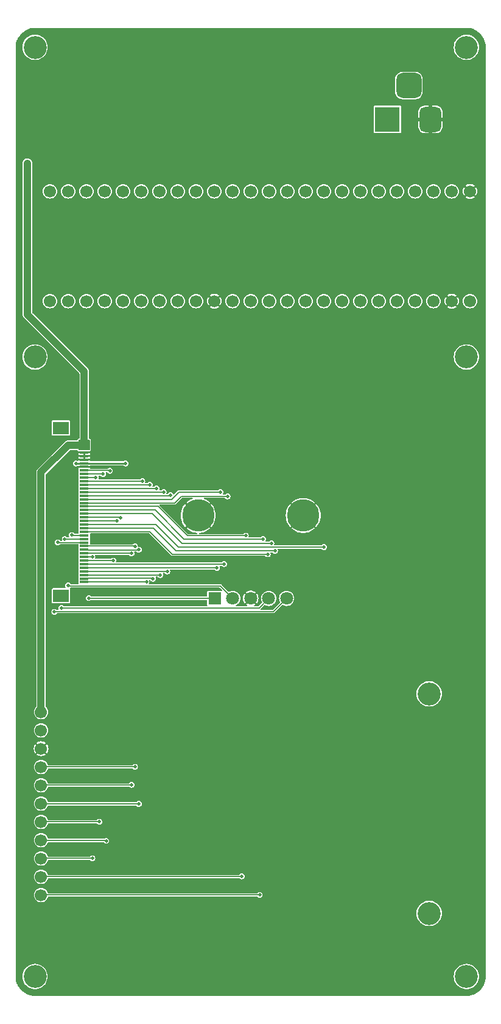
<source format=gbr>
%TF.GenerationSoftware,KiCad,Pcbnew,7.0.7*%
%TF.CreationDate,2024-03-28T21:44:09-04:00*%
%TF.ProjectId,midi-controller_control-board_teensy,6d696469-2d63-46f6-9e74-726f6c6c6572,rev?*%
%TF.SameCoordinates,Original*%
%TF.FileFunction,Copper,L2,Bot*%
%TF.FilePolarity,Positive*%
%FSLAX46Y46*%
G04 Gerber Fmt 4.6, Leading zero omitted, Abs format (unit mm)*
G04 Created by KiCad (PCBNEW 7.0.7) date 2024-03-28 21:44:09*
%MOMM*%
%LPD*%
G01*
G04 APERTURE LIST*
G04 Aperture macros list*
%AMRoundRect*
0 Rectangle with rounded corners*
0 $1 Rounding radius*
0 $2 $3 $4 $5 $6 $7 $8 $9 X,Y pos of 4 corners*
0 Add a 4 corners polygon primitive as box body*
4,1,4,$2,$3,$4,$5,$6,$7,$8,$9,$2,$3,0*
0 Add four circle primitives for the rounded corners*
1,1,$1+$1,$2,$3*
1,1,$1+$1,$4,$5*
1,1,$1+$1,$6,$7*
1,1,$1+$1,$8,$9*
0 Add four rect primitives between the rounded corners*
20,1,$1+$1,$2,$3,$4,$5,0*
20,1,$1+$1,$4,$5,$6,$7,0*
20,1,$1+$1,$6,$7,$8,$9,0*
20,1,$1+$1,$8,$9,$2,$3,0*%
G04 Aperture macros list end*
%TA.AperFunction,ComponentPad*%
%ADD10C,1.700000*%
%TD*%
%TA.AperFunction,ComponentPad*%
%ADD11C,3.200000*%
%TD*%
%TA.AperFunction,ComponentPad*%
%ADD12R,3.500000X3.500000*%
%TD*%
%TA.AperFunction,ComponentPad*%
%ADD13RoundRect,0.750000X0.750000X1.000000X-0.750000X1.000000X-0.750000X-1.000000X0.750000X-1.000000X0*%
%TD*%
%TA.AperFunction,ComponentPad*%
%ADD14RoundRect,0.875000X0.875000X0.875000X-0.875000X0.875000X-0.875000X-0.875000X0.875000X-0.875000X0*%
%TD*%
%TA.AperFunction,ComponentPad*%
%ADD15R,1.800000X1.800000*%
%TD*%
%TA.AperFunction,ComponentPad*%
%ADD16C,1.800000*%
%TD*%
%TA.AperFunction,ComponentPad*%
%ADD17C,4.500000*%
%TD*%
%TA.AperFunction,SMDPad,CuDef*%
%ADD18R,1.300000X0.300000*%
%TD*%
%TA.AperFunction,SMDPad,CuDef*%
%ADD19R,2.200000X1.800000*%
%TD*%
%TA.AperFunction,ViaPad*%
%ADD20C,0.508000*%
%TD*%
%TA.AperFunction,Conductor*%
%ADD21C,0.152400*%
%TD*%
%TA.AperFunction,Conductor*%
%ADD22C,0.254000*%
%TD*%
%TA.AperFunction,Conductor*%
%ADD23C,1.016000*%
%TD*%
G04 APERTURE END LIST*
D10*
%TO.P,A1,1,GND*%
%TO.N,GND*%
X110500000Y-63000000D03*
%TO.P,A1,2,0*%
%TO.N,/~{KEY_CLEAR}*%
X107960000Y-63000000D03*
%TO.P,A1,3,1*%
%TO.N,/KEY_SER*%
X105420000Y-63000000D03*
%TO.P,A1,4,2*%
%TO.N,/KEY_CLK*%
X102880000Y-63000000D03*
%TO.P,A1,5,3*%
%TO.N,/LITE*%
X100340000Y-63000000D03*
%TO.P,A1,6,4*%
%TO.N,/SD_CS*%
X97800000Y-63000000D03*
%TO.P,A1,7,5*%
%TO.N,/CS_0*%
X95260000Y-63000000D03*
%TO.P,A1,8,6*%
%TO.N,/CS_1*%
X92720000Y-63000000D03*
%TO.P,A1,9,7*%
%TO.N,/CS_2*%
X90180000Y-63000000D03*
%TO.P,A1,10,8*%
%TO.N,/CS_3*%
X87640000Y-63000000D03*
%TO.P,A1,11,9*%
%TO.N,/CS_4*%
X85100000Y-63000000D03*
%TO.P,A1,12,10*%
%TO.N,/CS_EN*%
X82560000Y-63000000D03*
%TO.P,A1,13,11*%
%TO.N,/MOSI*%
X80020000Y-63000000D03*
%TO.P,A1,14,12*%
%TO.N,/MISO*%
X77480000Y-63000000D03*
%TO.P,A1,15,3.3V*%
%TO.N,+3.3V*%
X74940000Y-63000000D03*
%TO.P,A1,16,24*%
%TO.N,/POT_{5_1}*%
X72400000Y-63000000D03*
%TO.P,A1,17,25*%
%TO.N,/POT_{5_2}*%
X69860000Y-63000000D03*
%TO.P,A1,18,26*%
%TO.N,/POT_SEL_0*%
X67320000Y-63000000D03*
%TO.P,A1,19,27*%
%TO.N,/POT_SEL_1*%
X64780000Y-63000000D03*
%TO.P,A1,20,28*%
%TO.N,/POT_SEL_EN*%
X62240000Y-63000000D03*
%TO.P,A1,21,29*%
%TO.N,/ENC_0*%
X59700000Y-63000000D03*
%TO.P,A1,22,30*%
%TO.N,/ENC_1*%
X57160000Y-63000000D03*
%TO.P,A1,23,31*%
%TO.N,/ENC_2*%
X54620000Y-63000000D03*
%TO.P,A1,24,32*%
%TO.N,/ENC_3*%
X52080000Y-63000000D03*
%TO.P,A1,25,33*%
%TO.N,/ROW_3*%
X52080000Y-78240000D03*
%TO.P,A1,26,34*%
%TO.N,/ROW_2*%
X54620000Y-78240000D03*
%TO.P,A1,27,35*%
%TO.N,/ROW_1*%
X57160000Y-78240000D03*
%TO.P,A1,28,36*%
%TO.N,/DC*%
X59700000Y-78240000D03*
%TO.P,A1,29,37*%
%TO.N,/IPS_CS*%
X62240000Y-78240000D03*
%TO.P,A1,30,38*%
%TO.N,/~{IPS_RST}*%
X64780000Y-78240000D03*
%TO.P,A1,31,39*%
%TO.N,/~{OLED_RST}*%
X67320000Y-78240000D03*
%TO.P,A1,32,40*%
%TO.N,unconnected-(A1-40-Pad32)*%
X69860000Y-78240000D03*
%TO.P,A1,33,41*%
%TO.N,unconnected-(A1-41-Pad33)*%
X72400000Y-78240000D03*
%TO.P,A1,34,GND*%
%TO.N,GND*%
X74940000Y-78240000D03*
%TO.P,A1,35,13*%
%TO.N,/SCLK*%
X77480000Y-78240000D03*
%TO.P,A1,36,14*%
%TO.N,/POT_{0_1}*%
X80020000Y-78240000D03*
%TO.P,A1,37,15*%
%TO.N,/POT_{0_2}*%
X82560000Y-78240000D03*
%TO.P,A1,38,16*%
%TO.N,/POT_{1_1}*%
X85100000Y-78240000D03*
%TO.P,A1,39,17*%
%TO.N,/POT_{1_2}*%
X87640000Y-78240000D03*
%TO.P,A1,40,18*%
%TO.N,/POT_{2_1}*%
X90180000Y-78240000D03*
%TO.P,A1,41,19*%
%TO.N,/POT_{2_2}*%
X92720000Y-78240000D03*
%TO.P,A1,42,20*%
%TO.N,/POT_{3_1}*%
X95260000Y-78240000D03*
%TO.P,A1,43,21*%
%TO.N,/POT_{3_2}*%
X97800000Y-78240000D03*
%TO.P,A1,44,22*%
%TO.N,/POT_{4_1}*%
X100340000Y-78240000D03*
%TO.P,A1,45,23*%
%TO.N,/POT_{4_2}*%
X102880000Y-78240000D03*
%TO.P,A1,46,3.3V*%
%TO.N,+3.3V*%
X105420000Y-78240000D03*
%TO.P,A1,47,GND*%
%TO.N,GND*%
X107960000Y-78240000D03*
%TO.P,A1,48,Vin*%
%TO.N,unconnected-(A1-Vin-Pad48)*%
X110500000Y-78240000D03*
%TD*%
D11*
%TO.P,H1,MP,MP*%
%TO.N,unconnected-(H1-PadMP)*%
X50000000Y-43000000D03*
%TD*%
%TO.P,H6,MP,MP*%
%TO.N,unconnected-(H6-PadMP)*%
X110000000Y-172000001D03*
%TD*%
D10*
%TO.P,DS1,1,VIN*%
%TO.N,+3.3VP*%
X50846400Y-135288600D03*
%TO.P,DS1,2,3V*%
%TO.N,unconnected-(DS1-3V-Pad2)*%
X50846400Y-137828600D03*
%TO.P,DS1,3,GND*%
%TO.N,GND*%
X50846400Y-140368600D03*
%TO.P,DS1,4,SCK*%
%TO.N,/SCLK*%
X50846400Y-142908600D03*
%TO.P,DS1,5,MISO*%
%TO.N,/MISO*%
X50846400Y-145448600D03*
%TO.P,DS1,6,MOSI*%
%TO.N,/MOSI*%
X50846400Y-147988600D03*
%TO.P,DS1,7,CS*%
%TO.N,/IPS_CS*%
X50846400Y-150528600D03*
%TO.P,DS1,8,RST*%
%TO.N,/~{IPS_RST}*%
X50846400Y-153068600D03*
%TO.P,DS1,9,DC*%
%TO.N,/DC*%
X50846400Y-155608600D03*
%TO.P,DS1,10,SDCS*%
%TO.N,/SD_CS*%
X50846400Y-158148600D03*
%TO.P,DS1,11,BL*%
%TO.N,/LITE*%
X50846400Y-160688600D03*
D11*
%TO.P,DS1,12*%
%TO.N,N/C*%
X104821400Y-132748601D03*
%TO.P,DS1,13*%
X104821400Y-163228600D03*
%TD*%
%TO.P,H3,MP,MP*%
%TO.N,unconnected-(H3-PadMP)*%
X50000000Y-86000000D03*
%TD*%
D12*
%TO.P,J2,1*%
%TO.N,Net-(U1-EN)*%
X99000000Y-53000000D03*
D13*
%TO.P,J2,2*%
%TO.N,GND*%
X105000000Y-53000000D03*
D14*
%TO.P,J2,3*%
%TO.N,unconnected-(J2-Pad3)*%
X102000000Y-48300000D03*
%TD*%
D11*
%TO.P,H4,MP,MP*%
%TO.N,unconnected-(H4-PadMP)*%
X110000000Y-86000000D03*
%TD*%
D15*
%TO.P,SW1,1,P1*%
%TO.N,/ENC_0*%
X75000000Y-119500000D03*
D16*
%TO.P,SW1,2,P2*%
%TO.N,/ENC_1*%
X77500000Y-119500000D03*
%TO.P,SW1,3,GND*%
%TO.N,GND*%
X80000000Y-119500000D03*
%TO.P,SW1,4,P3*%
%TO.N,/ENC_2*%
X82500000Y-119500000D03*
%TO.P,SW1,5,P4*%
%TO.N,/ENC_3*%
X85000000Y-119500000D03*
D17*
%TO.P,SW1,MP,MP*%
%TO.N,GND*%
X72700000Y-108000000D03*
X87300000Y-108000000D03*
%TD*%
D11*
%TO.P,H5,MP,MP*%
%TO.N,unconnected-(H5-PadMP)*%
X50000000Y-172000001D03*
%TD*%
%TO.P,H2,MP,MP*%
%TO.N,unconnected-(H2-PadMP)*%
X110000000Y-43000000D03*
%TD*%
D18*
%TO.P,J1,1,Pin_1*%
%TO.N,/CS_EN*%
X56850000Y-117250000D03*
%TO.P,J1,2,Pin_2*%
%TO.N,/CS_4*%
X56850000Y-116750000D03*
%TO.P,J1,3,Pin_3*%
%TO.N,/CS_3*%
X56850000Y-116250000D03*
%TO.P,J1,4,Pin_4*%
%TO.N,/CS_2*%
X56850000Y-115750000D03*
%TO.P,J1,5,Pin_5*%
%TO.N,/CS_1*%
X56850000Y-115250000D03*
%TO.P,J1,6,Pin_6*%
%TO.N,/CS_0*%
X56850000Y-114750000D03*
%TO.P,J1,7,Pin_7*%
%TO.N,/~{OLED_RST}*%
X56850000Y-114250000D03*
%TO.P,J1,8,Pin_8*%
%TO.N,/DC*%
X56850000Y-113750000D03*
%TO.P,J1,9,Pin_9*%
%TO.N,/MISO*%
X56850000Y-113250000D03*
%TO.P,J1,10,Pin_10*%
%TO.N,/MOSI*%
X56850000Y-112750000D03*
%TO.P,J1,11,Pin_11*%
%TO.N,/SCLK*%
X56850000Y-112250000D03*
%TO.P,J1,12,Pin_12*%
%TO.N,/ROW_3*%
X56850000Y-111750000D03*
%TO.P,J1,13,Pin_13*%
%TO.N,/ROW_2*%
X56850000Y-111250000D03*
%TO.P,J1,14,Pin_14*%
%TO.N,/ROW_1*%
X56850000Y-110750000D03*
%TO.P,J1,15,Pin_15*%
%TO.N,/KEY_CLK*%
X56850000Y-110250000D03*
%TO.P,J1,16,Pin_16*%
%TO.N,/KEY_SER*%
X56850000Y-109750000D03*
%TO.P,J1,17,Pin_17*%
%TO.N,/~{KEY_CLEAR}*%
X56850000Y-109250000D03*
%TO.P,J1,18,Pin_18*%
%TO.N,/POT_{5_2}*%
X56850000Y-108750000D03*
%TO.P,J1,19,Pin_19*%
%TO.N,/POT_{5_1}*%
X56850000Y-108250000D03*
%TO.P,J1,20,Pin_20*%
%TO.N,/POT_{4_2}*%
X56850000Y-107750000D03*
%TO.P,J1,21,Pin_21*%
%TO.N,/POT_{4_1}*%
X56850000Y-107250000D03*
%TO.P,J1,22,Pin_22*%
%TO.N,/POT_{3_2}*%
X56850000Y-106750000D03*
%TO.P,J1,23,Pin_23*%
%TO.N,/POT_{3_1}*%
X56850000Y-106250000D03*
%TO.P,J1,24,Pin_24*%
%TO.N,/POT_{2_2}*%
X56850000Y-105750000D03*
%TO.P,J1,25,Pin_25*%
%TO.N,/POT_{2_1}*%
X56850000Y-105250000D03*
%TO.P,J1,26,Pin_26*%
%TO.N,/POT_{1_2}*%
X56850000Y-104750000D03*
%TO.P,J1,27,Pin_27*%
%TO.N,/POT_{1_1}*%
X56850000Y-104250000D03*
%TO.P,J1,28,Pin_28*%
%TO.N,/POT_{0_2}*%
X56850000Y-103750000D03*
%TO.P,J1,29,Pin_29*%
%TO.N,/POT_{0_1}*%
X56850000Y-103250000D03*
%TO.P,J1,30,Pin_30*%
%TO.N,/POT_SEL_EN*%
X56850000Y-102750000D03*
%TO.P,J1,31,Pin_31*%
%TO.N,/POT_SEL_1*%
X56850000Y-102250000D03*
%TO.P,J1,32,Pin_32*%
%TO.N,/POT_SEL_0*%
X56850000Y-101750000D03*
%TO.P,J1,33,Pin_33*%
%TO.N,GND*%
X56850000Y-101250000D03*
%TO.P,J1,34,Pin_34*%
%TO.N,+3.3V*%
X56850000Y-100750000D03*
%TO.P,J1,35,Pin_35*%
%TO.N,GND*%
X56850000Y-100250000D03*
%TO.P,J1,36,Pin_36*%
X56850000Y-99750000D03*
%TO.P,J1,37,Pin_37*%
X56850000Y-99250000D03*
%TO.P,J1,38,Pin_38*%
%TO.N,+3.3VP*%
X56850000Y-98750000D03*
%TO.P,J1,39,Pin_39*%
X56850000Y-98250000D03*
%TO.P,J1,40,Pin_40*%
X56850000Y-97750000D03*
D19*
%TO.P,J1,MP*%
%TO.N,N/C*%
X53600000Y-119150000D03*
X53600000Y-95850000D03*
%TD*%
D20*
%TO.N,GND*%
X82687200Y-47306800D03*
X94027600Y-53464800D03*
X91962500Y-57137500D03*
X86779200Y-47013200D03*
X87947600Y-45692400D03*
X90600000Y-58400000D03*
X87896800Y-50162800D03*
X87947600Y-48232400D03*
X93976800Y-55750800D03*
X81518800Y-45935200D03*
X81569600Y-48780000D03*
X86728400Y-51026400D03*
X88963600Y-51026400D03*
X95805600Y-54582400D03*
%TO.N,/~{KEY_CLEAR}*%
X90188000Y-112379599D03*
%TO.N,/KEY_SER*%
X83380800Y-112887599D03*
%TO.N,/KEY_CLK*%
X82364800Y-113369699D03*
%TO.N,/LITE*%
X81247200Y-160679600D03*
%TO.N,/SD_CS*%
X78758000Y-158088800D03*
%TO.N,/CS_0*%
X76294200Y-114729600D03*
%TO.N,/CS_1*%
X75303600Y-115288400D03*
%TO.N,/CS_2*%
X68389600Y-115745600D03*
%TO.N,/CS_3*%
X67424400Y-116253600D03*
%TO.N,/CS_4*%
X66408400Y-116761600D03*
%TO.N,/CS_EN*%
X65494000Y-117218800D03*
%TO.N,/MOSI*%
X64432400Y-112748400D03*
X64432400Y-148030400D03*
%TO.N,/MISO*%
X63416400Y-113256400D03*
X63416400Y-145388800D03*
%TO.N,+3.3V*%
X62598400Y-100759600D03*
X55689600Y-100759600D03*
%TO.N,/POT_{5_1}*%
X61887200Y-108278000D03*
%TO.N,/POT_{5_2}*%
X61383900Y-108735200D03*
%TO.N,/POT_SEL_0*%
X60414000Y-101775600D03*
%TO.N,/POT_SEL_1*%
X59448800Y-102232800D03*
%TO.N,/POT_SEL_EN*%
X58462900Y-102740800D03*
%TO.N,/ENC_0*%
X57467600Y-119454000D03*
%TO.N,/ENC_1*%
X54622800Y-117726800D03*
%TO.N,/ENC_2*%
X53657600Y-120825600D03*
%TO.N,/ENC_3*%
X52692400Y-121384400D03*
%TO.N,/ROW_3*%
X53174500Y-111732400D03*
%TO.N,/ROW_2*%
X54139700Y-111267900D03*
%TO.N,/ROW_1*%
X55104900Y-110716400D03*
%TO.N,/DC*%
X57980800Y-155599600D03*
X57975600Y-113764400D03*
%TO.N,/IPS_CS*%
X58945500Y-150519600D03*
%TO.N,/~{IPS_RST}*%
X59910200Y-153161200D03*
%TO.N,/~{OLED_RST}*%
X60871200Y-114272400D03*
%TO.N,/SCLK*%
X63898500Y-142899600D03*
X63898500Y-112291200D03*
%TO.N,/POT_{0_1}*%
X64914500Y-103248800D03*
%TO.N,/POT_{0_2}*%
X65955900Y-103706000D03*
%TO.N,/POT_{1_1}*%
X66921100Y-104264800D03*
%TO.N,/POT_{1_2}*%
X67886300Y-104722000D03*
%TO.N,/POT_{2_1}*%
X68851500Y-105179200D03*
%TO.N,/POT_{2_2}*%
X75785700Y-104722000D03*
%TO.N,/POT_{3_1}*%
X76776800Y-105331600D03*
%TO.N,/POT_{3_2}*%
X79316800Y-110804799D03*
%TO.N,/POT_{4_1}*%
X81729300Y-111261999D03*
%TO.N,/POT_{4_2}*%
X82872800Y-111871599D03*
%TO.N,+3.3VP*%
X48933200Y-59764000D03*
X48933200Y-60424400D03*
X48933200Y-59103600D03*
%TD*%
D21*
%TO.N,/~{KEY_CLEAR}*%
X56850000Y-109250000D02*
X66821600Y-109250000D01*
X66821600Y-109250000D02*
X69951199Y-112379599D01*
X69951199Y-112379599D02*
X90188000Y-112379599D01*
%TO.N,/KEY_SER*%
X66458000Y-109750000D02*
X69595599Y-112887599D01*
X69595599Y-112887599D02*
X83380800Y-112887599D01*
X56850000Y-109750000D02*
X66458000Y-109750000D01*
%TO.N,/KEY_CLK*%
X69112499Y-113369699D02*
X82364800Y-113369699D01*
X65992800Y-110250000D02*
X69112499Y-113369699D01*
X56850000Y-110250000D02*
X65992800Y-110250000D01*
%TO.N,/LITE*%
X81247200Y-160679600D02*
X51205400Y-160679600D01*
X51205400Y-160679600D02*
X50925000Y-160960000D01*
%TO.N,/SD_CS*%
X51205400Y-158139600D02*
X50925000Y-158420000D01*
X78707200Y-158139600D02*
X51205400Y-158139600D01*
X78758000Y-158088800D02*
X78707200Y-158139600D01*
%TO.N,/CS_0*%
X56850000Y-114750000D02*
X56855000Y-114755000D01*
X56855000Y-114755000D02*
X76268800Y-114755000D01*
X76268800Y-114755000D02*
X76294200Y-114729600D01*
%TO.N,/CS_1*%
X56850000Y-115250000D02*
X75265200Y-115250000D01*
X75265200Y-115250000D02*
X75303600Y-115288400D01*
%TO.N,/CS_2*%
X68385200Y-115750000D02*
X56850000Y-115750000D01*
X68389600Y-115745600D02*
X68385200Y-115750000D01*
%TO.N,/CS_3*%
X67420800Y-116250000D02*
X56850000Y-116250000D01*
X67424400Y-116253600D02*
X67420800Y-116250000D01*
%TO.N,/CS_4*%
X66408400Y-116761600D02*
X66383000Y-116736200D01*
X56863800Y-116736200D02*
X56850000Y-116750000D01*
X66383000Y-116736200D02*
X56863800Y-116736200D01*
%TO.N,/CS_EN*%
X65462800Y-117250000D02*
X56850000Y-117250000D01*
X65494000Y-117218800D02*
X65462800Y-117250000D01*
%TO.N,/MOSI*%
X64407000Y-112773800D02*
X64432400Y-112748400D01*
X56850000Y-112750000D02*
X56873800Y-112773800D01*
X51154600Y-148030400D02*
X50925000Y-148260000D01*
X56873800Y-112773800D02*
X64407000Y-112773800D01*
X64432400Y-148030400D02*
X51154600Y-148030400D01*
%TO.N,/MISO*%
X63365600Y-145439600D02*
X51205400Y-145439600D01*
X63410000Y-113250000D02*
X63416400Y-113256400D01*
X63416400Y-145388800D02*
X63365600Y-145439600D01*
X56850000Y-113250000D02*
X63410000Y-113250000D01*
X51205400Y-145439600D02*
X50925000Y-145720000D01*
D22*
%TO.N,+3.3V*%
X56850000Y-100750000D02*
X55699200Y-100750000D01*
X56850000Y-100750000D02*
X62588800Y-100750000D01*
D21*
X62588800Y-100750000D02*
X62598400Y-100759600D01*
D22*
X55699200Y-100750000D02*
X55689600Y-100759600D01*
D21*
%TO.N,/POT_{5_1}*%
X61859200Y-108250000D02*
X56850000Y-108250000D01*
X61887200Y-108278000D02*
X61859200Y-108250000D01*
%TO.N,/POT_{5_2}*%
X61383900Y-108735200D02*
X61369100Y-108750000D01*
X61369100Y-108750000D02*
X56850000Y-108750000D01*
%TO.N,/POT_SEL_0*%
X60388400Y-101750000D02*
X56850000Y-101750000D01*
X60414000Y-101775600D02*
X60388400Y-101750000D01*
%TO.N,/POT_SEL_1*%
X59448800Y-102232800D02*
X59431600Y-102250000D01*
X59431600Y-102250000D02*
X56850000Y-102250000D01*
%TO.N,/POT_SEL_EN*%
X58453700Y-102750000D02*
X56850000Y-102750000D01*
X58462900Y-102740800D02*
X58453700Y-102750000D01*
%TO.N,/ENC_0*%
X57467600Y-119454000D02*
X57513600Y-119500000D01*
X57513600Y-119500000D02*
X75000000Y-119500000D01*
%TO.N,/ENC_1*%
X54673600Y-117777600D02*
X75777600Y-117777600D01*
X54622800Y-117726800D02*
X54673600Y-117777600D01*
X75777600Y-117777600D02*
X77500000Y-119500000D01*
%TO.N,/ENC_2*%
X81174400Y-120825600D02*
X82500000Y-119500000D01*
X53657600Y-120825600D02*
X81174400Y-120825600D01*
%TO.N,/ENC_3*%
X52692400Y-121384400D02*
X52743200Y-121333600D01*
X83166400Y-121333600D02*
X85000000Y-119500000D01*
X52743200Y-121333600D02*
X83166400Y-121333600D01*
%TO.N,/ROW_3*%
X53192100Y-111750000D02*
X56850000Y-111750000D01*
X53174500Y-111732400D02*
X53192100Y-111750000D01*
%TO.N,/ROW_2*%
X54139700Y-111267900D02*
X54157600Y-111250000D01*
X54157600Y-111250000D02*
X56850000Y-111250000D01*
%TO.N,/ROW_1*%
X55138500Y-110750000D02*
X56850000Y-110750000D01*
X55104900Y-110716400D02*
X55138500Y-110750000D01*
%TO.N,/DC*%
X57980800Y-155599600D02*
X51205400Y-155599600D01*
X51205400Y-155599600D02*
X50925000Y-155880000D01*
X57975600Y-113764400D02*
X56864400Y-113764400D01*
X56864400Y-113764400D02*
X56850000Y-113750000D01*
%TO.N,/IPS_CS*%
X51205400Y-150519600D02*
X50925000Y-150800000D01*
X58945500Y-150519600D02*
X51205400Y-150519600D01*
%TO.N,/~{IPS_RST}*%
X59859400Y-153110400D02*
X51154600Y-153110400D01*
X59910200Y-153161200D02*
X59859400Y-153110400D01*
X51154600Y-153110400D02*
X50925000Y-153340000D01*
%TO.N,/~{OLED_RST}*%
X60848800Y-114250000D02*
X56850000Y-114250000D01*
X60871200Y-114272400D02*
X60848800Y-114250000D01*
%TO.N,/SCLK*%
X56850000Y-112250000D02*
X63857300Y-112250000D01*
X51205400Y-142899600D02*
X50925000Y-143180000D01*
X63898500Y-142899600D02*
X51205400Y-142899600D01*
X63857300Y-112250000D02*
X63898500Y-112291200D01*
%TO.N,/POT_{0_1}*%
X64914500Y-103248800D02*
X64913300Y-103250000D01*
X64913300Y-103250000D02*
X56850000Y-103250000D01*
%TO.N,/POT_{0_2}*%
X65911900Y-103750000D02*
X56850000Y-103750000D01*
X65955900Y-103706000D02*
X65911900Y-103750000D01*
%TO.N,/POT_{1_1}*%
X66906300Y-104250000D02*
X56850000Y-104250000D01*
X66921100Y-104264800D02*
X66906300Y-104250000D01*
%TO.N,/POT_{1_2}*%
X67858300Y-104750000D02*
X56850000Y-104750000D01*
X67886300Y-104722000D02*
X67858300Y-104750000D01*
%TO.N,/POT_{2_1}*%
X68851500Y-105179200D02*
X68780700Y-105250000D01*
X68780700Y-105250000D02*
X56850000Y-105250000D01*
%TO.N,/POT_{2_2}*%
X70015200Y-104722000D02*
X75785700Y-104722000D01*
X56850000Y-105750000D02*
X68987200Y-105750000D01*
X68987200Y-105750000D02*
X70015200Y-104722000D01*
%TO.N,/POT_{3_1}*%
X56850000Y-106250000D02*
X69401600Y-106250000D01*
X69401600Y-106250000D02*
X70320000Y-105331600D01*
X70320000Y-105331600D02*
X76776800Y-105331600D01*
%TO.N,/POT_{3_2}*%
X56850000Y-106750000D02*
X67115600Y-106750000D01*
X67115600Y-106750000D02*
X71170399Y-110804799D01*
X71170399Y-110804799D02*
X79316800Y-110804799D01*
%TO.N,/POT_{4_1}*%
X66701200Y-107250000D02*
X70738599Y-111287399D01*
X56850000Y-107250000D02*
X66701200Y-107250000D01*
X70738599Y-111287399D02*
X81703900Y-111287399D01*
X81703900Y-111287399D02*
X81729300Y-111261999D01*
%TO.N,/POT_{4_2}*%
X66286800Y-107750000D02*
X70408399Y-111871599D01*
X70408399Y-111871599D02*
X82872800Y-111871599D01*
X56850000Y-107750000D02*
X66286800Y-107750000D01*
D23*
%TO.N,+3.3VP*%
X48933200Y-60424400D02*
X48933200Y-59764000D01*
X48933200Y-80084000D02*
X48933200Y-60424400D01*
X50846400Y-101996000D02*
X54592400Y-98250000D01*
X56850000Y-88000800D02*
X48933200Y-80084000D01*
X48933200Y-59103600D02*
X48933200Y-59560800D01*
X50846400Y-135288600D02*
X50846400Y-101996000D01*
X56850000Y-97750000D02*
X56850000Y-88000800D01*
X48933200Y-59764000D02*
X48933200Y-59103600D01*
X54592400Y-98250000D02*
X56850000Y-98250000D01*
%TD*%
%TA.AperFunction,Conductor*%
%TO.N,+3.3VP*%
G36*
X57563039Y-97477285D02*
G01*
X57608794Y-97530089D01*
X57620000Y-97581600D01*
X57620000Y-98823100D01*
X57600315Y-98890139D01*
X57547511Y-98935894D01*
X57496000Y-98947100D01*
X56184942Y-98947100D01*
X56181345Y-98947455D01*
X56179479Y-98947100D01*
X56178853Y-98947101D01*
X56178853Y-98946982D01*
X56112700Y-98934431D01*
X56061993Y-98886362D01*
X56045200Y-98824051D01*
X56045200Y-97581600D01*
X56064885Y-97514561D01*
X56117689Y-97468806D01*
X56169200Y-97457600D01*
X57496000Y-97457600D01*
X57563039Y-97477285D01*
G37*
%TD.AperFunction*%
%TD*%
%TA.AperFunction,Conductor*%
%TO.N,GND*%
G36*
X71920045Y-105578293D02*
G01*
X71945765Y-105622842D01*
X71936832Y-105673500D01*
X71899390Y-105705819D01*
X71664253Y-105798916D01*
X71664237Y-105798923D01*
X71396552Y-105946084D01*
X71396551Y-105946085D01*
X71149407Y-106125644D01*
X71075062Y-106195458D01*
X71676530Y-106796925D01*
X71698270Y-106843545D01*
X71684956Y-106893232D01*
X71674288Y-106905425D01*
X71598001Y-106975652D01*
X71550522Y-106995447D01*
X71501427Y-106980091D01*
X71493895Y-106973500D01*
X70894319Y-106373923D01*
X70731983Y-106570155D01*
X70731977Y-106570164D01*
X70568301Y-106828075D01*
X70568292Y-106828092D01*
X70438229Y-107104492D01*
X70438220Y-107104514D01*
X70343826Y-107395030D01*
X70343825Y-107395034D01*
X70286583Y-107695107D01*
X70267400Y-107999999D01*
X70286583Y-108304892D01*
X70343825Y-108604965D01*
X70343826Y-108604969D01*
X70438220Y-108895485D01*
X70438229Y-108895507D01*
X70568292Y-109171907D01*
X70568301Y-109171924D01*
X70731977Y-109429835D01*
X70731983Y-109429844D01*
X70894319Y-109626074D01*
X71493894Y-109026498D01*
X71540515Y-109004758D01*
X71590202Y-109018072D01*
X71597996Y-109024342D01*
X71605596Y-109031338D01*
X71674287Y-109094574D01*
X71697934Y-109140257D01*
X71686685Y-109190451D01*
X71676529Y-109203074D01*
X71075062Y-109804540D01*
X71075063Y-109804541D01*
X71149399Y-109874348D01*
X71149406Y-109874354D01*
X71396551Y-110053914D01*
X71396552Y-110053915D01*
X71664237Y-110201076D01*
X71664253Y-110201083D01*
X71948288Y-110313541D01*
X71948293Y-110313543D01*
X72244163Y-110389509D01*
X72244187Y-110389513D01*
X72532154Y-110425892D01*
X72577905Y-110449405D01*
X72597839Y-110496825D01*
X72582628Y-110545965D01*
X72539390Y-110573830D01*
X72522729Y-110575699D01*
X71296443Y-110575699D01*
X71248105Y-110558106D01*
X71243269Y-110553673D01*
X67297071Y-106607474D01*
X67275331Y-106560854D01*
X67288645Y-106511167D01*
X67330782Y-106481662D01*
X67350245Y-106479100D01*
X69394625Y-106479100D01*
X69396593Y-106479152D01*
X69438239Y-106481334D01*
X69461338Y-106472466D01*
X69472657Y-106469114D01*
X69496865Y-106463969D01*
X69503850Y-106458893D01*
X69521099Y-106449527D01*
X69529164Y-106446432D01*
X69546670Y-106428925D01*
X69555629Y-106421272D01*
X69575658Y-106406722D01*
X69579976Y-106399240D01*
X69591920Y-106383674D01*
X70392872Y-105582724D01*
X70439491Y-105560986D01*
X70446045Y-105560700D01*
X71871707Y-105560700D01*
X71920045Y-105578293D01*
G37*
%TD.AperFunction*%
%TA.AperFunction,Conductor*%
G36*
X110001047Y-40300559D02*
G01*
X110300137Y-40317356D01*
X110304330Y-40317828D01*
X110598615Y-40367829D01*
X110602729Y-40368768D01*
X110889554Y-40451401D01*
X110893537Y-40452795D01*
X111169316Y-40567026D01*
X111173118Y-40568857D01*
X111434375Y-40713248D01*
X111437943Y-40715490D01*
X111681389Y-40888224D01*
X111684684Y-40890852D01*
X111907264Y-41089761D01*
X111910243Y-41092740D01*
X112109144Y-41315311D01*
X112111775Y-41318610D01*
X112284506Y-41562051D01*
X112286751Y-41565624D01*
X112431142Y-41826881D01*
X112432973Y-41830683D01*
X112547204Y-42106462D01*
X112548598Y-42110445D01*
X112631231Y-42397270D01*
X112632170Y-42401384D01*
X112682171Y-42695669D01*
X112682643Y-42699862D01*
X112699441Y-42998950D01*
X112699500Y-43001059D01*
X112699500Y-171998939D01*
X112699441Y-172001048D01*
X112682643Y-172300137D01*
X112682171Y-172304330D01*
X112632170Y-172598615D01*
X112631231Y-172602729D01*
X112548598Y-172889554D01*
X112547204Y-172893537D01*
X112432973Y-173169316D01*
X112431142Y-173173118D01*
X112286751Y-173434375D01*
X112284506Y-173437948D01*
X112111775Y-173681389D01*
X112109144Y-173684688D01*
X111910243Y-173907259D01*
X111907259Y-173910243D01*
X111684688Y-174109144D01*
X111681389Y-174111775D01*
X111437948Y-174284506D01*
X111434375Y-174286751D01*
X111173118Y-174431142D01*
X111169316Y-174432973D01*
X110893537Y-174547204D01*
X110889554Y-174548598D01*
X110602729Y-174631231D01*
X110598615Y-174632170D01*
X110304330Y-174682171D01*
X110300137Y-174682643D01*
X110001048Y-174699441D01*
X109998939Y-174699500D01*
X50001061Y-174699500D01*
X49998952Y-174699441D01*
X49699862Y-174682643D01*
X49695669Y-174682171D01*
X49401384Y-174632170D01*
X49397270Y-174631231D01*
X49110445Y-174548598D01*
X49106462Y-174547204D01*
X48830683Y-174432973D01*
X48826881Y-174431142D01*
X48565624Y-174286751D01*
X48562051Y-174284506D01*
X48318610Y-174111775D01*
X48315311Y-174109144D01*
X48092735Y-173910238D01*
X48089761Y-173907264D01*
X47890852Y-173684684D01*
X47888224Y-173681389D01*
X47856235Y-173636305D01*
X47715490Y-173437943D01*
X47713248Y-173434375D01*
X47568857Y-173173118D01*
X47567026Y-173169316D01*
X47452795Y-172893537D01*
X47451401Y-172889554D01*
X47368768Y-172602729D01*
X47367829Y-172598615D01*
X47317828Y-172304330D01*
X47317356Y-172300137D01*
X47300559Y-172001047D01*
X47300530Y-172000001D01*
X48242185Y-172000001D01*
X48261818Y-172261992D01*
X48271482Y-172304330D01*
X48320280Y-172518126D01*
X48320281Y-172518129D01*
X48320282Y-172518132D01*
X48416259Y-172762680D01*
X48416265Y-172762692D01*
X48547622Y-172990209D01*
X48547623Y-172990210D01*
X48547625Y-172990213D01*
X48711430Y-173195619D01*
X48904020Y-173374316D01*
X49121093Y-173522313D01*
X49357798Y-173636305D01*
X49608849Y-173713744D01*
X49868638Y-173752901D01*
X49868640Y-173752901D01*
X50131360Y-173752901D01*
X50131362Y-173752901D01*
X50391151Y-173713744D01*
X50642202Y-173636305D01*
X50878908Y-173522313D01*
X51095980Y-173374316D01*
X51288570Y-173195619D01*
X51452375Y-172990213D01*
X51583737Y-172762688D01*
X51679720Y-172518126D01*
X51738182Y-172261990D01*
X51757815Y-172000001D01*
X108242185Y-172000001D01*
X108261818Y-172261992D01*
X108271482Y-172304330D01*
X108320280Y-172518126D01*
X108320281Y-172518129D01*
X108320282Y-172518132D01*
X108416259Y-172762680D01*
X108416265Y-172762692D01*
X108547622Y-172990209D01*
X108547623Y-172990210D01*
X108547625Y-172990213D01*
X108711430Y-173195619D01*
X108904020Y-173374316D01*
X109121093Y-173522313D01*
X109357798Y-173636305D01*
X109608849Y-173713744D01*
X109868638Y-173752901D01*
X109868640Y-173752901D01*
X110131360Y-173752901D01*
X110131362Y-173752901D01*
X110391151Y-173713744D01*
X110642202Y-173636305D01*
X110878908Y-173522313D01*
X111095980Y-173374316D01*
X111288570Y-173195619D01*
X111452375Y-172990213D01*
X111583737Y-172762688D01*
X111679720Y-172518126D01*
X111738182Y-172261990D01*
X111757815Y-172000001D01*
X111738182Y-171738012D01*
X111679720Y-171481876D01*
X111583737Y-171237314D01*
X111452375Y-171009789D01*
X111288570Y-170804383D01*
X111095980Y-170625686D01*
X110878908Y-170477689D01*
X110642202Y-170363697D01*
X110642200Y-170363696D01*
X110391154Y-170286259D01*
X110391151Y-170286258D01*
X110391147Y-170286257D01*
X110391141Y-170286256D01*
X110229965Y-170261963D01*
X110131362Y-170247101D01*
X109868638Y-170247101D01*
X109785762Y-170259592D01*
X109608858Y-170286256D01*
X109608845Y-170286259D01*
X109357799Y-170363696D01*
X109121092Y-170477689D01*
X108904022Y-170625684D01*
X108711432Y-170804380D01*
X108547625Y-171009789D01*
X108547622Y-171009792D01*
X108416265Y-171237309D01*
X108416259Y-171237321D01*
X108320282Y-171481869D01*
X108261818Y-171738009D01*
X108242185Y-172000001D01*
X51757815Y-172000001D01*
X51738182Y-171738012D01*
X51679720Y-171481876D01*
X51583737Y-171237314D01*
X51452375Y-171009789D01*
X51288570Y-170804383D01*
X51095980Y-170625686D01*
X50878908Y-170477689D01*
X50642202Y-170363697D01*
X50642200Y-170363696D01*
X50391154Y-170286259D01*
X50391151Y-170286258D01*
X50391147Y-170286257D01*
X50391141Y-170286256D01*
X50229965Y-170261963D01*
X50131362Y-170247101D01*
X49868638Y-170247101D01*
X49785762Y-170259592D01*
X49608858Y-170286256D01*
X49608845Y-170286259D01*
X49357799Y-170363696D01*
X49121092Y-170477689D01*
X48904022Y-170625684D01*
X48711432Y-170804380D01*
X48547625Y-171009789D01*
X48547622Y-171009792D01*
X48416265Y-171237309D01*
X48416259Y-171237321D01*
X48320282Y-171481869D01*
X48261818Y-171738009D01*
X48242185Y-172000001D01*
X47300530Y-172000001D01*
X47300500Y-171998939D01*
X47300500Y-163228600D01*
X103063585Y-163228600D01*
X103083218Y-163490589D01*
X103141680Y-163746725D01*
X103141681Y-163746728D01*
X103141682Y-163746731D01*
X103237659Y-163991279D01*
X103237665Y-163991291D01*
X103369022Y-164218808D01*
X103369023Y-164218809D01*
X103369025Y-164218812D01*
X103532830Y-164424218D01*
X103725420Y-164602915D01*
X103942493Y-164750912D01*
X104179198Y-164864904D01*
X104430249Y-164942343D01*
X104690038Y-164981500D01*
X104690040Y-164981500D01*
X104952760Y-164981500D01*
X104952762Y-164981500D01*
X105212551Y-164942343D01*
X105463602Y-164864904D01*
X105700308Y-164750912D01*
X105917380Y-164602915D01*
X106109970Y-164424218D01*
X106273775Y-164218812D01*
X106405137Y-163991287D01*
X106501120Y-163746725D01*
X106559582Y-163490589D01*
X106579215Y-163228600D01*
X106559582Y-162966611D01*
X106501120Y-162710475D01*
X106405137Y-162465913D01*
X106273775Y-162238388D01*
X106109970Y-162032982D01*
X105917380Y-161854285D01*
X105700308Y-161706288D01*
X105463602Y-161592296D01*
X105463600Y-161592295D01*
X105212554Y-161514858D01*
X105212551Y-161514857D01*
X105212547Y-161514856D01*
X105212541Y-161514855D01*
X105051365Y-161490562D01*
X104952762Y-161475700D01*
X104690038Y-161475700D01*
X104607162Y-161488191D01*
X104430258Y-161514855D01*
X104430245Y-161514858D01*
X104179199Y-161592295D01*
X103942492Y-161706288D01*
X103725422Y-161854283D01*
X103532832Y-162032979D01*
X103369025Y-162238388D01*
X103369022Y-162238391D01*
X103237665Y-162465908D01*
X103237659Y-162465920D01*
X103141682Y-162710468D01*
X103083218Y-162966608D01*
X103083218Y-162966611D01*
X103063585Y-163228600D01*
X47300500Y-163228600D01*
X47300500Y-160688600D01*
X49838647Y-160688600D01*
X49858010Y-160885199D01*
X49858010Y-160885201D01*
X49915355Y-161074243D01*
X49915356Y-161074247D01*
X50008486Y-161248481D01*
X50008489Y-161248485D01*
X50133810Y-161401189D01*
X50286514Y-161526510D01*
X50286518Y-161526513D01*
X50286522Y-161526516D01*
X50409587Y-161592295D01*
X50460752Y-161619643D01*
X50460756Y-161619644D01*
X50503993Y-161632759D01*
X50649797Y-161676989D01*
X50846400Y-161696353D01*
X51043003Y-161676989D01*
X51232050Y-161619642D01*
X51406278Y-161526516D01*
X51558989Y-161401189D01*
X51684316Y-161248478D01*
X51777442Y-161074250D01*
X51811471Y-160962070D01*
X51842338Y-160920922D01*
X51883433Y-160908700D01*
X80869708Y-160908700D01*
X80918046Y-160926293D01*
X80922882Y-160930726D01*
X81005047Y-161012891D01*
X81005049Y-161012892D01*
X81119892Y-161071408D01*
X81119894Y-161071409D01*
X81217687Y-161086897D01*
X81247199Y-161091572D01*
X81247200Y-161091572D01*
X81247201Y-161091572D01*
X81267363Y-161088378D01*
X81374506Y-161071409D01*
X81489351Y-161012892D01*
X81580492Y-160921751D01*
X81639009Y-160806906D01*
X81659172Y-160679600D01*
X81639009Y-160552294D01*
X81580492Y-160437449D01*
X81580491Y-160437447D01*
X81489352Y-160346308D01*
X81374506Y-160287791D01*
X81374508Y-160287791D01*
X81247201Y-160267628D01*
X81247199Y-160267628D01*
X81119892Y-160287791D01*
X81005047Y-160346308D01*
X80922882Y-160428474D01*
X80876262Y-160450214D01*
X80869708Y-160450500D01*
X51877973Y-160450500D01*
X51829635Y-160432907D01*
X51806011Y-160397130D01*
X51777442Y-160302950D01*
X51684316Y-160128722D01*
X51684313Y-160128718D01*
X51684310Y-160128714D01*
X51558989Y-159976010D01*
X51406285Y-159850689D01*
X51406281Y-159850686D01*
X51406279Y-159850685D01*
X51406278Y-159850684D01*
X51319164Y-159804120D01*
X51232047Y-159757556D01*
X51232043Y-159757555D01*
X51043000Y-159700210D01*
X50846400Y-159680847D01*
X50649800Y-159700210D01*
X50649798Y-159700210D01*
X50460756Y-159757555D01*
X50460752Y-159757556D01*
X50286518Y-159850686D01*
X50286514Y-159850689D01*
X50133810Y-159976010D01*
X50008489Y-160128714D01*
X50008486Y-160128718D01*
X49915356Y-160302952D01*
X49915355Y-160302956D01*
X49858010Y-160491998D01*
X49858010Y-160492000D01*
X49838647Y-160688600D01*
X47300500Y-160688600D01*
X47300500Y-158148599D01*
X49838647Y-158148599D01*
X49858010Y-158345199D01*
X49858010Y-158345201D01*
X49915355Y-158534243D01*
X49915356Y-158534247D01*
X50008486Y-158708481D01*
X50008489Y-158708485D01*
X50133810Y-158861189D01*
X50286514Y-158986510D01*
X50286518Y-158986513D01*
X50286522Y-158986516D01*
X50460750Y-159079642D01*
X50460752Y-159079643D01*
X50460756Y-159079644D01*
X50503993Y-159092759D01*
X50649797Y-159136989D01*
X50846400Y-159156353D01*
X51043003Y-159136989D01*
X51232050Y-159079642D01*
X51406278Y-158986516D01*
X51558989Y-158861189D01*
X51684316Y-158708478D01*
X51777442Y-158534250D01*
X51811471Y-158422070D01*
X51842338Y-158380922D01*
X51883433Y-158368700D01*
X78431309Y-158368700D01*
X78479647Y-158386293D01*
X78484472Y-158390715D01*
X78515849Y-158422092D01*
X78630692Y-158480608D01*
X78630694Y-158480609D01*
X78728487Y-158496097D01*
X78757999Y-158500772D01*
X78758000Y-158500772D01*
X78758001Y-158500772D01*
X78778163Y-158497578D01*
X78885306Y-158480609D01*
X79000151Y-158422092D01*
X79091292Y-158330951D01*
X79149809Y-158216106D01*
X79169972Y-158088800D01*
X79149809Y-157961494D01*
X79091292Y-157846649D01*
X79091291Y-157846647D01*
X79000152Y-157755508D01*
X78885306Y-157696991D01*
X78885308Y-157696991D01*
X78758001Y-157676828D01*
X78757999Y-157676828D01*
X78630692Y-157696991D01*
X78515847Y-157755508D01*
X78424708Y-157846647D01*
X78413095Y-157869440D01*
X78375474Y-157904522D01*
X78346091Y-157910500D01*
X51877973Y-157910500D01*
X51829635Y-157892907D01*
X51806011Y-157857130D01*
X51802831Y-157846647D01*
X51777442Y-157762950D01*
X51684316Y-157588722D01*
X51684313Y-157588718D01*
X51684310Y-157588714D01*
X51558989Y-157436010D01*
X51406285Y-157310689D01*
X51406281Y-157310686D01*
X51406279Y-157310685D01*
X51406278Y-157310684D01*
X51319164Y-157264120D01*
X51232047Y-157217556D01*
X51232043Y-157217555D01*
X51043000Y-157160210D01*
X50846400Y-157140847D01*
X50649800Y-157160210D01*
X50649798Y-157160210D01*
X50460756Y-157217555D01*
X50460752Y-157217556D01*
X50286518Y-157310686D01*
X50286514Y-157310689D01*
X50133810Y-157436010D01*
X50008489Y-157588714D01*
X50008486Y-157588718D01*
X49915356Y-157762952D01*
X49915355Y-157762956D01*
X49858010Y-157951998D01*
X49858010Y-157952000D01*
X49838647Y-158148599D01*
X47300500Y-158148599D01*
X47300500Y-155608600D01*
X49838647Y-155608600D01*
X49858010Y-155805199D01*
X49858010Y-155805201D01*
X49915355Y-155994243D01*
X49915356Y-155994247D01*
X50008486Y-156168481D01*
X50008489Y-156168485D01*
X50133810Y-156321189D01*
X50286514Y-156446510D01*
X50286518Y-156446513D01*
X50286522Y-156446516D01*
X50460750Y-156539642D01*
X50460752Y-156539643D01*
X50460756Y-156539644D01*
X50503993Y-156552759D01*
X50649797Y-156596989D01*
X50846400Y-156616353D01*
X51043003Y-156596989D01*
X51232050Y-156539642D01*
X51406278Y-156446516D01*
X51558989Y-156321189D01*
X51684316Y-156168478D01*
X51777442Y-155994250D01*
X51811471Y-155882070D01*
X51842338Y-155840922D01*
X51883433Y-155828700D01*
X57603308Y-155828700D01*
X57651646Y-155846293D01*
X57656482Y-155850726D01*
X57738647Y-155932891D01*
X57738649Y-155932892D01*
X57853492Y-155991408D01*
X57853494Y-155991409D01*
X57951287Y-156006897D01*
X57980799Y-156011572D01*
X57980800Y-156011572D01*
X57980801Y-156011572D01*
X58000963Y-156008378D01*
X58108106Y-155991409D01*
X58222951Y-155932892D01*
X58314092Y-155841751D01*
X58372609Y-155726906D01*
X58392772Y-155599600D01*
X58372609Y-155472294D01*
X58314092Y-155357449D01*
X58314091Y-155357447D01*
X58222952Y-155266308D01*
X58108106Y-155207791D01*
X58108108Y-155207791D01*
X57980801Y-155187628D01*
X57980799Y-155187628D01*
X57853492Y-155207791D01*
X57738647Y-155266308D01*
X57656482Y-155348474D01*
X57609862Y-155370214D01*
X57603308Y-155370500D01*
X51877973Y-155370500D01*
X51829635Y-155352907D01*
X51806011Y-155317130D01*
X51777442Y-155222950D01*
X51684316Y-155048722D01*
X51684313Y-155048718D01*
X51684310Y-155048714D01*
X51558989Y-154896010D01*
X51406285Y-154770689D01*
X51406281Y-154770686D01*
X51406279Y-154770685D01*
X51406278Y-154770684D01*
X51319164Y-154724120D01*
X51232047Y-154677556D01*
X51232043Y-154677555D01*
X51043000Y-154620210D01*
X50846400Y-154600847D01*
X50649800Y-154620210D01*
X50649798Y-154620210D01*
X50460756Y-154677555D01*
X50460752Y-154677556D01*
X50286518Y-154770686D01*
X50286514Y-154770689D01*
X50133810Y-154896010D01*
X50008489Y-155048714D01*
X50008486Y-155048718D01*
X49915356Y-155222952D01*
X49915355Y-155222956D01*
X49858010Y-155411998D01*
X49858010Y-155412000D01*
X49838647Y-155608600D01*
X47300500Y-155608600D01*
X47300500Y-153068599D01*
X49838647Y-153068599D01*
X49858010Y-153265199D01*
X49858010Y-153265201D01*
X49915355Y-153454243D01*
X49915356Y-153454247D01*
X50008486Y-153628481D01*
X50008489Y-153628485D01*
X50133810Y-153781189D01*
X50286514Y-153906510D01*
X50286518Y-153906513D01*
X50286522Y-153906516D01*
X50460750Y-153999642D01*
X50460752Y-153999643D01*
X50460756Y-153999644D01*
X50503993Y-154012759D01*
X50649797Y-154056989D01*
X50846400Y-154076353D01*
X51043003Y-154056989D01*
X51232050Y-153999642D01*
X51406278Y-153906516D01*
X51558989Y-153781189D01*
X51684316Y-153628478D01*
X51777442Y-153454250D01*
X51796061Y-153392870D01*
X51826928Y-153351722D01*
X51868023Y-153339500D01*
X59498291Y-153339500D01*
X59546629Y-153357093D01*
X59565295Y-153380560D01*
X59576908Y-153403352D01*
X59668047Y-153494491D01*
X59668049Y-153494492D01*
X59782892Y-153553008D01*
X59782894Y-153553009D01*
X59880687Y-153568497D01*
X59910199Y-153573172D01*
X59910200Y-153573172D01*
X59910201Y-153573172D01*
X59930364Y-153569978D01*
X60037506Y-153553009D01*
X60152351Y-153494492D01*
X60243492Y-153403351D01*
X60302009Y-153288506D01*
X60322172Y-153161200D01*
X60302009Y-153033894D01*
X60243492Y-152919049D01*
X60243491Y-152919047D01*
X60152352Y-152827908D01*
X60037506Y-152769391D01*
X60037508Y-152769391D01*
X59910201Y-152749228D01*
X59910199Y-152749228D01*
X59782892Y-152769391D01*
X59668049Y-152827907D01*
X59652366Y-152843590D01*
X59636682Y-152859274D01*
X59590064Y-152881014D01*
X59583509Y-152881300D01*
X51893383Y-152881300D01*
X51845045Y-152863707D01*
X51821421Y-152827929D01*
X51777444Y-152682956D01*
X51777443Y-152682952D01*
X51777442Y-152682950D01*
X51684316Y-152508722D01*
X51684313Y-152508718D01*
X51684310Y-152508714D01*
X51558989Y-152356010D01*
X51406285Y-152230689D01*
X51406281Y-152230686D01*
X51406279Y-152230685D01*
X51406278Y-152230684D01*
X51319164Y-152184120D01*
X51232047Y-152137556D01*
X51232043Y-152137555D01*
X51043000Y-152080210D01*
X50846400Y-152060847D01*
X50649800Y-152080210D01*
X50649798Y-152080210D01*
X50460756Y-152137555D01*
X50460752Y-152137556D01*
X50286518Y-152230686D01*
X50286514Y-152230689D01*
X50133810Y-152356010D01*
X50008489Y-152508714D01*
X50008486Y-152508718D01*
X49915356Y-152682952D01*
X49915355Y-152682956D01*
X49858010Y-152871998D01*
X49858010Y-152872000D01*
X49838647Y-153068599D01*
X47300500Y-153068599D01*
X47300500Y-150528600D01*
X49838647Y-150528600D01*
X49858010Y-150725199D01*
X49858010Y-150725201D01*
X49915355Y-150914243D01*
X49915356Y-150914247D01*
X50008486Y-151088481D01*
X50008489Y-151088485D01*
X50133810Y-151241189D01*
X50286514Y-151366510D01*
X50286518Y-151366513D01*
X50286522Y-151366516D01*
X50460750Y-151459642D01*
X50460752Y-151459643D01*
X50460756Y-151459644D01*
X50503993Y-151472759D01*
X50649797Y-151516989D01*
X50846400Y-151536353D01*
X51043003Y-151516989D01*
X51232050Y-151459642D01*
X51406278Y-151366516D01*
X51558989Y-151241189D01*
X51684316Y-151088478D01*
X51777442Y-150914250D01*
X51811471Y-150802070D01*
X51842338Y-150760922D01*
X51883433Y-150748700D01*
X58568008Y-150748700D01*
X58616346Y-150766293D01*
X58621182Y-150770726D01*
X58703347Y-150852891D01*
X58703349Y-150852892D01*
X58818192Y-150911408D01*
X58818194Y-150911409D01*
X58915987Y-150926897D01*
X58945499Y-150931572D01*
X58945500Y-150931572D01*
X58945501Y-150931572D01*
X58965663Y-150928378D01*
X59072806Y-150911409D01*
X59187651Y-150852892D01*
X59278792Y-150761751D01*
X59337309Y-150646906D01*
X59357472Y-150519600D01*
X59337309Y-150392294D01*
X59278792Y-150277449D01*
X59278791Y-150277447D01*
X59187652Y-150186308D01*
X59072806Y-150127791D01*
X59072808Y-150127791D01*
X58945501Y-150107628D01*
X58945499Y-150107628D01*
X58818192Y-150127791D01*
X58703347Y-150186308D01*
X58621182Y-150268474D01*
X58574562Y-150290214D01*
X58568008Y-150290500D01*
X51877973Y-150290500D01*
X51829635Y-150272907D01*
X51806011Y-150237130D01*
X51777442Y-150142950D01*
X51684316Y-149968722D01*
X51684313Y-149968718D01*
X51684310Y-149968714D01*
X51558989Y-149816010D01*
X51406285Y-149690689D01*
X51406281Y-149690686D01*
X51406279Y-149690685D01*
X51406278Y-149690684D01*
X51319164Y-149644120D01*
X51232047Y-149597556D01*
X51232043Y-149597555D01*
X51043000Y-149540210D01*
X50846400Y-149520847D01*
X50649800Y-149540210D01*
X50649798Y-149540210D01*
X50460756Y-149597555D01*
X50460752Y-149597556D01*
X50286518Y-149690686D01*
X50286514Y-149690689D01*
X50133810Y-149816010D01*
X50008489Y-149968714D01*
X50008486Y-149968718D01*
X49915356Y-150142952D01*
X49915355Y-150142956D01*
X49858010Y-150331998D01*
X49858010Y-150332000D01*
X49838647Y-150528600D01*
X47300500Y-150528600D01*
X47300500Y-147988599D01*
X49838647Y-147988599D01*
X49858010Y-148185199D01*
X49858010Y-148185201D01*
X49915355Y-148374243D01*
X49915356Y-148374247D01*
X50008486Y-148548481D01*
X50008489Y-148548485D01*
X50133810Y-148701189D01*
X50286514Y-148826510D01*
X50286518Y-148826513D01*
X50286522Y-148826516D01*
X50460750Y-148919642D01*
X50460752Y-148919643D01*
X50460756Y-148919644D01*
X50503993Y-148932759D01*
X50649797Y-148976989D01*
X50846400Y-148996353D01*
X51043003Y-148976989D01*
X51232050Y-148919642D01*
X51406278Y-148826516D01*
X51558989Y-148701189D01*
X51684316Y-148548478D01*
X51777442Y-148374250D01*
X51796061Y-148312870D01*
X51826928Y-148271722D01*
X51868023Y-148259500D01*
X64054908Y-148259500D01*
X64103246Y-148277093D01*
X64108082Y-148281526D01*
X64190247Y-148363691D01*
X64190249Y-148363692D01*
X64305092Y-148422208D01*
X64305094Y-148422209D01*
X64402887Y-148437697D01*
X64432399Y-148442372D01*
X64432400Y-148442372D01*
X64432401Y-148442372D01*
X64452563Y-148439178D01*
X64559706Y-148422209D01*
X64674551Y-148363692D01*
X64765692Y-148272551D01*
X64824209Y-148157706D01*
X64844372Y-148030400D01*
X64824209Y-147903094D01*
X64765692Y-147788249D01*
X64765691Y-147788247D01*
X64674552Y-147697108D01*
X64559706Y-147638591D01*
X64559708Y-147638591D01*
X64432401Y-147618428D01*
X64432399Y-147618428D01*
X64305092Y-147638591D01*
X64190247Y-147697108D01*
X64108082Y-147779274D01*
X64061462Y-147801014D01*
X64054908Y-147801300D01*
X51893383Y-147801300D01*
X51845045Y-147783707D01*
X51821421Y-147747929D01*
X51777444Y-147602956D01*
X51777443Y-147602952D01*
X51777442Y-147602950D01*
X51684316Y-147428722D01*
X51684313Y-147428718D01*
X51684310Y-147428714D01*
X51558989Y-147276010D01*
X51406285Y-147150689D01*
X51406281Y-147150686D01*
X51406279Y-147150685D01*
X51406278Y-147150684D01*
X51319164Y-147104120D01*
X51232047Y-147057556D01*
X51232043Y-147057555D01*
X51043000Y-147000210D01*
X50846400Y-146980847D01*
X50649800Y-147000210D01*
X50649798Y-147000210D01*
X50460756Y-147057555D01*
X50460752Y-147057556D01*
X50286518Y-147150686D01*
X50286514Y-147150689D01*
X50133810Y-147276010D01*
X50008489Y-147428714D01*
X50008486Y-147428718D01*
X49915356Y-147602952D01*
X49915355Y-147602956D01*
X49858010Y-147791998D01*
X49858010Y-147792000D01*
X49838647Y-147988599D01*
X47300500Y-147988599D01*
X47300500Y-145448600D01*
X49838647Y-145448600D01*
X49858010Y-145645199D01*
X49858010Y-145645201D01*
X49915355Y-145834243D01*
X49915356Y-145834247D01*
X50008486Y-146008481D01*
X50008489Y-146008485D01*
X50133810Y-146161189D01*
X50286514Y-146286510D01*
X50286518Y-146286513D01*
X50286522Y-146286516D01*
X50460750Y-146379642D01*
X50460752Y-146379643D01*
X50460756Y-146379644D01*
X50503993Y-146392759D01*
X50649797Y-146436989D01*
X50846400Y-146456353D01*
X51043003Y-146436989D01*
X51232050Y-146379642D01*
X51406278Y-146286516D01*
X51558989Y-146161189D01*
X51684316Y-146008478D01*
X51777442Y-145834250D01*
X51811471Y-145722070D01*
X51842338Y-145680922D01*
X51883433Y-145668700D01*
X63089709Y-145668700D01*
X63138047Y-145686293D01*
X63142872Y-145690715D01*
X63174249Y-145722092D01*
X63289092Y-145780608D01*
X63289094Y-145780609D01*
X63386887Y-145796097D01*
X63416399Y-145800772D01*
X63416400Y-145800772D01*
X63416401Y-145800772D01*
X63436564Y-145797578D01*
X63543706Y-145780609D01*
X63658551Y-145722092D01*
X63749692Y-145630951D01*
X63808209Y-145516106D01*
X63828372Y-145388800D01*
X63808209Y-145261494D01*
X63749692Y-145146649D01*
X63749691Y-145146647D01*
X63658552Y-145055508D01*
X63543706Y-144996991D01*
X63543708Y-144996991D01*
X63416401Y-144976828D01*
X63416399Y-144976828D01*
X63289092Y-144996991D01*
X63174247Y-145055508D01*
X63083108Y-145146647D01*
X63071495Y-145169440D01*
X63033874Y-145204522D01*
X63004491Y-145210500D01*
X51877973Y-145210500D01*
X51829635Y-145192907D01*
X51806011Y-145157130D01*
X51802831Y-145146647D01*
X51777442Y-145062950D01*
X51684316Y-144888722D01*
X51684313Y-144888718D01*
X51684310Y-144888714D01*
X51558989Y-144736010D01*
X51406285Y-144610689D01*
X51406281Y-144610686D01*
X51406279Y-144610685D01*
X51406278Y-144610684D01*
X51319164Y-144564120D01*
X51232047Y-144517556D01*
X51232043Y-144517555D01*
X51043000Y-144460210D01*
X50846400Y-144440847D01*
X50649800Y-144460210D01*
X50649798Y-144460210D01*
X50460756Y-144517555D01*
X50460752Y-144517556D01*
X50286518Y-144610686D01*
X50286514Y-144610689D01*
X50133810Y-144736010D01*
X50008489Y-144888714D01*
X50008486Y-144888718D01*
X49915356Y-145062952D01*
X49915355Y-145062956D01*
X49858010Y-145251998D01*
X49858010Y-145252000D01*
X49838647Y-145448600D01*
X47300500Y-145448600D01*
X47300500Y-142908599D01*
X49838647Y-142908599D01*
X49858010Y-143105199D01*
X49858010Y-143105201D01*
X49915355Y-143294243D01*
X49915356Y-143294247D01*
X50008486Y-143468481D01*
X50008489Y-143468485D01*
X50133810Y-143621189D01*
X50286514Y-143746510D01*
X50286518Y-143746513D01*
X50286522Y-143746516D01*
X50460750Y-143839642D01*
X50460752Y-143839643D01*
X50460756Y-143839644D01*
X50503993Y-143852759D01*
X50649797Y-143896989D01*
X50846400Y-143916353D01*
X51043003Y-143896989D01*
X51232050Y-143839642D01*
X51406278Y-143746516D01*
X51558989Y-143621189D01*
X51684316Y-143468478D01*
X51777442Y-143294250D01*
X51811471Y-143182070D01*
X51842338Y-143140922D01*
X51883433Y-143128700D01*
X63521008Y-143128700D01*
X63569346Y-143146293D01*
X63574182Y-143150726D01*
X63656347Y-143232891D01*
X63656349Y-143232892D01*
X63771192Y-143291408D01*
X63771194Y-143291409D01*
X63868987Y-143306897D01*
X63898499Y-143311572D01*
X63898500Y-143311572D01*
X63898501Y-143311572D01*
X63918663Y-143308378D01*
X64025806Y-143291409D01*
X64140651Y-143232892D01*
X64231792Y-143141751D01*
X64290309Y-143026906D01*
X64310472Y-142899600D01*
X64290309Y-142772294D01*
X64231792Y-142657449D01*
X64231791Y-142657447D01*
X64140652Y-142566308D01*
X64025806Y-142507791D01*
X64025808Y-142507791D01*
X63898501Y-142487628D01*
X63898499Y-142487628D01*
X63771192Y-142507791D01*
X63656347Y-142566308D01*
X63574182Y-142648474D01*
X63527562Y-142670214D01*
X63521008Y-142670500D01*
X51877973Y-142670500D01*
X51829635Y-142652907D01*
X51806011Y-142617130D01*
X51777442Y-142522950D01*
X51684316Y-142348722D01*
X51684313Y-142348718D01*
X51684310Y-142348714D01*
X51558989Y-142196010D01*
X51406285Y-142070689D01*
X51406281Y-142070686D01*
X51406279Y-142070685D01*
X51406278Y-142070684D01*
X51319164Y-142024120D01*
X51232047Y-141977556D01*
X51232043Y-141977555D01*
X51043000Y-141920210D01*
X50846400Y-141900847D01*
X50649800Y-141920210D01*
X50649798Y-141920210D01*
X50460756Y-141977555D01*
X50460752Y-141977556D01*
X50286518Y-142070686D01*
X50286514Y-142070689D01*
X50133810Y-142196010D01*
X50008489Y-142348714D01*
X50008486Y-142348718D01*
X49915356Y-142522952D01*
X49915355Y-142522956D01*
X49858010Y-142711998D01*
X49858010Y-142712000D01*
X49838647Y-142908599D01*
X47300500Y-142908599D01*
X47300500Y-140368600D01*
X49813627Y-140368600D01*
X49833470Y-140570080D01*
X49892244Y-140763830D01*
X49987675Y-140942368D01*
X49987681Y-140942378D01*
X50035161Y-141000232D01*
X50348323Y-140687070D01*
X50394944Y-140665330D01*
X50444631Y-140678644D01*
X50460869Y-140695539D01*
X50461112Y-140695329D01*
X50464634Y-140699393D01*
X50464638Y-140699396D01*
X50464639Y-140699398D01*
X50527125Y-140753542D01*
X50552135Y-140798492D01*
X50542401Y-140849002D01*
X50531055Y-140863548D01*
X50214765Y-141179838D01*
X50272621Y-141227318D01*
X50272626Y-141227321D01*
X50451169Y-141322755D01*
X50644921Y-141381529D01*
X50644917Y-141381529D01*
X50846400Y-141401372D01*
X51047880Y-141381529D01*
X51241630Y-141322755D01*
X51420173Y-141227321D01*
X51420179Y-141227317D01*
X51478032Y-141179837D01*
X51161744Y-140863550D01*
X51140004Y-140816929D01*
X51153318Y-140767242D01*
X51165667Y-140753548D01*
X51228161Y-140699398D01*
X51228165Y-140699390D01*
X51231685Y-140695331D01*
X51232596Y-140696120D01*
X51268969Y-140668436D01*
X51320351Y-140670882D01*
X51344476Y-140687070D01*
X51657637Y-141000232D01*
X51705117Y-140942379D01*
X51705121Y-140942373D01*
X51800555Y-140763830D01*
X51859329Y-140570080D01*
X51879172Y-140368600D01*
X51859329Y-140167119D01*
X51800555Y-139973369D01*
X51705121Y-139794826D01*
X51705118Y-139794821D01*
X51657637Y-139736965D01*
X51344475Y-140050128D01*
X51297855Y-140071868D01*
X51248168Y-140058554D01*
X51231930Y-140041660D01*
X51231688Y-140041871D01*
X51228165Y-140037806D01*
X51228161Y-140037803D01*
X51228161Y-140037802D01*
X51165672Y-139983656D01*
X51140663Y-139938706D01*
X51150397Y-139888196D01*
X51161744Y-139873649D01*
X51478032Y-139557361D01*
X51420178Y-139509881D01*
X51420168Y-139509875D01*
X51241630Y-139414444D01*
X51047878Y-139355670D01*
X51047882Y-139355670D01*
X50846400Y-139335827D01*
X50644919Y-139355670D01*
X50451169Y-139414444D01*
X50272631Y-139509875D01*
X50272616Y-139509885D01*
X50214765Y-139557361D01*
X50531054Y-139873650D01*
X50552794Y-139920270D01*
X50539480Y-139969957D01*
X50527126Y-139983656D01*
X50464642Y-140037798D01*
X50461120Y-140041864D01*
X50460211Y-140041076D01*
X50423819Y-140068766D01*
X50372438Y-140066313D01*
X50348325Y-140050129D01*
X50035161Y-139736965D01*
X49987685Y-139794816D01*
X49987675Y-139794831D01*
X49892244Y-139973369D01*
X49833470Y-140167119D01*
X49813627Y-140368600D01*
X47300500Y-140368600D01*
X47300500Y-137828599D01*
X49838647Y-137828599D01*
X49858010Y-138025199D01*
X49858010Y-138025201D01*
X49915355Y-138214243D01*
X49915356Y-138214247D01*
X50008486Y-138388481D01*
X50008489Y-138388485D01*
X50133810Y-138541189D01*
X50286514Y-138666510D01*
X50286518Y-138666513D01*
X50286522Y-138666516D01*
X50460750Y-138759642D01*
X50460752Y-138759643D01*
X50460756Y-138759644D01*
X50503993Y-138772759D01*
X50649797Y-138816989D01*
X50846400Y-138836353D01*
X51043003Y-138816989D01*
X51232050Y-138759642D01*
X51406278Y-138666516D01*
X51558989Y-138541189D01*
X51684316Y-138388478D01*
X51777442Y-138214250D01*
X51834789Y-138025203D01*
X51854153Y-137828600D01*
X51834789Y-137631997D01*
X51777442Y-137442950D01*
X51684316Y-137268722D01*
X51684313Y-137268718D01*
X51684310Y-137268714D01*
X51558989Y-137116010D01*
X51406285Y-136990689D01*
X51406281Y-136990686D01*
X51406279Y-136990685D01*
X51406278Y-136990684D01*
X51319164Y-136944120D01*
X51232047Y-136897556D01*
X51232043Y-136897555D01*
X51043000Y-136840210D01*
X50846400Y-136820847D01*
X50649800Y-136840210D01*
X50649798Y-136840210D01*
X50460756Y-136897555D01*
X50460752Y-136897556D01*
X50286518Y-136990686D01*
X50286514Y-136990689D01*
X50133810Y-137116010D01*
X50008489Y-137268714D01*
X50008486Y-137268718D01*
X49915356Y-137442952D01*
X49915355Y-137442956D01*
X49858010Y-137631998D01*
X49858010Y-137632000D01*
X49838647Y-137828599D01*
X47300500Y-137828599D01*
X47300500Y-96765055D01*
X52347100Y-96765055D01*
X52347101Y-96765057D01*
X52355972Y-96809659D01*
X52389764Y-96860232D01*
X52389765Y-96860232D01*
X52389766Y-96860234D01*
X52440342Y-96894028D01*
X52484943Y-96902900D01*
X54715056Y-96902899D01*
X54759658Y-96894028D01*
X54810234Y-96860234D01*
X54844028Y-96809658D01*
X54852900Y-96765057D01*
X54852899Y-94934944D01*
X54844028Y-94890342D01*
X54810234Y-94839766D01*
X54759658Y-94805972D01*
X54759656Y-94805971D01*
X54715057Y-94797100D01*
X52484944Y-94797100D01*
X52484942Y-94797101D01*
X52440340Y-94805972D01*
X52389767Y-94839764D01*
X52355972Y-94890342D01*
X52355971Y-94890343D01*
X52347100Y-94934942D01*
X52347100Y-96765055D01*
X47300500Y-96765055D01*
X47300500Y-86000000D01*
X48242185Y-86000000D01*
X48261818Y-86261989D01*
X48320280Y-86518125D01*
X48320281Y-86518128D01*
X48320282Y-86518131D01*
X48416259Y-86762679D01*
X48416265Y-86762691D01*
X48547622Y-86990208D01*
X48547623Y-86990209D01*
X48547625Y-86990212D01*
X48711430Y-87195618D01*
X48904020Y-87374315D01*
X49121093Y-87522312D01*
X49357798Y-87636304D01*
X49608849Y-87713743D01*
X49868638Y-87752900D01*
X49868640Y-87752900D01*
X50131360Y-87752900D01*
X50131362Y-87752900D01*
X50391151Y-87713743D01*
X50642202Y-87636304D01*
X50878908Y-87522312D01*
X51095980Y-87374315D01*
X51288570Y-87195618D01*
X51452375Y-86990212D01*
X51583737Y-86762687D01*
X51679720Y-86518125D01*
X51738182Y-86261989D01*
X51757815Y-86000000D01*
X51738182Y-85738011D01*
X51679720Y-85481875D01*
X51583737Y-85237313D01*
X51452375Y-85009788D01*
X51288570Y-84804382D01*
X51095980Y-84625685D01*
X50878908Y-84477688D01*
X50642202Y-84363696D01*
X50642200Y-84363695D01*
X50391154Y-84286258D01*
X50391151Y-84286257D01*
X50391147Y-84286256D01*
X50391141Y-84286255D01*
X50229965Y-84261962D01*
X50131362Y-84247100D01*
X49868638Y-84247100D01*
X49785762Y-84259591D01*
X49608858Y-84286255D01*
X49608845Y-84286258D01*
X49357799Y-84363695D01*
X49121092Y-84477688D01*
X48904022Y-84625683D01*
X48711432Y-84804379D01*
X48547625Y-85009788D01*
X48547622Y-85009791D01*
X48416265Y-85237308D01*
X48416259Y-85237320D01*
X48320282Y-85481868D01*
X48261818Y-85738008D01*
X48261818Y-85738011D01*
X48242185Y-86000000D01*
X47300500Y-86000000D01*
X47300500Y-80124199D01*
X48268660Y-80124199D01*
X48279320Y-80182368D01*
X48279662Y-80184613D01*
X48286791Y-80243322D01*
X48291528Y-80255812D01*
X48295182Y-80268920D01*
X48297591Y-80282063D01*
X48297593Y-80282070D01*
X48321861Y-80335992D01*
X48322730Y-80338090D01*
X48343702Y-80393387D01*
X48343707Y-80393396D01*
X48351295Y-80404390D01*
X48357979Y-80416242D01*
X48363456Y-80428412D01*
X48363462Y-80428422D01*
X48399923Y-80474960D01*
X48401269Y-80476789D01*
X48434875Y-80525475D01*
X48434877Y-80525478D01*
X48479159Y-80564708D01*
X48480795Y-80566248D01*
X52392235Y-84477688D01*
X56167074Y-88252527D01*
X56188814Y-88299147D01*
X56189100Y-88305701D01*
X56189100Y-97231078D01*
X56171507Y-97279416D01*
X56129887Y-97304559D01*
X56084124Y-97314515D01*
X56084123Y-97314515D01*
X56014286Y-97349472D01*
X55961482Y-97395227D01*
X55955922Y-97400282D01*
X55955920Y-97400284D01*
X55913381Y-97470072D01*
X55905615Y-97496523D01*
X55894290Y-97535087D01*
X55863793Y-97576509D01*
X55822138Y-97589100D01*
X54613516Y-97589100D01*
X54611246Y-97589031D01*
X54561542Y-97586024D01*
X54552203Y-97585460D01*
X54552202Y-97585460D01*
X54552201Y-97585460D01*
X54552197Y-97585460D01*
X54494030Y-97596120D01*
X54491786Y-97596462D01*
X54433079Y-97603591D01*
X54433066Y-97603594D01*
X54420582Y-97608329D01*
X54407475Y-97611983D01*
X54394336Y-97614391D01*
X54394329Y-97614393D01*
X54340412Y-97638659D01*
X54338315Y-97639528D01*
X54283011Y-97660503D01*
X54283003Y-97660508D01*
X54272008Y-97668096D01*
X54260163Y-97674777D01*
X54247979Y-97680261D01*
X54201426Y-97716731D01*
X54199598Y-97718075D01*
X54150923Y-97751676D01*
X54150921Y-97751677D01*
X54111690Y-97795959D01*
X54110133Y-97797613D01*
X50394013Y-101513733D01*
X50392359Y-101515290D01*
X50348077Y-101554521D01*
X50348076Y-101554523D01*
X50314475Y-101603198D01*
X50313131Y-101605026D01*
X50276661Y-101651579D01*
X50271177Y-101663763D01*
X50264496Y-101675608D01*
X50256908Y-101686603D01*
X50256903Y-101686611D01*
X50235928Y-101741915D01*
X50235059Y-101744012D01*
X50210793Y-101797929D01*
X50210791Y-101797936D01*
X50208383Y-101811075D01*
X50204729Y-101824182D01*
X50199994Y-101836666D01*
X50199991Y-101836679D01*
X50192862Y-101895386D01*
X50192520Y-101897630D01*
X50181860Y-101955797D01*
X50181860Y-101955801D01*
X50185431Y-102014845D01*
X50185500Y-102017115D01*
X50185500Y-134498023D01*
X50167907Y-134546361D01*
X50158008Y-134556152D01*
X50133808Y-134576012D01*
X50008489Y-134728714D01*
X50008486Y-134728718D01*
X49915356Y-134902952D01*
X49915355Y-134902956D01*
X49858010Y-135091998D01*
X49858010Y-135092000D01*
X49838647Y-135288600D01*
X49858010Y-135485199D01*
X49858010Y-135485201D01*
X49915355Y-135674243D01*
X49915356Y-135674247D01*
X50008486Y-135848481D01*
X50008489Y-135848485D01*
X50133810Y-136001189D01*
X50286514Y-136126510D01*
X50286518Y-136126513D01*
X50286522Y-136126516D01*
X50460750Y-136219642D01*
X50460752Y-136219643D01*
X50460756Y-136219644D01*
X50503993Y-136232759D01*
X50649797Y-136276989D01*
X50846400Y-136296353D01*
X51043003Y-136276989D01*
X51232050Y-136219642D01*
X51406278Y-136126516D01*
X51558989Y-136001189D01*
X51684316Y-135848478D01*
X51777442Y-135674250D01*
X51834789Y-135485203D01*
X51854153Y-135288600D01*
X51834789Y-135091997D01*
X51777442Y-134902950D01*
X51684316Y-134728722D01*
X51684313Y-134728718D01*
X51684310Y-134728714D01*
X51558991Y-134576013D01*
X51534792Y-134556153D01*
X51508588Y-134511888D01*
X51507300Y-134498033D01*
X51507300Y-132748601D01*
X103063585Y-132748601D01*
X103083218Y-133010590D01*
X103141680Y-133266726D01*
X103141681Y-133266729D01*
X103141682Y-133266732D01*
X103237659Y-133511280D01*
X103237665Y-133511292D01*
X103369022Y-133738809D01*
X103369023Y-133738810D01*
X103369025Y-133738813D01*
X103532830Y-133944219D01*
X103725420Y-134122916D01*
X103942493Y-134270913D01*
X104179198Y-134384905D01*
X104430249Y-134462344D01*
X104690038Y-134501501D01*
X104690040Y-134501501D01*
X104952760Y-134501501D01*
X104952762Y-134501501D01*
X105212551Y-134462344D01*
X105463602Y-134384905D01*
X105700308Y-134270913D01*
X105917380Y-134122916D01*
X106109970Y-133944219D01*
X106273775Y-133738813D01*
X106405137Y-133511288D01*
X106501120Y-133266726D01*
X106559582Y-133010590D01*
X106579215Y-132748601D01*
X106559582Y-132486612D01*
X106501120Y-132230476D01*
X106405137Y-131985914D01*
X106273775Y-131758389D01*
X106109970Y-131552983D01*
X105917380Y-131374286D01*
X105700308Y-131226289D01*
X105463602Y-131112297D01*
X105463600Y-131112296D01*
X105212554Y-131034859D01*
X105212551Y-131034858D01*
X105212547Y-131034857D01*
X105212541Y-131034856D01*
X105051365Y-131010563D01*
X104952762Y-130995701D01*
X104690038Y-130995701D01*
X104607162Y-131008192D01*
X104430258Y-131034856D01*
X104430245Y-131034859D01*
X104179199Y-131112296D01*
X103942492Y-131226289D01*
X103725422Y-131374284D01*
X103532832Y-131552980D01*
X103369025Y-131758389D01*
X103369022Y-131758392D01*
X103237665Y-131985909D01*
X103237659Y-131985921D01*
X103141682Y-132230469D01*
X103083218Y-132486609D01*
X103083218Y-132486612D01*
X103063585Y-132748601D01*
X51507300Y-132748601D01*
X51507300Y-121384400D01*
X52280428Y-121384400D01*
X52300591Y-121511707D01*
X52359108Y-121626552D01*
X52450247Y-121717691D01*
X52450249Y-121717692D01*
X52565092Y-121776208D01*
X52565094Y-121776209D01*
X52662887Y-121791697D01*
X52692399Y-121796372D01*
X52692400Y-121796372D01*
X52692401Y-121796372D01*
X52712564Y-121793178D01*
X52819706Y-121776209D01*
X52934551Y-121717692D01*
X53025692Y-121626551D01*
X53037304Y-121603760D01*
X53074926Y-121568678D01*
X53104309Y-121562700D01*
X83159425Y-121562700D01*
X83161393Y-121562752D01*
X83203039Y-121564934D01*
X83226138Y-121556066D01*
X83237457Y-121552714D01*
X83261665Y-121547569D01*
X83268650Y-121542493D01*
X83285899Y-121533127D01*
X83293964Y-121530032D01*
X83311470Y-121512525D01*
X83320429Y-121504872D01*
X83340458Y-121490322D01*
X83344776Y-121482840D01*
X83356723Y-121467271D01*
X84393688Y-120430307D01*
X84440307Y-120408568D01*
X84482309Y-120417161D01*
X84561819Y-120459659D01*
X84595123Y-120477460D01*
X84595126Y-120477461D01*
X84595129Y-120477462D01*
X84601917Y-120479521D01*
X84793595Y-120537666D01*
X85000000Y-120557995D01*
X85206405Y-120537666D01*
X85404877Y-120477460D01*
X85587791Y-120379691D01*
X85748115Y-120248115D01*
X85879691Y-120087791D01*
X85977460Y-119904877D01*
X86037666Y-119706405D01*
X86057995Y-119500000D01*
X86037666Y-119293595D01*
X85977460Y-119095123D01*
X85879691Y-118912209D01*
X85879689Y-118912206D01*
X85748115Y-118751884D01*
X85587793Y-118620310D01*
X85404874Y-118522538D01*
X85404870Y-118522537D01*
X85206402Y-118462333D01*
X85206403Y-118462333D01*
X85000000Y-118442005D01*
X84793596Y-118462333D01*
X84595129Y-118522537D01*
X84595125Y-118522538D01*
X84412206Y-118620310D01*
X84251884Y-118751884D01*
X84120310Y-118912206D01*
X84022538Y-119095125D01*
X84022537Y-119095129D01*
X83962333Y-119293596D01*
X83942005Y-119499999D01*
X83962333Y-119706403D01*
X83990676Y-119799836D01*
X84022540Y-119904877D01*
X84045766Y-119948329D01*
X84082838Y-120017688D01*
X84090108Y-120068612D01*
X84069691Y-120106311D01*
X83093529Y-121082474D01*
X83046909Y-121104214D01*
X83040355Y-121104500D01*
X81407350Y-121104500D01*
X81359012Y-121086907D01*
X81333292Y-121042358D01*
X81342225Y-120991700D01*
X81346209Y-120986216D01*
X81348456Y-120982323D01*
X81348458Y-120982322D01*
X81352776Y-120974840D01*
X81364723Y-120959271D01*
X81893689Y-120430305D01*
X81940308Y-120408566D01*
X81982308Y-120417159D01*
X82095123Y-120477460D01*
X82293595Y-120537666D01*
X82500000Y-120557995D01*
X82706405Y-120537666D01*
X82904877Y-120477460D01*
X83087791Y-120379691D01*
X83248115Y-120248115D01*
X83379691Y-120087791D01*
X83477460Y-119904877D01*
X83537666Y-119706405D01*
X83557995Y-119500000D01*
X83537666Y-119293595D01*
X83477460Y-119095123D01*
X83379691Y-118912209D01*
X83379689Y-118912206D01*
X83248115Y-118751884D01*
X83087793Y-118620310D01*
X82904874Y-118522538D01*
X82904870Y-118522537D01*
X82706402Y-118462333D01*
X82706403Y-118462333D01*
X82500000Y-118442005D01*
X82293596Y-118462333D01*
X82095129Y-118522537D01*
X82095125Y-118522538D01*
X81912206Y-118620310D01*
X81751884Y-118751884D01*
X81620310Y-118912206D01*
X81522538Y-119095125D01*
X81522537Y-119095129D01*
X81462333Y-119293596D01*
X81442005Y-119499999D01*
X81462333Y-119706403D01*
X81522537Y-119904870D01*
X81522538Y-119904874D01*
X81582838Y-120017688D01*
X81590108Y-120068612D01*
X81569691Y-120106311D01*
X81101529Y-120574474D01*
X81054909Y-120596214D01*
X81048355Y-120596500D01*
X80540760Y-120596500D01*
X80492422Y-120578907D01*
X80466702Y-120534358D01*
X80475635Y-120483700D01*
X80501172Y-120457364D01*
X80652299Y-120363788D01*
X80652301Y-120363787D01*
X80668977Y-120348583D01*
X80668978Y-120348583D01*
X80315344Y-119994949D01*
X80293604Y-119948329D01*
X80306918Y-119898642D01*
X80319267Y-119884948D01*
X80381761Y-119830798D01*
X80381765Y-119830790D01*
X80385285Y-119826731D01*
X80386196Y-119827520D01*
X80422569Y-119799836D01*
X80473951Y-119802282D01*
X80498075Y-119818470D01*
X80846773Y-120167168D01*
X80920287Y-120069821D01*
X81009325Y-119891010D01*
X81009326Y-119891009D01*
X81063985Y-119698902D01*
X81063986Y-119698894D01*
X81082417Y-119500002D01*
X81082417Y-119499997D01*
X81063986Y-119301105D01*
X81063985Y-119301097D01*
X81009326Y-119108990D01*
X81009325Y-119108989D01*
X80920290Y-118930182D01*
X80846773Y-118832831D01*
X80498075Y-119181529D01*
X80451455Y-119203268D01*
X80401768Y-119189954D01*
X80385530Y-119173060D01*
X80385288Y-119173271D01*
X80381765Y-119169206D01*
X80381761Y-119169203D01*
X80381761Y-119169202D01*
X80319271Y-119115055D01*
X80294262Y-119070105D01*
X80303997Y-119019595D01*
X80315343Y-119005048D01*
X80668977Y-118651414D01*
X80652304Y-118636215D01*
X80652297Y-118636210D01*
X80482478Y-118531061D01*
X80296217Y-118458904D01*
X80099869Y-118422200D01*
X79900131Y-118422200D01*
X79703782Y-118458904D01*
X79517522Y-118531061D01*
X79517521Y-118531061D01*
X79347697Y-118636213D01*
X79347695Y-118636215D01*
X79331021Y-118651414D01*
X79684655Y-119005048D01*
X79706395Y-119051669D01*
X79693081Y-119101356D01*
X79680727Y-119115055D01*
X79618242Y-119169198D01*
X79614720Y-119173264D01*
X79613810Y-119172476D01*
X79577427Y-119200165D01*
X79526045Y-119197717D01*
X79501925Y-119181530D01*
X79153225Y-118832830D01*
X79153224Y-118832830D01*
X79079710Y-118930181D01*
X79079708Y-118930183D01*
X78990674Y-119108989D01*
X78990673Y-119108990D01*
X78936014Y-119301097D01*
X78936013Y-119301105D01*
X78917583Y-119499997D01*
X78917583Y-119500002D01*
X78936013Y-119698894D01*
X78936014Y-119698902D01*
X78990673Y-119891009D01*
X78990674Y-119891010D01*
X79079709Y-120069817D01*
X79153224Y-120167168D01*
X79501923Y-119818469D01*
X79548544Y-119796729D01*
X79598231Y-119810043D01*
X79614468Y-119826939D01*
X79614712Y-119826729D01*
X79618234Y-119830793D01*
X79618238Y-119830796D01*
X79618239Y-119830798D01*
X79680726Y-119884943D01*
X79705736Y-119929893D01*
X79696002Y-119980403D01*
X79684655Y-119994949D01*
X79331020Y-120348583D01*
X79331021Y-120348584D01*
X79347695Y-120363785D01*
X79347702Y-120363789D01*
X79498828Y-120457364D01*
X79530664Y-120497769D01*
X79529079Y-120549184D01*
X79494816Y-120587552D01*
X79459240Y-120596500D01*
X77982384Y-120596500D01*
X77934046Y-120578907D01*
X77908326Y-120534358D01*
X77917259Y-120483700D01*
X77946933Y-120454980D01*
X78087791Y-120379691D01*
X78248115Y-120248115D01*
X78379691Y-120087791D01*
X78477460Y-119904877D01*
X78537666Y-119706405D01*
X78557995Y-119500000D01*
X78537666Y-119293595D01*
X78477460Y-119095123D01*
X78379691Y-118912209D01*
X78379689Y-118912206D01*
X78248115Y-118751884D01*
X78087793Y-118620310D01*
X77904874Y-118522538D01*
X77904870Y-118522537D01*
X77706402Y-118462333D01*
X77706403Y-118462333D01*
X77522548Y-118444225D01*
X77500000Y-118442005D01*
X77499999Y-118442005D01*
X77293596Y-118462333D01*
X77095129Y-118522537D01*
X77095121Y-118522540D01*
X76982309Y-118582838D01*
X76931385Y-118590107D01*
X76893687Y-118569691D01*
X76445521Y-118121525D01*
X75944514Y-117620517D01*
X75943178Y-117619109D01*
X75915269Y-117588113D01*
X75892658Y-117578045D01*
X75882292Y-117572417D01*
X75861536Y-117558939D01*
X75861533Y-117558938D01*
X75853001Y-117557586D01*
X75834187Y-117552012D01*
X75826298Y-117548500D01*
X75826297Y-117548500D01*
X75801546Y-117548500D01*
X75789783Y-117547574D01*
X75774489Y-117545151D01*
X75765343Y-117543703D01*
X75765341Y-117543703D01*
X75757000Y-117545938D01*
X75737539Y-117548500D01*
X65905399Y-117548500D01*
X65857061Y-117530907D01*
X65831341Y-117486358D01*
X65838396Y-117439159D01*
X65885808Y-117346109D01*
X65885808Y-117346108D01*
X65885808Y-117346107D01*
X65885809Y-117346106D01*
X65905972Y-117218800D01*
X65885809Y-117091494D01*
X65885808Y-117091492D01*
X65885808Y-117091491D01*
X65885807Y-117091490D01*
X65877222Y-117074639D01*
X65870954Y-117023583D01*
X65898970Y-116980442D01*
X65944226Y-116965300D01*
X66009433Y-116965300D01*
X66057771Y-116982893D01*
X66070945Y-116999455D01*
X66071627Y-116998961D01*
X66075108Y-117003752D01*
X66166247Y-117094891D01*
X66166249Y-117094892D01*
X66281092Y-117153408D01*
X66281094Y-117153409D01*
X66378887Y-117168897D01*
X66408399Y-117173572D01*
X66408400Y-117173572D01*
X66408401Y-117173572D01*
X66428564Y-117170378D01*
X66535706Y-117153409D01*
X66650551Y-117094892D01*
X66741692Y-117003751D01*
X66800209Y-116888906D01*
X66820372Y-116761600D01*
X66800209Y-116634294D01*
X66800208Y-116634292D01*
X66800208Y-116634291D01*
X66800208Y-116634290D01*
X66776846Y-116588441D01*
X66770576Y-116537384D01*
X66798592Y-116494243D01*
X66843849Y-116479100D01*
X67043309Y-116479100D01*
X67091647Y-116496693D01*
X67096472Y-116501115D01*
X67182249Y-116586892D01*
X67297092Y-116645408D01*
X67297094Y-116645409D01*
X67394887Y-116660897D01*
X67424399Y-116665572D01*
X67424400Y-116665572D01*
X67424401Y-116665572D01*
X67444563Y-116662378D01*
X67551706Y-116645409D01*
X67666551Y-116586892D01*
X67757692Y-116495751D01*
X67816209Y-116380906D01*
X67836372Y-116253600D01*
X67816209Y-116126294D01*
X67816208Y-116126292D01*
X67816208Y-116126291D01*
X67796922Y-116088441D01*
X67790652Y-116037385D01*
X67818668Y-115994243D01*
X67863925Y-115979100D01*
X68016508Y-115979100D01*
X68064846Y-115996693D01*
X68069682Y-116001126D01*
X68147447Y-116078891D01*
X68147449Y-116078892D01*
X68262292Y-116137408D01*
X68262294Y-116137409D01*
X68360087Y-116152897D01*
X68389599Y-116157572D01*
X68389600Y-116157572D01*
X68389601Y-116157572D01*
X68409763Y-116154378D01*
X68516906Y-116137409D01*
X68631751Y-116078892D01*
X68722892Y-115987751D01*
X68781409Y-115872906D01*
X68801572Y-115745600D01*
X68781409Y-115618294D01*
X68781408Y-115618292D01*
X68766198Y-115588440D01*
X68759929Y-115537384D01*
X68787946Y-115494243D01*
X68833202Y-115479100D01*
X74898009Y-115479100D01*
X74946347Y-115496693D01*
X74965012Y-115520159D01*
X74970306Y-115530549D01*
X74970308Y-115530552D01*
X75061447Y-115621691D01*
X75061449Y-115621692D01*
X75176292Y-115680208D01*
X75176294Y-115680209D01*
X75274087Y-115695697D01*
X75303599Y-115700372D01*
X75303600Y-115700372D01*
X75303601Y-115700372D01*
X75323764Y-115697178D01*
X75430906Y-115680209D01*
X75545751Y-115621692D01*
X75636892Y-115530551D01*
X75695409Y-115415706D01*
X75715572Y-115288400D01*
X75695409Y-115161094D01*
X75695408Y-115161092D01*
X75695408Y-115161091D01*
X75695408Y-115161090D01*
X75660938Y-115093441D01*
X75654668Y-115042384D01*
X75682684Y-114999243D01*
X75727941Y-114984100D01*
X75942109Y-114984100D01*
X75990447Y-115001693D01*
X75995272Y-115006115D01*
X76052049Y-115062892D01*
X76166892Y-115121408D01*
X76166894Y-115121409D01*
X76264687Y-115136897D01*
X76294199Y-115141572D01*
X76294200Y-115141572D01*
X76294201Y-115141572D01*
X76314364Y-115138378D01*
X76421506Y-115121409D01*
X76536351Y-115062892D01*
X76627492Y-114971751D01*
X76686009Y-114856906D01*
X76706172Y-114729600D01*
X76686009Y-114602294D01*
X76644039Y-114519923D01*
X76627491Y-114487447D01*
X76536352Y-114396308D01*
X76421506Y-114337791D01*
X76421508Y-114337791D01*
X76294201Y-114317628D01*
X76294199Y-114317628D01*
X76166892Y-114337791D01*
X76052047Y-114396308D01*
X75960908Y-114487447D01*
X75957427Y-114492239D01*
X75955671Y-114490963D01*
X75924614Y-114519923D01*
X75895233Y-114525900D01*
X61321426Y-114525900D01*
X61273088Y-114508307D01*
X61247368Y-114463758D01*
X61254422Y-114416561D01*
X61263007Y-114399709D01*
X61263008Y-114399708D01*
X61263008Y-114399707D01*
X61263009Y-114399706D01*
X61283172Y-114272400D01*
X61263009Y-114145094D01*
X61204492Y-114030249D01*
X61204491Y-114030247D01*
X61113352Y-113939108D01*
X60998506Y-113880591D01*
X60998508Y-113880591D01*
X60871201Y-113860428D01*
X60871199Y-113860428D01*
X60743892Y-113880591D01*
X60629049Y-113939107D01*
X60609399Y-113958758D01*
X60569282Y-113998874D01*
X60522664Y-114020614D01*
X60516109Y-114020900D01*
X58424297Y-114020900D01*
X58375959Y-114003307D01*
X58350239Y-113958758D01*
X58357293Y-113911560D01*
X58367408Y-113891707D01*
X58367409Y-113891706D01*
X58387572Y-113764400D01*
X58367409Y-113637094D01*
X58367408Y-113637092D01*
X58342619Y-113588440D01*
X58336350Y-113537383D01*
X58364367Y-113494242D01*
X58409623Y-113479100D01*
X63032508Y-113479100D01*
X63080846Y-113496693D01*
X63085682Y-113501126D01*
X63174247Y-113589691D01*
X63174249Y-113589692D01*
X63289092Y-113648208D01*
X63289094Y-113648209D01*
X63386887Y-113663697D01*
X63416399Y-113668372D01*
X63416400Y-113668372D01*
X63416401Y-113668372D01*
X63436564Y-113665178D01*
X63543706Y-113648209D01*
X63658551Y-113589692D01*
X63749692Y-113498551D01*
X63808209Y-113383706D01*
X63828372Y-113256400D01*
X63808209Y-113129094D01*
X63808208Y-113129092D01*
X63808208Y-113129091D01*
X63808207Y-113129090D01*
X63799622Y-113112239D01*
X63793354Y-113061183D01*
X63821370Y-113018042D01*
X63866626Y-113002900D01*
X64080309Y-113002900D01*
X64128647Y-113020493D01*
X64133472Y-113024915D01*
X64190249Y-113081692D01*
X64305092Y-113140208D01*
X64305094Y-113140209D01*
X64402887Y-113155697D01*
X64432399Y-113160372D01*
X64432400Y-113160372D01*
X64432401Y-113160372D01*
X64452563Y-113157178D01*
X64559706Y-113140209D01*
X64674551Y-113081692D01*
X64765692Y-112990551D01*
X64824209Y-112875706D01*
X64844372Y-112748400D01*
X64824209Y-112621094D01*
X64765692Y-112506249D01*
X64765691Y-112506247D01*
X64674552Y-112415108D01*
X64559706Y-112356591D01*
X64559708Y-112356591D01*
X64432401Y-112336428D01*
X64432396Y-112336428D01*
X64394716Y-112342395D01*
X64344221Y-112332579D01*
X64311850Y-112292602D01*
X64308680Y-112279885D01*
X64304310Y-112252293D01*
X64290309Y-112163894D01*
X64231792Y-112049049D01*
X64231791Y-112049047D01*
X64140652Y-111957908D01*
X64025806Y-111899391D01*
X64025808Y-111899391D01*
X63898501Y-111879228D01*
X63898499Y-111879228D01*
X63771192Y-111899391D01*
X63656349Y-111957907D01*
X63639706Y-111974551D01*
X63615382Y-111998874D01*
X63568764Y-112020614D01*
X63562209Y-112020900D01*
X57723478Y-112020900D01*
X57675140Y-112003307D01*
X57649420Y-111958758D01*
X57649723Y-111931028D01*
X57652900Y-111915057D01*
X57652899Y-111584944D01*
X57644028Y-111540342D01*
X57644027Y-111540340D01*
X57641193Y-111533497D01*
X57642799Y-111532831D01*
X57632760Y-111491819D01*
X57641872Y-111466782D01*
X57641193Y-111466501D01*
X57644025Y-111459661D01*
X57644028Y-111459658D01*
X57652900Y-111415057D01*
X57652899Y-111084944D01*
X57644028Y-111040342D01*
X57644027Y-111040340D01*
X57641193Y-111033497D01*
X57642799Y-111032831D01*
X57632760Y-110991819D01*
X57641872Y-110966782D01*
X57641193Y-110966501D01*
X57644025Y-110959661D01*
X57644028Y-110959658D01*
X57652900Y-110915057D01*
X57652899Y-110584944D01*
X57649721Y-110568970D01*
X57657548Y-110518129D01*
X57696223Y-110484213D01*
X57723477Y-110479100D01*
X65866756Y-110479100D01*
X65915094Y-110496693D01*
X65919930Y-110501126D01*
X68945554Y-113526750D01*
X68946908Y-113528175D01*
X68974829Y-113559185D01*
X68997433Y-113569249D01*
X69007801Y-113574879D01*
X69028560Y-113588360D01*
X69028563Y-113588361D01*
X69037092Y-113589712D01*
X69055915Y-113595287D01*
X69063802Y-113598799D01*
X69088552Y-113598799D01*
X69100315Y-113599724D01*
X69124758Y-113603596D01*
X69129898Y-113602218D01*
X69133101Y-113601361D01*
X69152562Y-113598799D01*
X81987308Y-113598799D01*
X82035646Y-113616392D01*
X82040482Y-113620825D01*
X82122647Y-113702990D01*
X82122649Y-113702991D01*
X82237492Y-113761507D01*
X82237494Y-113761508D01*
X82335287Y-113776996D01*
X82364799Y-113781671D01*
X82364800Y-113781671D01*
X82364801Y-113781671D01*
X82384964Y-113778477D01*
X82492106Y-113761508D01*
X82606951Y-113702991D01*
X82698092Y-113611850D01*
X82756609Y-113497005D01*
X82776772Y-113369699D01*
X82756609Y-113242393D01*
X82756608Y-113242391D01*
X82756608Y-113242390D01*
X82748277Y-113226040D01*
X82742007Y-113174984D01*
X82770022Y-113131842D01*
X82815280Y-113116699D01*
X83003308Y-113116699D01*
X83051646Y-113134292D01*
X83056482Y-113138725D01*
X83138647Y-113220890D01*
X83138649Y-113220891D01*
X83253492Y-113279407D01*
X83253494Y-113279408D01*
X83351287Y-113294896D01*
X83380799Y-113299571D01*
X83380800Y-113299571D01*
X83380801Y-113299571D01*
X83400964Y-113296377D01*
X83508106Y-113279408D01*
X83622951Y-113220891D01*
X83714092Y-113129750D01*
X83772609Y-113014905D01*
X83792772Y-112887599D01*
X83772609Y-112760293D01*
X83766549Y-112748399D01*
X83751080Y-112718039D01*
X83744811Y-112666982D01*
X83772828Y-112623841D01*
X83818084Y-112608699D01*
X89810508Y-112608699D01*
X89858846Y-112626292D01*
X89863682Y-112630725D01*
X89945847Y-112712890D01*
X89945849Y-112712891D01*
X90060692Y-112771407D01*
X90060694Y-112771408D01*
X90158487Y-112786896D01*
X90187999Y-112791571D01*
X90188000Y-112791571D01*
X90188001Y-112791571D01*
X90208163Y-112788377D01*
X90315306Y-112771408D01*
X90430151Y-112712891D01*
X90521292Y-112621750D01*
X90579809Y-112506905D01*
X90599972Y-112379599D01*
X90579809Y-112252293D01*
X90521292Y-112137448D01*
X90521291Y-112137446D01*
X90430152Y-112046307D01*
X90315306Y-111987790D01*
X90315308Y-111987790D01*
X90188001Y-111967627D01*
X90187999Y-111967627D01*
X90060692Y-111987790D01*
X89945847Y-112046307D01*
X89863682Y-112128473D01*
X89817062Y-112150213D01*
X89810508Y-112150499D01*
X83310084Y-112150499D01*
X83261746Y-112132906D01*
X83236026Y-112088357D01*
X83243080Y-112041159D01*
X83264608Y-111998906D01*
X83264609Y-111998905D01*
X83284772Y-111871599D01*
X83264609Y-111744293D01*
X83206092Y-111629448D01*
X83206091Y-111629446D01*
X83114952Y-111538307D01*
X83000106Y-111479790D01*
X83000108Y-111479790D01*
X82872801Y-111459627D01*
X82872799Y-111459627D01*
X82745492Y-111479790D01*
X82630647Y-111538307D01*
X82548482Y-111620473D01*
X82501862Y-111642213D01*
X82495308Y-111642499D01*
X82105792Y-111642499D01*
X82057454Y-111624906D01*
X82031734Y-111580357D01*
X82040667Y-111529699D01*
X82052618Y-111514125D01*
X82062591Y-111504151D01*
X82063022Y-111503307D01*
X82121109Y-111389305D01*
X82141272Y-111261999D01*
X82121109Y-111134693D01*
X82079139Y-111052322D01*
X82062591Y-111019846D01*
X81971452Y-110928707D01*
X81856606Y-110870190D01*
X81856608Y-110870190D01*
X81729301Y-110850027D01*
X81729299Y-110850027D01*
X81601992Y-110870190D01*
X81487147Y-110928707D01*
X81396008Y-111019846D01*
X81392527Y-111024638D01*
X81390771Y-111023362D01*
X81359714Y-111052322D01*
X81330333Y-111058299D01*
X79767026Y-111058299D01*
X79718688Y-111040706D01*
X79692968Y-110996157D01*
X79700022Y-110948960D01*
X79706083Y-110937062D01*
X79708609Y-110932105D01*
X79728772Y-110804799D01*
X79708609Y-110677493D01*
X79661453Y-110584944D01*
X79650091Y-110562646D01*
X79558952Y-110471507D01*
X79444106Y-110412990D01*
X79444108Y-110412990D01*
X79316801Y-110392827D01*
X79316799Y-110392827D01*
X79189492Y-110412990D01*
X79074647Y-110471507D01*
X78992482Y-110553673D01*
X78945862Y-110575413D01*
X78939308Y-110575699D01*
X72877271Y-110575699D01*
X72828933Y-110558106D01*
X72803213Y-110513557D01*
X72812146Y-110462899D01*
X72851551Y-110429834D01*
X72867846Y-110425892D01*
X73155812Y-110389513D01*
X73155836Y-110389509D01*
X73451706Y-110313543D01*
X73451711Y-110313541D01*
X73735746Y-110201083D01*
X73735762Y-110201076D01*
X74003447Y-110053915D01*
X74003448Y-110053914D01*
X74250597Y-109874351D01*
X74324935Y-109804541D01*
X74324936Y-109804540D01*
X73723469Y-109203074D01*
X73701729Y-109156454D01*
X73715043Y-109106767D01*
X73725706Y-109094579D01*
X73801998Y-109024346D01*
X73849477Y-109004552D01*
X73898572Y-109019908D01*
X73906104Y-109026499D01*
X74505679Y-109626075D01*
X74668016Y-109429844D01*
X74668022Y-109429835D01*
X74831698Y-109171924D01*
X74831707Y-109171907D01*
X74961770Y-108895507D01*
X74961779Y-108895485D01*
X75056173Y-108604969D01*
X75056174Y-108604965D01*
X75113416Y-108304892D01*
X75132599Y-107999999D01*
X84867400Y-107999999D01*
X84886583Y-108304892D01*
X84943825Y-108604965D01*
X84943826Y-108604969D01*
X85038220Y-108895485D01*
X85038229Y-108895507D01*
X85168292Y-109171907D01*
X85168301Y-109171924D01*
X85331977Y-109429835D01*
X85331983Y-109429844D01*
X85494319Y-109626074D01*
X86093894Y-109026498D01*
X86140515Y-109004758D01*
X86190202Y-109018072D01*
X86197996Y-109024342D01*
X86205596Y-109031338D01*
X86274287Y-109094574D01*
X86297934Y-109140257D01*
X86286685Y-109190451D01*
X86276529Y-109203074D01*
X85675062Y-109804540D01*
X85675063Y-109804541D01*
X85749399Y-109874348D01*
X85749406Y-109874354D01*
X85996551Y-110053914D01*
X85996552Y-110053915D01*
X86264237Y-110201076D01*
X86264253Y-110201083D01*
X86548288Y-110313541D01*
X86548293Y-110313543D01*
X86844163Y-110389509D01*
X86844187Y-110389513D01*
X87147258Y-110427800D01*
X87452742Y-110427800D01*
X87755812Y-110389513D01*
X87755836Y-110389509D01*
X88051706Y-110313543D01*
X88051711Y-110313541D01*
X88335746Y-110201083D01*
X88335762Y-110201076D01*
X88603447Y-110053915D01*
X88603448Y-110053914D01*
X88850597Y-109874351D01*
X88924935Y-109804541D01*
X88924936Y-109804540D01*
X88323469Y-109203074D01*
X88301729Y-109156454D01*
X88315043Y-109106767D01*
X88325706Y-109094579D01*
X88401998Y-109024346D01*
X88449477Y-109004552D01*
X88498572Y-109019908D01*
X88506104Y-109026499D01*
X89105679Y-109626075D01*
X89268016Y-109429844D01*
X89268022Y-109429835D01*
X89431698Y-109171924D01*
X89431707Y-109171907D01*
X89561770Y-108895507D01*
X89561779Y-108895485D01*
X89656173Y-108604969D01*
X89656174Y-108604965D01*
X89713416Y-108304892D01*
X89732599Y-107999999D01*
X89713416Y-107695107D01*
X89656174Y-107395034D01*
X89656173Y-107395030D01*
X89561779Y-107104514D01*
X89561770Y-107104492D01*
X89431707Y-106828092D01*
X89431698Y-106828075D01*
X89268022Y-106570164D01*
X89268016Y-106570155D01*
X89105678Y-106373923D01*
X88506103Y-106973500D01*
X88459483Y-106995240D01*
X88409796Y-106981926D01*
X88401997Y-106975652D01*
X88399659Y-106973500D01*
X88380911Y-106956241D01*
X88325711Y-106905424D01*
X88302064Y-106859741D01*
X88313313Y-106809547D01*
X88323469Y-106796923D01*
X88924935Y-106195457D01*
X88850600Y-106125651D01*
X88850593Y-106125645D01*
X88603448Y-105946085D01*
X88603447Y-105946084D01*
X88335762Y-105798923D01*
X88335746Y-105798916D01*
X88051711Y-105686458D01*
X88051706Y-105686456D01*
X87755836Y-105610490D01*
X87755812Y-105610486D01*
X87452742Y-105572200D01*
X87147258Y-105572200D01*
X86844187Y-105610486D01*
X86844163Y-105610490D01*
X86548293Y-105686456D01*
X86548288Y-105686458D01*
X86264253Y-105798916D01*
X86264237Y-105798923D01*
X85996552Y-105946084D01*
X85996551Y-105946085D01*
X85749407Y-106125644D01*
X85675062Y-106195458D01*
X86276530Y-106796925D01*
X86298270Y-106843545D01*
X86284956Y-106893232D01*
X86274288Y-106905425D01*
X86198001Y-106975652D01*
X86150522Y-106995447D01*
X86101427Y-106980091D01*
X86093895Y-106973500D01*
X85494319Y-106373923D01*
X85331983Y-106570155D01*
X85331977Y-106570164D01*
X85168301Y-106828075D01*
X85168292Y-106828092D01*
X85038229Y-107104492D01*
X85038220Y-107104514D01*
X84943826Y-107395030D01*
X84943825Y-107395034D01*
X84886583Y-107695107D01*
X84867400Y-107999999D01*
X75132599Y-107999999D01*
X75113416Y-107695107D01*
X75056174Y-107395034D01*
X75056173Y-107395030D01*
X74961779Y-107104514D01*
X74961770Y-107104492D01*
X74831707Y-106828092D01*
X74831698Y-106828075D01*
X74668022Y-106570164D01*
X74668016Y-106570155D01*
X74505678Y-106373923D01*
X73906103Y-106973500D01*
X73859483Y-106995240D01*
X73809796Y-106981926D01*
X73801997Y-106975652D01*
X73799659Y-106973500D01*
X73780911Y-106956241D01*
X73725711Y-106905424D01*
X73702064Y-106859741D01*
X73713313Y-106809547D01*
X73723469Y-106796923D01*
X74324935Y-106195457D01*
X74250600Y-106125651D01*
X74250593Y-106125645D01*
X74003448Y-105946085D01*
X74003447Y-105946084D01*
X73735762Y-105798923D01*
X73735746Y-105798916D01*
X73500610Y-105705819D01*
X73462143Y-105671667D01*
X73454629Y-105620779D01*
X73481583Y-105576966D01*
X73528293Y-105560700D01*
X76399308Y-105560700D01*
X76447646Y-105578293D01*
X76452482Y-105582726D01*
X76534647Y-105664891D01*
X76534649Y-105664892D01*
X76649492Y-105723408D01*
X76649494Y-105723409D01*
X76747287Y-105738897D01*
X76776799Y-105743572D01*
X76776800Y-105743572D01*
X76776801Y-105743572D01*
X76796963Y-105740378D01*
X76904106Y-105723409D01*
X77018951Y-105664892D01*
X77110092Y-105573751D01*
X77168609Y-105458906D01*
X77188772Y-105331600D01*
X77168609Y-105204294D01*
X77110092Y-105089449D01*
X77110091Y-105089447D01*
X77018952Y-104998308D01*
X76904106Y-104939791D01*
X76904108Y-104939791D01*
X76776801Y-104919628D01*
X76776799Y-104919628D01*
X76649492Y-104939791D01*
X76534647Y-104998308D01*
X76452482Y-105080474D01*
X76405862Y-105102214D01*
X76399308Y-105102500D01*
X76162192Y-105102500D01*
X76113854Y-105084907D01*
X76088134Y-105040358D01*
X76097067Y-104989700D01*
X76109018Y-104974126D01*
X76118991Y-104964152D01*
X76121281Y-104959659D01*
X76177509Y-104849306D01*
X76197672Y-104722000D01*
X76177509Y-104594694D01*
X76135940Y-104513110D01*
X76118991Y-104479847D01*
X76027852Y-104388708D01*
X75913006Y-104330191D01*
X75913008Y-104330191D01*
X75785701Y-104310028D01*
X75785699Y-104310028D01*
X75658392Y-104330191D01*
X75543547Y-104388708D01*
X75461382Y-104470874D01*
X75414762Y-104492614D01*
X75408208Y-104492900D01*
X70022195Y-104492900D01*
X70020227Y-104492848D01*
X69978561Y-104490664D01*
X69978559Y-104490664D01*
X69955453Y-104499534D01*
X69944144Y-104502884D01*
X69919937Y-104508030D01*
X69919935Y-104508031D01*
X69912944Y-104513110D01*
X69895701Y-104522472D01*
X69887634Y-104525568D01*
X69870133Y-104543070D01*
X69861163Y-104550731D01*
X69841143Y-104565277D01*
X69841140Y-104565280D01*
X69836822Y-104572759D01*
X69824873Y-104588329D01*
X69356326Y-105056875D01*
X69309706Y-105078615D01*
X69260019Y-105065301D01*
X69236149Y-105037842D01*
X69184792Y-104937049D01*
X69184791Y-104937047D01*
X69093652Y-104845908D01*
X68978806Y-104787391D01*
X68978808Y-104787391D01*
X68851501Y-104767228D01*
X68851499Y-104767228D01*
X68724192Y-104787391D01*
X68609347Y-104845908D01*
X68518208Y-104937047D01*
X68506688Y-104959658D01*
X68496404Y-104979840D01*
X68458784Y-105014922D01*
X68429401Y-105020900D01*
X68313393Y-105020900D01*
X68265055Y-105003307D01*
X68239335Y-104958758D01*
X68246389Y-104911560D01*
X68278108Y-104849307D01*
X68278109Y-104849306D01*
X68298272Y-104722000D01*
X68278109Y-104594694D01*
X68236540Y-104513110D01*
X68219591Y-104479847D01*
X68128452Y-104388708D01*
X68013606Y-104330191D01*
X68013608Y-104330191D01*
X67886301Y-104310028D01*
X67886299Y-104310028D01*
X67758992Y-104330191D01*
X67644147Y-104388708D01*
X67553008Y-104479847D01*
X67549527Y-104484639D01*
X67548594Y-104483961D01*
X67515387Y-104514924D01*
X67486008Y-104520900D01*
X67370001Y-104520900D01*
X67321663Y-104503307D01*
X67295943Y-104458758D01*
X67302997Y-104411560D01*
X67312908Y-104392107D01*
X67312909Y-104392106D01*
X67333072Y-104264800D01*
X67312909Y-104137494D01*
X67254392Y-104022649D01*
X67254391Y-104022647D01*
X67163252Y-103931508D01*
X67048406Y-103872991D01*
X67048408Y-103872991D01*
X66921101Y-103852828D01*
X66921099Y-103852828D01*
X66793792Y-103872991D01*
X66678949Y-103931507D01*
X66651699Y-103958758D01*
X66611582Y-103998874D01*
X66564964Y-104020614D01*
X66558409Y-104020900D01*
X66374840Y-104020900D01*
X66326502Y-104003307D01*
X66300782Y-103958758D01*
X66307837Y-103911559D01*
X66347708Y-103833309D01*
X66347708Y-103833308D01*
X66347708Y-103833307D01*
X66347709Y-103833306D01*
X66367872Y-103706000D01*
X66347709Y-103578694D01*
X66328168Y-103540342D01*
X66289191Y-103463847D01*
X66198052Y-103372708D01*
X66083206Y-103314191D01*
X66083208Y-103314191D01*
X65955901Y-103294028D01*
X65955899Y-103294028D01*
X65828592Y-103314191D01*
X65713747Y-103372708D01*
X65622607Y-103463848D01*
X65614459Y-103479841D01*
X65576838Y-103514922D01*
X65547456Y-103520900D01*
X65355248Y-103520900D01*
X65306910Y-103503307D01*
X65281190Y-103458758D01*
X65288245Y-103411559D01*
X65306308Y-103376109D01*
X65306308Y-103376108D01*
X65306308Y-103376107D01*
X65306309Y-103376106D01*
X65326472Y-103248800D01*
X65306309Y-103121494D01*
X65247792Y-103006649D01*
X65247791Y-103006647D01*
X65156652Y-102915508D01*
X65041806Y-102856991D01*
X65041808Y-102856991D01*
X64914501Y-102836828D01*
X64914499Y-102836828D01*
X64787192Y-102856991D01*
X64672347Y-102915508D01*
X64588982Y-102998874D01*
X64542362Y-103020614D01*
X64535808Y-103020900D01*
X58899572Y-103020900D01*
X58851234Y-103003307D01*
X58825514Y-102958758D01*
X58832569Y-102911560D01*
X58854707Y-102868112D01*
X58854708Y-102868108D01*
X58854708Y-102868107D01*
X58854709Y-102868106D01*
X58874872Y-102740800D01*
X58854709Y-102613494D01*
X58854708Y-102613492D01*
X58854708Y-102613491D01*
X58841944Y-102588441D01*
X58835674Y-102537385D01*
X58863690Y-102494243D01*
X58908947Y-102479100D01*
X59088509Y-102479100D01*
X59136847Y-102496693D01*
X59141672Y-102501115D01*
X59206649Y-102566092D01*
X59321492Y-102624608D01*
X59321494Y-102624609D01*
X59419287Y-102640097D01*
X59448799Y-102644772D01*
X59448800Y-102644772D01*
X59448801Y-102644772D01*
X59468964Y-102641578D01*
X59576106Y-102624609D01*
X59690951Y-102566092D01*
X59782092Y-102474951D01*
X59840609Y-102360106D01*
X59860772Y-102232800D01*
X59840609Y-102105494D01*
X59840608Y-102105492D01*
X59831920Y-102088440D01*
X59825651Y-102037383D01*
X59853668Y-101994242D01*
X59898924Y-101979100D01*
X60014931Y-101979100D01*
X60063269Y-101996693D01*
X60076582Y-102013429D01*
X60077227Y-102012961D01*
X60080708Y-102017752D01*
X60171847Y-102108891D01*
X60171849Y-102108892D01*
X60286692Y-102167408D01*
X60286694Y-102167409D01*
X60384487Y-102182897D01*
X60413999Y-102187572D01*
X60414000Y-102187572D01*
X60414001Y-102187572D01*
X60434163Y-102184378D01*
X60541306Y-102167409D01*
X60656151Y-102108892D01*
X60747292Y-102017751D01*
X60805809Y-101902906D01*
X60825972Y-101775600D01*
X60805809Y-101648294D01*
X60747292Y-101533449D01*
X60747291Y-101533447D01*
X60656152Y-101442308D01*
X60541306Y-101383791D01*
X60541308Y-101383791D01*
X60414001Y-101363628D01*
X60413999Y-101363628D01*
X60286692Y-101383791D01*
X60171849Y-101442307D01*
X60155399Y-101458758D01*
X60115282Y-101498874D01*
X60068664Y-101520614D01*
X60062109Y-101520900D01*
X57748866Y-101520900D01*
X57700528Y-101503307D01*
X57674808Y-101458758D01*
X57675111Y-101431028D01*
X57677800Y-101417510D01*
X57677800Y-101377000D01*
X56022201Y-101377000D01*
X56022201Y-101417508D01*
X56032515Y-101469371D01*
X56032517Y-101469376D01*
X56044163Y-101486805D01*
X56056390Y-101536770D01*
X56055392Y-101543255D01*
X56047100Y-101584941D01*
X56047100Y-101915055D01*
X56047101Y-101915057D01*
X56055972Y-101959659D01*
X56058807Y-101966504D01*
X56057201Y-101967169D01*
X56067238Y-102008188D01*
X56058128Y-102033216D01*
X56058807Y-102033498D01*
X56055972Y-102040342D01*
X56047100Y-102084942D01*
X56047100Y-102415055D01*
X56047101Y-102415057D01*
X56055972Y-102459659D01*
X56058807Y-102466504D01*
X56057201Y-102467169D01*
X56067238Y-102508188D01*
X56058128Y-102533216D01*
X56058807Y-102533498D01*
X56055972Y-102540342D01*
X56047100Y-102584942D01*
X56047100Y-102915055D01*
X56047101Y-102915057D01*
X56055972Y-102959659D01*
X56058807Y-102966504D01*
X56057201Y-102967169D01*
X56067238Y-103008188D01*
X56058128Y-103033216D01*
X56058807Y-103033498D01*
X56055972Y-103040342D01*
X56047100Y-103084942D01*
X56047100Y-103415055D01*
X56047101Y-103415057D01*
X56055972Y-103459659D01*
X56058807Y-103466504D01*
X56057201Y-103467169D01*
X56067238Y-103508188D01*
X56058128Y-103533216D01*
X56058807Y-103533498D01*
X56055972Y-103540342D01*
X56047100Y-103584942D01*
X56047100Y-103915055D01*
X56047101Y-103915057D01*
X56055972Y-103959659D01*
X56058807Y-103966504D01*
X56057201Y-103967169D01*
X56067238Y-104008188D01*
X56058128Y-104033216D01*
X56058807Y-104033498D01*
X56055972Y-104040342D01*
X56047100Y-104084942D01*
X56047100Y-104415055D01*
X56047101Y-104415057D01*
X56055972Y-104459659D01*
X56058807Y-104466504D01*
X56057201Y-104467169D01*
X56067238Y-104508188D01*
X56058128Y-104533216D01*
X56058807Y-104533498D01*
X56055972Y-104540342D01*
X56047100Y-104584942D01*
X56047100Y-104915055D01*
X56047101Y-104915057D01*
X56055972Y-104959659D01*
X56058807Y-104966504D01*
X56057201Y-104967169D01*
X56067238Y-105008188D01*
X56058128Y-105033216D01*
X56058807Y-105033498D01*
X56055972Y-105040342D01*
X56047100Y-105084942D01*
X56047100Y-105415055D01*
X56047101Y-105415057D01*
X56055972Y-105459659D01*
X56058807Y-105466504D01*
X56057201Y-105467169D01*
X56067238Y-105508188D01*
X56058128Y-105533216D01*
X56058807Y-105533498D01*
X56055972Y-105540342D01*
X56047100Y-105584942D01*
X56047100Y-105915055D01*
X56047101Y-105915057D01*
X56055972Y-105959659D01*
X56058807Y-105966504D01*
X56057201Y-105967169D01*
X56067238Y-106008188D01*
X56058128Y-106033216D01*
X56058807Y-106033498D01*
X56055972Y-106040342D01*
X56047100Y-106084942D01*
X56047100Y-106415055D01*
X56047101Y-106415057D01*
X56055972Y-106459659D01*
X56058807Y-106466504D01*
X56057201Y-106467169D01*
X56067238Y-106508188D01*
X56058128Y-106533216D01*
X56058807Y-106533498D01*
X56055972Y-106540342D01*
X56047100Y-106584942D01*
X56047100Y-106915055D01*
X56047101Y-106915057D01*
X56055972Y-106959659D01*
X56058807Y-106966504D01*
X56057201Y-106967169D01*
X56067238Y-107008188D01*
X56058128Y-107033216D01*
X56058807Y-107033498D01*
X56055972Y-107040342D01*
X56047100Y-107084942D01*
X56047100Y-107415055D01*
X56047101Y-107415057D01*
X56055972Y-107459659D01*
X56058807Y-107466504D01*
X56057201Y-107467169D01*
X56067238Y-107508188D01*
X56058128Y-107533216D01*
X56058807Y-107533498D01*
X56055972Y-107540342D01*
X56047100Y-107584942D01*
X56047100Y-107915055D01*
X56047101Y-107915057D01*
X56055972Y-107959659D01*
X56058807Y-107966504D01*
X56057201Y-107967169D01*
X56067238Y-108008188D01*
X56058128Y-108033216D01*
X56058807Y-108033498D01*
X56055972Y-108040342D01*
X56047100Y-108084942D01*
X56047100Y-108415055D01*
X56047101Y-108415057D01*
X56055972Y-108459659D01*
X56058807Y-108466504D01*
X56057201Y-108467169D01*
X56067238Y-108508188D01*
X56058128Y-108533216D01*
X56058807Y-108533498D01*
X56055972Y-108540342D01*
X56047100Y-108584942D01*
X56047100Y-108915055D01*
X56047101Y-108915057D01*
X56055972Y-108959659D01*
X56058807Y-108966504D01*
X56057201Y-108967169D01*
X56067238Y-109008188D01*
X56058128Y-109033216D01*
X56058807Y-109033498D01*
X56055972Y-109040342D01*
X56047100Y-109084942D01*
X56047100Y-109415055D01*
X56047101Y-109415057D01*
X56055972Y-109459659D01*
X56058807Y-109466504D01*
X56057201Y-109467169D01*
X56067238Y-109508188D01*
X56058128Y-109533216D01*
X56058807Y-109533498D01*
X56055972Y-109540342D01*
X56047100Y-109584942D01*
X56047100Y-109915055D01*
X56047101Y-109915057D01*
X56055972Y-109959659D01*
X56058807Y-109966504D01*
X56057201Y-109967169D01*
X56067238Y-110008188D01*
X56058128Y-110033216D01*
X56058807Y-110033498D01*
X56055972Y-110040342D01*
X56047100Y-110084942D01*
X56047100Y-110415055D01*
X56047101Y-110415057D01*
X56050278Y-110431030D01*
X56042452Y-110481871D01*
X56003777Y-110515787D01*
X55976523Y-110520900D01*
X55508045Y-110520900D01*
X55459707Y-110503307D01*
X55441043Y-110479843D01*
X55438192Y-110474249D01*
X55438190Y-110474246D01*
X55347052Y-110383108D01*
X55232206Y-110324591D01*
X55232208Y-110324591D01*
X55104901Y-110304428D01*
X55104899Y-110304428D01*
X54977592Y-110324591D01*
X54862747Y-110383108D01*
X54771608Y-110474247D01*
X54713091Y-110589092D01*
X54692928Y-110716399D01*
X54692928Y-110716400D01*
X54713091Y-110843707D01*
X54747664Y-110911560D01*
X54753933Y-110962616D01*
X54725916Y-111005757D01*
X54680660Y-111020900D01*
X54499291Y-111020900D01*
X54450953Y-111003307D01*
X54446127Y-110998884D01*
X54381851Y-110934608D01*
X54381850Y-110934607D01*
X54267006Y-110876091D01*
X54267008Y-110876091D01*
X54139701Y-110855928D01*
X54139699Y-110855928D01*
X54012392Y-110876091D01*
X53897547Y-110934608D01*
X53806408Y-111025747D01*
X53747891Y-111140592D01*
X53727728Y-111267899D01*
X53727728Y-111267900D01*
X53747891Y-111395208D01*
X53756223Y-111411559D01*
X53762493Y-111462615D01*
X53734478Y-111505757D01*
X53689220Y-111520900D01*
X53568377Y-111520900D01*
X53520039Y-111503307D01*
X53508844Y-111491300D01*
X53416652Y-111399108D01*
X53301806Y-111340591D01*
X53301808Y-111340591D01*
X53174501Y-111320428D01*
X53174499Y-111320428D01*
X53047192Y-111340591D01*
X52932347Y-111399108D01*
X52841208Y-111490247D01*
X52782691Y-111605092D01*
X52762528Y-111732399D01*
X52762528Y-111732400D01*
X52782691Y-111859707D01*
X52841208Y-111974552D01*
X52932347Y-112065691D01*
X52932349Y-112065692D01*
X53047192Y-112124208D01*
X53047194Y-112124209D01*
X53130783Y-112137448D01*
X53174499Y-112144372D01*
X53174500Y-112144372D01*
X53174501Y-112144372D01*
X53194664Y-112141178D01*
X53301806Y-112124209D01*
X53416651Y-112065692D01*
X53481217Y-112001125D01*
X53527836Y-111979386D01*
X53534391Y-111979100D01*
X55976522Y-111979100D01*
X56024860Y-111996693D01*
X56050580Y-112041242D01*
X56050277Y-112068972D01*
X56047100Y-112084942D01*
X56047100Y-112415055D01*
X56047101Y-112415057D01*
X56055972Y-112459659D01*
X56058807Y-112466504D01*
X56057201Y-112467169D01*
X56067238Y-112508188D01*
X56058128Y-112533216D01*
X56058807Y-112533498D01*
X56055972Y-112540342D01*
X56047100Y-112584942D01*
X56047100Y-112915055D01*
X56047101Y-112915057D01*
X56055972Y-112959659D01*
X56058807Y-112966504D01*
X56057201Y-112967169D01*
X56067238Y-113008188D01*
X56058128Y-113033216D01*
X56058807Y-113033498D01*
X56055972Y-113040342D01*
X56047100Y-113084942D01*
X56047100Y-113415055D01*
X56047101Y-113415057D01*
X56055972Y-113459659D01*
X56058807Y-113466504D01*
X56057201Y-113467169D01*
X56067238Y-113508188D01*
X56058128Y-113533216D01*
X56058807Y-113533498D01*
X56055972Y-113540342D01*
X56047100Y-113584942D01*
X56047100Y-113915055D01*
X56047101Y-113915057D01*
X56055972Y-113959659D01*
X56058807Y-113966504D01*
X56057201Y-113967169D01*
X56067238Y-114008188D01*
X56058128Y-114033216D01*
X56058807Y-114033498D01*
X56055972Y-114040342D01*
X56047100Y-114084942D01*
X56047100Y-114415055D01*
X56047101Y-114415057D01*
X56055972Y-114459659D01*
X56058807Y-114466504D01*
X56057201Y-114467169D01*
X56067238Y-114508188D01*
X56058128Y-114533216D01*
X56058807Y-114533498D01*
X56055972Y-114540342D01*
X56047100Y-114584942D01*
X56047100Y-114915055D01*
X56047101Y-114915057D01*
X56055972Y-114959659D01*
X56058807Y-114966504D01*
X56057201Y-114967169D01*
X56067238Y-115008188D01*
X56058128Y-115033216D01*
X56058807Y-115033498D01*
X56055972Y-115040342D01*
X56047100Y-115084942D01*
X56047100Y-115415055D01*
X56047101Y-115415057D01*
X56055972Y-115459659D01*
X56058807Y-115466504D01*
X56057201Y-115467169D01*
X56067238Y-115508188D01*
X56058128Y-115533216D01*
X56058807Y-115533498D01*
X56055972Y-115540342D01*
X56047100Y-115584942D01*
X56047100Y-115915055D01*
X56047101Y-115915057D01*
X56055972Y-115959659D01*
X56058807Y-115966504D01*
X56057201Y-115967169D01*
X56067238Y-116008188D01*
X56058128Y-116033216D01*
X56058807Y-116033498D01*
X56055972Y-116040342D01*
X56047100Y-116084942D01*
X56047100Y-116415055D01*
X56047101Y-116415057D01*
X56055972Y-116459659D01*
X56058807Y-116466504D01*
X56057201Y-116467169D01*
X56067238Y-116508188D01*
X56058128Y-116533216D01*
X56058807Y-116533498D01*
X56055972Y-116540342D01*
X56047100Y-116584942D01*
X56047100Y-116915055D01*
X56047101Y-116915057D01*
X56055972Y-116959659D01*
X56058807Y-116966504D01*
X56057201Y-116967169D01*
X56067238Y-117008188D01*
X56058128Y-117033216D01*
X56058807Y-117033498D01*
X56055972Y-117040342D01*
X56047100Y-117084942D01*
X56047100Y-117415055D01*
X56047101Y-117415057D01*
X56055768Y-117458630D01*
X56047943Y-117509471D01*
X56009268Y-117543387D01*
X55982013Y-117548500D01*
X55034709Y-117548500D01*
X54986371Y-117530907D01*
X54967705Y-117507440D01*
X54956091Y-117484647D01*
X54864952Y-117393508D01*
X54750106Y-117334991D01*
X54750108Y-117334991D01*
X54622801Y-117314828D01*
X54622799Y-117314828D01*
X54495492Y-117334991D01*
X54380647Y-117393508D01*
X54289508Y-117484647D01*
X54230991Y-117599492D01*
X54210828Y-117726799D01*
X54210828Y-117726800D01*
X54230991Y-117854107D01*
X54289508Y-117968952D01*
X54292985Y-117973737D01*
X54291964Y-117974478D01*
X54311022Y-118015346D01*
X54297708Y-118065033D01*
X54255571Y-118094538D01*
X54236108Y-118097100D01*
X52484944Y-118097100D01*
X52484942Y-118097101D01*
X52440340Y-118105972D01*
X52389767Y-118139764D01*
X52355972Y-118190342D01*
X52355971Y-118190343D01*
X52347100Y-118234942D01*
X52347100Y-120065055D01*
X52347101Y-120065057D01*
X52355972Y-120109659D01*
X52389764Y-120160232D01*
X52389765Y-120160232D01*
X52389766Y-120160234D01*
X52440342Y-120194028D01*
X52484943Y-120202900D01*
X54715056Y-120202899D01*
X54759658Y-120194028D01*
X54810234Y-120160234D01*
X54844028Y-120109658D01*
X54852900Y-120065057D01*
X54852899Y-118234944D01*
X54844028Y-118190342D01*
X54844027Y-118190340D01*
X54831432Y-118171490D01*
X54819205Y-118121525D01*
X54841956Y-118075389D01*
X54859819Y-118062707D01*
X54864949Y-118060093D01*
X54864948Y-118060093D01*
X54864951Y-118060092D01*
X54896317Y-118028726D01*
X54942937Y-118006986D01*
X54949491Y-118006700D01*
X75651556Y-118006700D01*
X75699894Y-118024293D01*
X75704730Y-118028726D01*
X75999470Y-118323466D01*
X76021210Y-118370086D01*
X76007896Y-118419773D01*
X75965759Y-118449278D01*
X75931626Y-118450395D01*
X75915059Y-118447100D01*
X74084944Y-118447100D01*
X74084942Y-118447101D01*
X74040340Y-118455972D01*
X73989767Y-118489764D01*
X73955972Y-118540342D01*
X73955971Y-118540343D01*
X73947100Y-118584942D01*
X73947100Y-119195700D01*
X73929507Y-119244038D01*
X73884958Y-119269758D01*
X73871900Y-119270900D01*
X57877063Y-119270900D01*
X57828725Y-119253307D01*
X57810060Y-119229841D01*
X57800892Y-119211848D01*
X57709752Y-119120708D01*
X57594906Y-119062191D01*
X57594908Y-119062191D01*
X57467601Y-119042028D01*
X57467599Y-119042028D01*
X57340292Y-119062191D01*
X57225447Y-119120708D01*
X57134308Y-119211847D01*
X57075791Y-119326692D01*
X57055628Y-119453999D01*
X57055628Y-119454000D01*
X57075791Y-119581307D01*
X57134308Y-119696152D01*
X57225447Y-119787291D01*
X57225449Y-119787292D01*
X57340292Y-119845808D01*
X57340294Y-119845809D01*
X57438087Y-119861297D01*
X57467599Y-119865972D01*
X57467600Y-119865972D01*
X57467601Y-119865972D01*
X57487763Y-119862778D01*
X57594906Y-119845809D01*
X57709751Y-119787292D01*
X57745917Y-119751125D01*
X57792536Y-119729386D01*
X57799091Y-119729100D01*
X73871901Y-119729100D01*
X73920239Y-119746693D01*
X73945959Y-119791242D01*
X73947101Y-119804300D01*
X73947101Y-120415057D01*
X73955972Y-120459659D01*
X73969244Y-120479522D01*
X73981470Y-120529487D01*
X73958718Y-120575622D01*
X73911635Y-120596339D01*
X73906717Y-120596500D01*
X54035092Y-120596500D01*
X53986754Y-120578907D01*
X53981918Y-120574474D01*
X53899752Y-120492308D01*
X53784906Y-120433791D01*
X53784908Y-120433791D01*
X53657601Y-120413628D01*
X53657599Y-120413628D01*
X53530292Y-120433791D01*
X53415447Y-120492308D01*
X53324308Y-120583447D01*
X53265791Y-120698292D01*
X53245628Y-120825599D01*
X53245628Y-120825600D01*
X53265791Y-120952907D01*
X53287320Y-120995160D01*
X53293589Y-121046217D01*
X53265572Y-121089358D01*
X53220316Y-121104500D01*
X53019091Y-121104500D01*
X52970753Y-121086907D01*
X52965927Y-121082484D01*
X52934551Y-121051108D01*
X52934550Y-121051107D01*
X52819706Y-120992591D01*
X52819708Y-120992591D01*
X52692401Y-120972428D01*
X52692399Y-120972428D01*
X52565092Y-120992591D01*
X52450247Y-121051108D01*
X52359108Y-121142247D01*
X52300591Y-121257092D01*
X52280428Y-121384399D01*
X52280428Y-121384400D01*
X51507300Y-121384400D01*
X51507300Y-102300899D01*
X51524893Y-102252562D01*
X51529326Y-102247726D01*
X53017452Y-100759600D01*
X55277628Y-100759600D01*
X55297791Y-100886907D01*
X55356308Y-101001752D01*
X55447447Y-101092891D01*
X55447449Y-101092892D01*
X55562292Y-101151408D01*
X55562294Y-101151409D01*
X55660087Y-101166897D01*
X55689599Y-101171572D01*
X55689600Y-101171572D01*
X55689601Y-101171572D01*
X55713558Y-101167777D01*
X55816906Y-101151409D01*
X55816908Y-101151408D01*
X55816909Y-101151408D01*
X55895902Y-101111158D01*
X55923043Y-101097328D01*
X55974098Y-101091059D01*
X56010357Y-101111158D01*
X56022199Y-101123000D01*
X57677799Y-101123000D01*
X57677799Y-101105100D01*
X57695392Y-101056762D01*
X57739941Y-101031042D01*
X57752999Y-101029900D01*
X62262109Y-101029900D01*
X62310447Y-101047493D01*
X62315272Y-101051915D01*
X62356249Y-101092892D01*
X62471092Y-101151408D01*
X62471094Y-101151409D01*
X62568887Y-101166897D01*
X62598399Y-101171572D01*
X62598400Y-101171572D01*
X62598401Y-101171572D01*
X62618564Y-101168378D01*
X62725706Y-101151409D01*
X62840551Y-101092892D01*
X62931692Y-101001751D01*
X62990209Y-100886906D01*
X63010372Y-100759600D01*
X62990209Y-100632294D01*
X62931692Y-100517449D01*
X62931691Y-100517447D01*
X62840552Y-100426308D01*
X62725706Y-100367791D01*
X62725708Y-100367791D01*
X62598401Y-100347628D01*
X62598399Y-100347628D01*
X62471092Y-100367791D01*
X62356247Y-100426308D01*
X62334484Y-100448073D01*
X62287865Y-100469814D01*
X62281309Y-100470100D01*
X57753000Y-100470100D01*
X57704662Y-100452507D01*
X57678942Y-100407958D01*
X57677800Y-100394900D01*
X57677800Y-100377000D01*
X56022200Y-100377000D01*
X56006567Y-100392632D01*
X56004608Y-100398016D01*
X55960059Y-100423736D01*
X55912861Y-100416682D01*
X55816906Y-100367791D01*
X55816908Y-100367791D01*
X55689601Y-100347628D01*
X55689599Y-100347628D01*
X55562292Y-100367791D01*
X55447447Y-100426308D01*
X55356308Y-100517447D01*
X55297791Y-100632292D01*
X55277628Y-100759599D01*
X55277628Y-100759600D01*
X53017452Y-100759600D01*
X53654053Y-100123000D01*
X56022200Y-100123000D01*
X56723000Y-100123000D01*
X56723000Y-99877000D01*
X56977000Y-99877000D01*
X56977000Y-100123000D01*
X57677799Y-100123000D01*
X57677799Y-100082490D01*
X57677798Y-100082485D01*
X57667484Y-100030627D01*
X57666717Y-100028775D01*
X57666604Y-100026206D01*
X57666039Y-100023361D01*
X57666477Y-100023273D01*
X57664475Y-99977384D01*
X57666718Y-99971222D01*
X57667484Y-99969372D01*
X57677800Y-99917511D01*
X57677800Y-99877000D01*
X56977000Y-99877000D01*
X56723000Y-99877000D01*
X56022201Y-99877000D01*
X56022201Y-99917508D01*
X56032516Y-99969376D01*
X56033282Y-99971225D01*
X56033393Y-99973788D01*
X56033961Y-99976640D01*
X56033522Y-99976727D01*
X56035524Y-100022616D01*
X56033283Y-100028771D01*
X56032517Y-100030620D01*
X56022200Y-100082488D01*
X56022200Y-100123000D01*
X53654053Y-100123000D01*
X54154053Y-99623000D01*
X56022200Y-99623000D01*
X56723000Y-99623000D01*
X56723000Y-99377000D01*
X56977000Y-99377000D01*
X56977000Y-99623000D01*
X57677799Y-99623000D01*
X57677799Y-99582490D01*
X57677798Y-99582485D01*
X57667484Y-99530627D01*
X57666717Y-99528775D01*
X57666604Y-99526206D01*
X57666039Y-99523361D01*
X57666477Y-99523273D01*
X57664475Y-99477384D01*
X57666718Y-99471222D01*
X57667484Y-99469372D01*
X57677800Y-99417511D01*
X57677800Y-99377000D01*
X56977000Y-99377000D01*
X56723000Y-99377000D01*
X56022201Y-99377000D01*
X56022201Y-99417508D01*
X56032516Y-99469376D01*
X56033282Y-99471225D01*
X56033393Y-99473788D01*
X56033961Y-99476640D01*
X56033522Y-99476727D01*
X56035524Y-99522616D01*
X56033283Y-99528771D01*
X56032517Y-99530620D01*
X56022200Y-99582488D01*
X56022200Y-99623000D01*
X54154053Y-99623000D01*
X54844127Y-98932926D01*
X54890747Y-98911186D01*
X54897301Y-98910900D01*
X55856023Y-98910900D01*
X55904361Y-98928493D01*
X55920121Y-98946775D01*
X55953360Y-99000954D01*
X55998735Y-99043969D01*
X56021711Y-99089993D01*
X56022199Y-99098543D01*
X56022199Y-99123000D01*
X57677799Y-99123000D01*
X57677799Y-99082489D01*
X57677750Y-99082243D01*
X57677765Y-99082144D01*
X57677437Y-99078812D01*
X57678290Y-99078727D01*
X57685572Y-99031401D01*
X57702264Y-99010731D01*
X57703718Y-99009472D01*
X57709278Y-99004417D01*
X57751819Y-98934626D01*
X57771504Y-98867587D01*
X57777900Y-98823100D01*
X57777900Y-97581600D01*
X57774291Y-97548035D01*
X57763085Y-97496524D01*
X57728127Y-97426686D01*
X57682373Y-97373882D01*
X57677317Y-97368322D01*
X57677315Y-97368320D01*
X57607527Y-97325781D01*
X57607524Y-97325780D01*
X57564912Y-97313267D01*
X57523490Y-97282767D01*
X57510900Y-97241114D01*
X57510900Y-88021915D01*
X57510969Y-88019645D01*
X57512190Y-87999437D01*
X57514540Y-87960603D01*
X57503873Y-87902399D01*
X57503537Y-87900196D01*
X57496408Y-87841475D01*
X57496405Y-87841469D01*
X57496405Y-87841465D01*
X57491672Y-87828986D01*
X57488016Y-87815873D01*
X57485609Y-87802737D01*
X57463179Y-87752900D01*
X57461327Y-87748785D01*
X57460478Y-87746735D01*
X57439496Y-87691409D01*
X57431903Y-87680409D01*
X57425218Y-87668555D01*
X57419739Y-87656380D01*
X57419736Y-87656376D01*
X57419735Y-87656374D01*
X57383258Y-87609813D01*
X57381912Y-87607984D01*
X57348327Y-87559327D01*
X57348326Y-87559325D01*
X57348324Y-87559323D01*
X57348320Y-87559319D01*
X57348315Y-87559314D01*
X57304048Y-87520098D01*
X57302411Y-87518557D01*
X55783854Y-86000000D01*
X108242185Y-86000000D01*
X108261818Y-86261989D01*
X108320280Y-86518125D01*
X108320281Y-86518128D01*
X108320282Y-86518131D01*
X108416259Y-86762679D01*
X108416265Y-86762691D01*
X108547622Y-86990208D01*
X108547623Y-86990209D01*
X108547625Y-86990212D01*
X108711430Y-87195618D01*
X108904020Y-87374315D01*
X109121093Y-87522312D01*
X109357798Y-87636304D01*
X109608849Y-87713743D01*
X109868638Y-87752900D01*
X109868640Y-87752900D01*
X110131360Y-87752900D01*
X110131362Y-87752900D01*
X110391151Y-87713743D01*
X110642202Y-87636304D01*
X110878908Y-87522312D01*
X111095980Y-87374315D01*
X111288570Y-87195618D01*
X111452375Y-86990212D01*
X111583737Y-86762687D01*
X111679720Y-86518125D01*
X111738182Y-86261989D01*
X111757815Y-86000000D01*
X111738182Y-85738011D01*
X111679720Y-85481875D01*
X111583737Y-85237313D01*
X111452375Y-85009788D01*
X111288570Y-84804382D01*
X111095980Y-84625685D01*
X110878908Y-84477688D01*
X110642202Y-84363696D01*
X110642200Y-84363695D01*
X110391154Y-84286258D01*
X110391151Y-84286257D01*
X110391147Y-84286256D01*
X110391141Y-84286255D01*
X110229965Y-84261962D01*
X110131362Y-84247100D01*
X109868638Y-84247100D01*
X109785762Y-84259591D01*
X109608858Y-84286255D01*
X109608845Y-84286258D01*
X109357799Y-84363695D01*
X109121092Y-84477688D01*
X108904022Y-84625683D01*
X108711432Y-84804379D01*
X108547625Y-85009788D01*
X108547622Y-85009791D01*
X108416265Y-85237308D01*
X108416259Y-85237320D01*
X108320282Y-85481868D01*
X108261818Y-85738008D01*
X108261818Y-85738011D01*
X108242185Y-86000000D01*
X55783854Y-86000000D01*
X49616126Y-79832272D01*
X49594386Y-79785652D01*
X49594100Y-79779098D01*
X49594100Y-78240000D01*
X51072247Y-78240000D01*
X51091610Y-78436599D01*
X51091610Y-78436601D01*
X51148955Y-78625643D01*
X51148956Y-78625647D01*
X51182460Y-78688329D01*
X51207378Y-78734948D01*
X51242086Y-78799881D01*
X51242089Y-78799885D01*
X51367410Y-78952589D01*
X51520114Y-79077910D01*
X51520118Y-79077913D01*
X51520122Y-79077916D01*
X51694350Y-79171042D01*
X51694352Y-79171043D01*
X51694356Y-79171044D01*
X51737593Y-79184159D01*
X51883397Y-79228389D01*
X52080000Y-79247753D01*
X52276603Y-79228389D01*
X52465650Y-79171042D01*
X52639878Y-79077916D01*
X52792589Y-78952589D01*
X52917916Y-78799878D01*
X53011042Y-78625650D01*
X53068389Y-78436603D01*
X53087753Y-78240000D01*
X53612247Y-78240000D01*
X53631610Y-78436599D01*
X53631610Y-78436601D01*
X53688955Y-78625643D01*
X53688956Y-78625647D01*
X53722460Y-78688329D01*
X53747378Y-78734948D01*
X53782086Y-78799881D01*
X53782089Y-78799885D01*
X53907410Y-78952589D01*
X54060114Y-79077910D01*
X54060118Y-79077913D01*
X54060122Y-79077916D01*
X54234350Y-79171042D01*
X54234352Y-79171043D01*
X54234356Y-79171044D01*
X54277593Y-79184159D01*
X54423397Y-79228389D01*
X54620000Y-79247753D01*
X54816603Y-79228389D01*
X55005650Y-79171042D01*
X55179878Y-79077916D01*
X55332589Y-78952589D01*
X55457916Y-78799878D01*
X55551042Y-78625650D01*
X55608389Y-78436603D01*
X55627753Y-78240000D01*
X56152247Y-78240000D01*
X56171610Y-78436599D01*
X56171610Y-78436601D01*
X56228955Y-78625643D01*
X56228956Y-78625647D01*
X56262460Y-78688329D01*
X56287378Y-78734948D01*
X56322086Y-78799881D01*
X56322089Y-78799885D01*
X56447410Y-78952589D01*
X56600114Y-79077910D01*
X56600118Y-79077913D01*
X56600122Y-79077916D01*
X56774350Y-79171042D01*
X56774352Y-79171043D01*
X56774356Y-79171044D01*
X56817593Y-79184159D01*
X56963397Y-79228389D01*
X57160000Y-79247753D01*
X57356603Y-79228389D01*
X57545650Y-79171042D01*
X57719878Y-79077916D01*
X57872589Y-78952589D01*
X57997916Y-78799878D01*
X58091042Y-78625650D01*
X58148389Y-78436603D01*
X58167753Y-78240000D01*
X58692247Y-78240000D01*
X58711610Y-78436599D01*
X58711610Y-78436601D01*
X58768955Y-78625643D01*
X58768956Y-78625647D01*
X58802460Y-78688329D01*
X58827378Y-78734948D01*
X58862086Y-78799881D01*
X58862089Y-78799885D01*
X58987410Y-78952589D01*
X59140114Y-79077910D01*
X59140118Y-79077913D01*
X59140122Y-79077916D01*
X59314350Y-79171042D01*
X59314352Y-79171043D01*
X59314356Y-79171044D01*
X59357593Y-79184159D01*
X59503397Y-79228389D01*
X59700000Y-79247753D01*
X59896603Y-79228389D01*
X60085650Y-79171042D01*
X60259878Y-79077916D01*
X60412589Y-78952589D01*
X60537916Y-78799878D01*
X60631042Y-78625650D01*
X60688389Y-78436603D01*
X60707753Y-78240000D01*
X61232247Y-78240000D01*
X61251610Y-78436599D01*
X61251610Y-78436601D01*
X61308955Y-78625643D01*
X61308956Y-78625647D01*
X61342460Y-78688329D01*
X61367378Y-78734948D01*
X61402086Y-78799881D01*
X61402089Y-78799885D01*
X61527410Y-78952589D01*
X61680114Y-79077910D01*
X61680118Y-79077913D01*
X61680122Y-79077916D01*
X61854350Y-79171042D01*
X61854352Y-79171043D01*
X61854356Y-79171044D01*
X61897593Y-79184159D01*
X62043397Y-79228389D01*
X62240000Y-79247753D01*
X62436603Y-79228389D01*
X62625650Y-79171042D01*
X62799878Y-79077916D01*
X62952589Y-78952589D01*
X63077916Y-78799878D01*
X63171042Y-78625650D01*
X63228389Y-78436603D01*
X63247753Y-78240000D01*
X63772247Y-78240000D01*
X63791610Y-78436599D01*
X63791610Y-78436601D01*
X63848955Y-78625643D01*
X63848956Y-78625647D01*
X63882460Y-78688329D01*
X63907378Y-78734948D01*
X63942086Y-78799881D01*
X63942089Y-78799885D01*
X64067410Y-78952589D01*
X64220114Y-79077910D01*
X64220118Y-79077913D01*
X64220122Y-79077916D01*
X64394350Y-79171042D01*
X64394352Y-79171043D01*
X64394356Y-79171044D01*
X64437593Y-79184159D01*
X64583397Y-79228389D01*
X64780000Y-79247753D01*
X64976603Y-79228389D01*
X65165650Y-79171042D01*
X65339878Y-79077916D01*
X65492589Y-78952589D01*
X65617916Y-78799878D01*
X65711042Y-78625650D01*
X65768389Y-78436603D01*
X65787753Y-78240000D01*
X66312247Y-78240000D01*
X66331610Y-78436599D01*
X66331610Y-78436601D01*
X66388955Y-78625643D01*
X66388956Y-78625647D01*
X66422460Y-78688329D01*
X66447378Y-78734948D01*
X66482086Y-78799881D01*
X66482089Y-78799885D01*
X66607410Y-78952589D01*
X66760114Y-79077910D01*
X66760118Y-79077913D01*
X66760122Y-79077916D01*
X66934350Y-79171042D01*
X66934352Y-79171043D01*
X66934356Y-79171044D01*
X66977593Y-79184159D01*
X67123397Y-79228389D01*
X67320000Y-79247753D01*
X67516603Y-79228389D01*
X67705650Y-79171042D01*
X67879878Y-79077916D01*
X68032589Y-78952589D01*
X68157916Y-78799878D01*
X68251042Y-78625650D01*
X68308389Y-78436603D01*
X68327753Y-78240000D01*
X68852247Y-78240000D01*
X68871610Y-78436599D01*
X68871610Y-78436601D01*
X68928955Y-78625643D01*
X68928956Y-78625647D01*
X68962460Y-78688329D01*
X68987378Y-78734948D01*
X69022086Y-78799881D01*
X69022089Y-78799885D01*
X69147410Y-78952589D01*
X69300114Y-79077910D01*
X69300118Y-79077913D01*
X69300122Y-79077916D01*
X69474350Y-79171042D01*
X69474352Y-79171043D01*
X69474356Y-79171044D01*
X69517593Y-79184159D01*
X69663397Y-79228389D01*
X69860000Y-79247753D01*
X70056603Y-79228389D01*
X70245650Y-79171042D01*
X70419878Y-79077916D01*
X70572589Y-78952589D01*
X70697916Y-78799878D01*
X70791042Y-78625650D01*
X70848389Y-78436603D01*
X70867753Y-78240000D01*
X71392247Y-78240000D01*
X71411610Y-78436599D01*
X71411610Y-78436601D01*
X71468955Y-78625643D01*
X71468956Y-78625647D01*
X71502460Y-78688329D01*
X71527378Y-78734948D01*
X71562086Y-78799881D01*
X71562089Y-78799885D01*
X71687410Y-78952589D01*
X71840114Y-79077910D01*
X71840118Y-79077913D01*
X71840122Y-79077916D01*
X72014350Y-79171042D01*
X72014352Y-79171043D01*
X72014356Y-79171044D01*
X72057593Y-79184159D01*
X72203397Y-79228389D01*
X72400000Y-79247753D01*
X72596603Y-79228389D01*
X72785650Y-79171042D01*
X72959878Y-79077916D01*
X73112589Y-78952589D01*
X73237916Y-78799878D01*
X73331042Y-78625650D01*
X73388389Y-78436603D01*
X73407753Y-78240000D01*
X73907227Y-78240000D01*
X73927070Y-78441480D01*
X73985844Y-78635230D01*
X74081275Y-78813768D01*
X74081281Y-78813778D01*
X74128761Y-78871632D01*
X74441923Y-78558470D01*
X74488544Y-78536730D01*
X74538231Y-78550044D01*
X74554469Y-78566939D01*
X74554712Y-78566729D01*
X74558234Y-78570793D01*
X74558238Y-78570796D01*
X74558239Y-78570798D01*
X74620725Y-78624942D01*
X74645735Y-78669892D01*
X74636001Y-78720402D01*
X74624655Y-78734948D01*
X74308365Y-79051238D01*
X74366221Y-79098718D01*
X74366226Y-79098721D01*
X74544769Y-79194155D01*
X74738521Y-79252929D01*
X74738517Y-79252929D01*
X74940000Y-79272772D01*
X75141480Y-79252929D01*
X75335230Y-79194155D01*
X75513773Y-79098721D01*
X75513779Y-79098717D01*
X75571632Y-79051237D01*
X75255344Y-78734950D01*
X75233604Y-78688329D01*
X75246918Y-78638642D01*
X75259267Y-78624948D01*
X75321761Y-78570798D01*
X75321765Y-78570790D01*
X75325285Y-78566731D01*
X75326196Y-78567520D01*
X75362569Y-78539836D01*
X75413951Y-78542282D01*
X75438076Y-78558470D01*
X75751237Y-78871632D01*
X75798717Y-78813779D01*
X75798721Y-78813773D01*
X75894155Y-78635230D01*
X75952929Y-78441480D01*
X75972772Y-78240000D01*
X76472247Y-78240000D01*
X76491610Y-78436599D01*
X76491610Y-78436601D01*
X76548955Y-78625643D01*
X76548956Y-78625647D01*
X76582460Y-78688329D01*
X76607378Y-78734948D01*
X76642086Y-78799881D01*
X76642089Y-78799885D01*
X76767410Y-78952589D01*
X76920114Y-79077910D01*
X76920118Y-79077913D01*
X76920122Y-79077916D01*
X77094350Y-79171042D01*
X77094352Y-79171043D01*
X77094356Y-79171044D01*
X77137593Y-79184159D01*
X77283397Y-79228389D01*
X77480000Y-79247753D01*
X77676603Y-79228389D01*
X77865650Y-79171042D01*
X78039878Y-79077916D01*
X78192589Y-78952589D01*
X78317916Y-78799878D01*
X78411042Y-78625650D01*
X78468389Y-78436603D01*
X78487753Y-78240000D01*
X79012247Y-78240000D01*
X79031610Y-78436599D01*
X79031610Y-78436601D01*
X79088955Y-78625643D01*
X79088956Y-78625647D01*
X79122460Y-78688329D01*
X79147378Y-78734948D01*
X79182086Y-78799881D01*
X79182089Y-78799885D01*
X79307410Y-78952589D01*
X79460114Y-79077910D01*
X79460118Y-79077913D01*
X79460122Y-79077916D01*
X79634350Y-79171042D01*
X79634352Y-79171043D01*
X79634356Y-79171044D01*
X79677593Y-79184159D01*
X79823397Y-79228389D01*
X80020000Y-79247753D01*
X80216603Y-79228389D01*
X80405650Y-79171042D01*
X80579878Y-79077916D01*
X80732589Y-78952589D01*
X80857916Y-78799878D01*
X80951042Y-78625650D01*
X81008389Y-78436603D01*
X81027753Y-78240000D01*
X81552247Y-78240000D01*
X81571610Y-78436599D01*
X81571610Y-78436601D01*
X81628955Y-78625643D01*
X81628956Y-78625647D01*
X81662460Y-78688329D01*
X81687378Y-78734948D01*
X81722086Y-78799881D01*
X81722089Y-78799885D01*
X81847410Y-78952589D01*
X82000114Y-79077910D01*
X82000118Y-79077913D01*
X82000122Y-79077916D01*
X82174350Y-79171042D01*
X82174352Y-79171043D01*
X82174356Y-79171044D01*
X82217593Y-79184159D01*
X82363397Y-79228389D01*
X82560000Y-79247753D01*
X82756603Y-79228389D01*
X82945650Y-79171042D01*
X83119878Y-79077916D01*
X83272589Y-78952589D01*
X83397916Y-78799878D01*
X83491042Y-78625650D01*
X83548389Y-78436603D01*
X83567753Y-78240000D01*
X84092247Y-78240000D01*
X84111610Y-78436599D01*
X84111610Y-78436601D01*
X84168955Y-78625643D01*
X84168956Y-78625647D01*
X84202460Y-78688329D01*
X84227378Y-78734948D01*
X84262086Y-78799881D01*
X84262089Y-78799885D01*
X84387410Y-78952589D01*
X84540114Y-79077910D01*
X84540118Y-79077913D01*
X84540122Y-79077916D01*
X84714350Y-79171042D01*
X84714352Y-79171043D01*
X84714356Y-79171044D01*
X84757593Y-79184159D01*
X84903397Y-79228389D01*
X85100000Y-79247753D01*
X85296603Y-79228389D01*
X85485650Y-79171042D01*
X85659878Y-79077916D01*
X85812589Y-78952589D01*
X85937916Y-78799878D01*
X86031042Y-78625650D01*
X86088389Y-78436603D01*
X86107753Y-78240000D01*
X86632247Y-78240000D01*
X86651610Y-78436599D01*
X86651610Y-78436601D01*
X86708955Y-78625643D01*
X86708956Y-78625647D01*
X86742460Y-78688329D01*
X86767378Y-78734948D01*
X86802086Y-78799881D01*
X86802089Y-78799885D01*
X86927410Y-78952589D01*
X87080114Y-79077910D01*
X87080118Y-79077913D01*
X87080122Y-79077916D01*
X87254350Y-79171042D01*
X87254352Y-79171043D01*
X87254356Y-79171044D01*
X87297593Y-79184159D01*
X87443397Y-79228389D01*
X87640000Y-79247753D01*
X87836603Y-79228389D01*
X88025650Y-79171042D01*
X88199878Y-79077916D01*
X88352589Y-78952589D01*
X88477916Y-78799878D01*
X88571042Y-78625650D01*
X88628389Y-78436603D01*
X88647753Y-78240000D01*
X89172247Y-78240000D01*
X89191610Y-78436599D01*
X89191610Y-78436601D01*
X89248955Y-78625643D01*
X89248956Y-78625647D01*
X89282460Y-78688329D01*
X89307378Y-78734948D01*
X89342086Y-78799881D01*
X89342089Y-78799885D01*
X89467410Y-78952589D01*
X89620114Y-79077910D01*
X89620118Y-79077913D01*
X89620122Y-79077916D01*
X89794350Y-79171042D01*
X89794352Y-79171043D01*
X89794356Y-79171044D01*
X89837593Y-79184159D01*
X89983397Y-79228389D01*
X90180000Y-79247753D01*
X90376603Y-79228389D01*
X90565650Y-79171042D01*
X90739878Y-79077916D01*
X90892589Y-78952589D01*
X91017916Y-78799878D01*
X91111042Y-78625650D01*
X91168389Y-78436603D01*
X91187753Y-78240000D01*
X91712247Y-78240000D01*
X91731610Y-78436599D01*
X91731610Y-78436601D01*
X91788955Y-78625643D01*
X91788956Y-78625647D01*
X91822460Y-78688329D01*
X91847378Y-78734948D01*
X91882086Y-78799881D01*
X91882089Y-78799885D01*
X92007410Y-78952589D01*
X92160114Y-79077910D01*
X92160118Y-79077913D01*
X92160122Y-79077916D01*
X92334350Y-79171042D01*
X92334352Y-79171043D01*
X92334356Y-79171044D01*
X92377593Y-79184159D01*
X92523397Y-79228389D01*
X92720000Y-79247753D01*
X92916603Y-79228389D01*
X93105650Y-79171042D01*
X93279878Y-79077916D01*
X93432589Y-78952589D01*
X93557916Y-78799878D01*
X93651042Y-78625650D01*
X93708389Y-78436603D01*
X93727753Y-78240000D01*
X94252247Y-78240000D01*
X94271610Y-78436599D01*
X94271610Y-78436601D01*
X94328955Y-78625643D01*
X94328956Y-78625647D01*
X94362460Y-78688329D01*
X94387378Y-78734948D01*
X94422086Y-78799881D01*
X94422089Y-78799885D01*
X94547410Y-78952589D01*
X94700114Y-79077910D01*
X94700118Y-79077913D01*
X94700122Y-79077916D01*
X94874350Y-79171042D01*
X94874352Y-79171043D01*
X94874356Y-79171044D01*
X94917593Y-79184159D01*
X95063397Y-79228389D01*
X95260000Y-79247753D01*
X95456603Y-79228389D01*
X95645650Y-79171042D01*
X95819878Y-79077916D01*
X95972589Y-78952589D01*
X96097916Y-78799878D01*
X96191042Y-78625650D01*
X96248389Y-78436603D01*
X96267753Y-78240000D01*
X96792247Y-78240000D01*
X96811610Y-78436599D01*
X96811610Y-78436601D01*
X96868955Y-78625643D01*
X96868956Y-78625647D01*
X96902460Y-78688329D01*
X96927378Y-78734948D01*
X96962086Y-78799881D01*
X96962089Y-78799885D01*
X97087410Y-78952589D01*
X97240114Y-79077910D01*
X97240118Y-79077913D01*
X97240122Y-79077916D01*
X97414350Y-79171042D01*
X97414352Y-79171043D01*
X97414356Y-79171044D01*
X97457593Y-79184159D01*
X97603397Y-79228389D01*
X97800000Y-79247753D01*
X97996603Y-79228389D01*
X98185650Y-79171042D01*
X98359878Y-79077916D01*
X98512589Y-78952589D01*
X98637916Y-78799878D01*
X98731042Y-78625650D01*
X98788389Y-78436603D01*
X98807753Y-78240000D01*
X99332247Y-78240000D01*
X99351610Y-78436599D01*
X99351610Y-78436601D01*
X99408955Y-78625643D01*
X99408956Y-78625647D01*
X99442460Y-78688329D01*
X99467378Y-78734948D01*
X99502086Y-78799881D01*
X99502089Y-78799885D01*
X99627410Y-78952589D01*
X99780114Y-79077910D01*
X99780118Y-79077913D01*
X99780122Y-79077916D01*
X99954350Y-79171042D01*
X99954352Y-79171043D01*
X99954356Y-79171044D01*
X99997593Y-79184159D01*
X100143397Y-79228389D01*
X100340000Y-79247753D01*
X100536603Y-79228389D01*
X100725650Y-79171042D01*
X100899878Y-79077916D01*
X101052589Y-78952589D01*
X101177916Y-78799878D01*
X101271042Y-78625650D01*
X101328389Y-78436603D01*
X101347753Y-78240000D01*
X101872247Y-78240000D01*
X101891610Y-78436599D01*
X101891610Y-78436601D01*
X101948955Y-78625643D01*
X101948956Y-78625647D01*
X101982460Y-78688329D01*
X102007378Y-78734948D01*
X102042086Y-78799881D01*
X102042089Y-78799885D01*
X102167410Y-78952589D01*
X102320114Y-79077910D01*
X102320118Y-79077913D01*
X102320122Y-79077916D01*
X102494350Y-79171042D01*
X102494352Y-79171043D01*
X102494356Y-79171044D01*
X102537593Y-79184159D01*
X102683397Y-79228389D01*
X102880000Y-79247753D01*
X103076603Y-79228389D01*
X103265650Y-79171042D01*
X103439878Y-79077916D01*
X103592589Y-78952589D01*
X103717916Y-78799878D01*
X103811042Y-78625650D01*
X103868389Y-78436603D01*
X103887753Y-78240000D01*
X104412247Y-78240000D01*
X104431610Y-78436599D01*
X104431610Y-78436601D01*
X104488955Y-78625643D01*
X104488956Y-78625647D01*
X104522460Y-78688329D01*
X104547378Y-78734948D01*
X104582086Y-78799881D01*
X104582089Y-78799885D01*
X104707410Y-78952589D01*
X104860114Y-79077910D01*
X104860118Y-79077913D01*
X104860122Y-79077916D01*
X105034350Y-79171042D01*
X105034352Y-79171043D01*
X105034356Y-79171044D01*
X105077593Y-79184159D01*
X105223397Y-79228389D01*
X105420000Y-79247753D01*
X105616603Y-79228389D01*
X105805650Y-79171042D01*
X105979878Y-79077916D01*
X106132589Y-78952589D01*
X106257916Y-78799878D01*
X106351042Y-78625650D01*
X106408389Y-78436603D01*
X106427753Y-78240000D01*
X106927227Y-78240000D01*
X106947070Y-78441480D01*
X107005844Y-78635230D01*
X107101275Y-78813768D01*
X107101281Y-78813778D01*
X107148761Y-78871632D01*
X107461923Y-78558470D01*
X107508544Y-78536730D01*
X107558231Y-78550044D01*
X107574469Y-78566939D01*
X107574712Y-78566729D01*
X107578234Y-78570793D01*
X107578238Y-78570796D01*
X107578239Y-78570798D01*
X107640725Y-78624942D01*
X107665735Y-78669892D01*
X107656001Y-78720402D01*
X107644655Y-78734948D01*
X107328365Y-79051238D01*
X107386221Y-79098718D01*
X107386226Y-79098721D01*
X107564769Y-79194155D01*
X107758521Y-79252929D01*
X107758517Y-79252929D01*
X107960000Y-79272772D01*
X108161480Y-79252929D01*
X108355230Y-79194155D01*
X108533773Y-79098721D01*
X108533779Y-79098717D01*
X108591632Y-79051237D01*
X108275344Y-78734950D01*
X108253604Y-78688329D01*
X108266918Y-78638642D01*
X108279267Y-78624948D01*
X108341761Y-78570798D01*
X108341765Y-78570790D01*
X108345285Y-78566731D01*
X108346196Y-78567520D01*
X108382569Y-78539836D01*
X108433951Y-78542282D01*
X108458076Y-78558470D01*
X108771237Y-78871632D01*
X108818717Y-78813779D01*
X108818721Y-78813773D01*
X108914155Y-78635230D01*
X108972929Y-78441480D01*
X108992772Y-78239999D01*
X109492247Y-78239999D01*
X109511610Y-78436599D01*
X109511610Y-78436601D01*
X109568955Y-78625643D01*
X109568956Y-78625647D01*
X109602460Y-78688329D01*
X109627378Y-78734948D01*
X109662086Y-78799881D01*
X109662089Y-78799885D01*
X109787410Y-78952589D01*
X109940114Y-79077910D01*
X109940118Y-79077913D01*
X109940122Y-79077916D01*
X110114350Y-79171042D01*
X110114352Y-79171043D01*
X110114356Y-79171044D01*
X110157593Y-79184159D01*
X110303397Y-79228389D01*
X110500000Y-79247753D01*
X110696603Y-79228389D01*
X110885650Y-79171042D01*
X111059878Y-79077916D01*
X111212589Y-78952589D01*
X111337916Y-78799878D01*
X111431042Y-78625650D01*
X111488389Y-78436603D01*
X111507753Y-78240000D01*
X111488389Y-78043397D01*
X111447680Y-77909198D01*
X111431044Y-77854356D01*
X111431043Y-77854352D01*
X111380395Y-77759596D01*
X111337916Y-77680122D01*
X111337913Y-77680118D01*
X111337910Y-77680114D01*
X111212589Y-77527410D01*
X111059885Y-77402089D01*
X111059881Y-77402086D01*
X111059879Y-77402085D01*
X111059878Y-77402084D01*
X110972763Y-77355521D01*
X110885647Y-77308956D01*
X110885643Y-77308955D01*
X110696600Y-77251610D01*
X110500000Y-77232247D01*
X110303400Y-77251610D01*
X110303398Y-77251610D01*
X110114356Y-77308955D01*
X110114352Y-77308956D01*
X109940118Y-77402086D01*
X109940114Y-77402089D01*
X109787410Y-77527410D01*
X109662089Y-77680114D01*
X109662086Y-77680118D01*
X109568956Y-77854352D01*
X109568955Y-77854356D01*
X109511610Y-78043398D01*
X109511610Y-78043400D01*
X109492247Y-78239999D01*
X108992772Y-78239999D01*
X108972929Y-78038519D01*
X108914155Y-77844769D01*
X108818721Y-77666226D01*
X108818718Y-77666221D01*
X108771237Y-77608365D01*
X108458075Y-77921528D01*
X108411455Y-77943268D01*
X108361768Y-77929954D01*
X108345530Y-77913060D01*
X108345288Y-77913271D01*
X108341765Y-77909206D01*
X108341761Y-77909203D01*
X108341761Y-77909202D01*
X108279272Y-77855056D01*
X108254263Y-77810106D01*
X108263997Y-77759596D01*
X108275344Y-77745049D01*
X108591632Y-77428761D01*
X108533778Y-77381281D01*
X108533768Y-77381275D01*
X108355230Y-77285844D01*
X108161478Y-77227070D01*
X108161482Y-77227070D01*
X107960000Y-77207227D01*
X107758519Y-77227070D01*
X107564769Y-77285844D01*
X107386231Y-77381275D01*
X107386216Y-77381285D01*
X107328365Y-77428761D01*
X107644654Y-77745050D01*
X107666394Y-77791670D01*
X107653080Y-77841357D01*
X107640726Y-77855056D01*
X107578242Y-77909198D01*
X107574720Y-77913264D01*
X107573811Y-77912476D01*
X107537419Y-77940166D01*
X107486038Y-77937713D01*
X107461925Y-77921529D01*
X107148761Y-77608365D01*
X107101285Y-77666216D01*
X107101275Y-77666231D01*
X107005844Y-77844769D01*
X106947070Y-78038519D01*
X106927227Y-78240000D01*
X106427753Y-78240000D01*
X106408389Y-78043397D01*
X106367680Y-77909198D01*
X106351044Y-77854356D01*
X106351043Y-77854352D01*
X106300395Y-77759596D01*
X106257916Y-77680122D01*
X106257913Y-77680118D01*
X106257910Y-77680114D01*
X106132589Y-77527410D01*
X105979885Y-77402089D01*
X105979881Y-77402086D01*
X105979879Y-77402085D01*
X105979878Y-77402084D01*
X105892764Y-77355521D01*
X105805647Y-77308956D01*
X105805643Y-77308955D01*
X105616600Y-77251610D01*
X105420000Y-77232247D01*
X105223400Y-77251610D01*
X105223398Y-77251610D01*
X105034356Y-77308955D01*
X105034352Y-77308956D01*
X104860118Y-77402086D01*
X104860114Y-77402089D01*
X104707410Y-77527410D01*
X104582089Y-77680114D01*
X104582086Y-77680118D01*
X104488956Y-77854352D01*
X104488955Y-77854356D01*
X104431610Y-78043398D01*
X104431610Y-78043400D01*
X104412247Y-78240000D01*
X103887753Y-78240000D01*
X103868389Y-78043397D01*
X103827680Y-77909198D01*
X103811044Y-77854356D01*
X103811043Y-77854352D01*
X103760395Y-77759596D01*
X103717916Y-77680122D01*
X103717913Y-77680118D01*
X103717910Y-77680114D01*
X103592589Y-77527410D01*
X103439885Y-77402089D01*
X103439881Y-77402086D01*
X103439879Y-77402085D01*
X103439878Y-77402084D01*
X103352764Y-77355521D01*
X103265647Y-77308956D01*
X103265643Y-77308955D01*
X103076600Y-77251610D01*
X102880000Y-77232247D01*
X102683400Y-77251610D01*
X102683398Y-77251610D01*
X102494356Y-77308955D01*
X102494352Y-77308956D01*
X102320118Y-77402086D01*
X102320114Y-77402089D01*
X102167410Y-77527410D01*
X102042089Y-77680114D01*
X102042086Y-77680118D01*
X101948956Y-77854352D01*
X101948955Y-77854356D01*
X101891610Y-78043398D01*
X101891610Y-78043400D01*
X101872247Y-78240000D01*
X101347753Y-78240000D01*
X101328389Y-78043397D01*
X101287680Y-77909198D01*
X101271044Y-77854356D01*
X101271043Y-77854352D01*
X101220395Y-77759596D01*
X101177916Y-77680122D01*
X101177913Y-77680118D01*
X101177910Y-77680114D01*
X101052589Y-77527410D01*
X100899885Y-77402089D01*
X100899881Y-77402086D01*
X100899879Y-77402085D01*
X100899878Y-77402084D01*
X100812764Y-77355521D01*
X100725647Y-77308956D01*
X100725643Y-77308955D01*
X100536600Y-77251610D01*
X100340000Y-77232247D01*
X100143400Y-77251610D01*
X100143398Y-77251610D01*
X99954356Y-77308955D01*
X99954352Y-77308956D01*
X99780118Y-77402086D01*
X99780114Y-77402089D01*
X99627410Y-77527410D01*
X99502089Y-77680114D01*
X99502086Y-77680118D01*
X99408956Y-77854352D01*
X99408955Y-77854356D01*
X99351610Y-78043398D01*
X99351610Y-78043400D01*
X99332247Y-78240000D01*
X98807753Y-78240000D01*
X98788389Y-78043397D01*
X98747680Y-77909198D01*
X98731044Y-77854356D01*
X98731043Y-77854352D01*
X98680395Y-77759596D01*
X98637916Y-77680122D01*
X98637913Y-77680118D01*
X98637910Y-77680114D01*
X98512589Y-77527410D01*
X98359885Y-77402089D01*
X98359881Y-77402086D01*
X98359879Y-77402085D01*
X98359878Y-77402084D01*
X98272764Y-77355521D01*
X98185647Y-77308956D01*
X98185643Y-77308955D01*
X97996600Y-77251610D01*
X97800000Y-77232247D01*
X97603400Y-77251610D01*
X97603398Y-77251610D01*
X97414356Y-77308955D01*
X97414352Y-77308956D01*
X97240118Y-77402086D01*
X97240114Y-77402089D01*
X97087410Y-77527410D01*
X96962089Y-77680114D01*
X96962086Y-77680118D01*
X96868956Y-77854352D01*
X96868955Y-77854356D01*
X96811610Y-78043398D01*
X96811610Y-78043400D01*
X96792247Y-78240000D01*
X96267753Y-78240000D01*
X96248389Y-78043397D01*
X96207680Y-77909198D01*
X96191044Y-77854356D01*
X96191043Y-77854352D01*
X96140395Y-77759596D01*
X96097916Y-77680122D01*
X96097913Y-77680118D01*
X96097910Y-77680114D01*
X95972589Y-77527410D01*
X95819885Y-77402089D01*
X95819881Y-77402086D01*
X95819879Y-77402085D01*
X95819878Y-77402084D01*
X95732764Y-77355521D01*
X95645647Y-77308956D01*
X95645643Y-77308955D01*
X95456600Y-77251610D01*
X95260000Y-77232247D01*
X95063400Y-77251610D01*
X95063398Y-77251610D01*
X94874356Y-77308955D01*
X94874352Y-77308956D01*
X94700118Y-77402086D01*
X94700114Y-77402089D01*
X94547410Y-77527410D01*
X94422089Y-77680114D01*
X94422086Y-77680118D01*
X94328956Y-77854352D01*
X94328955Y-77854356D01*
X94271610Y-78043398D01*
X94271610Y-78043400D01*
X94252247Y-78240000D01*
X93727753Y-78240000D01*
X93708389Y-78043397D01*
X93667680Y-77909198D01*
X93651044Y-77854356D01*
X93651043Y-77854352D01*
X93600395Y-77759596D01*
X93557916Y-77680122D01*
X93557913Y-77680118D01*
X93557910Y-77680114D01*
X93432589Y-77527410D01*
X93279885Y-77402089D01*
X93279881Y-77402086D01*
X93279879Y-77402085D01*
X93279878Y-77402084D01*
X93192764Y-77355521D01*
X93105647Y-77308956D01*
X93105643Y-77308955D01*
X92916600Y-77251610D01*
X92720000Y-77232247D01*
X92523400Y-77251610D01*
X92523398Y-77251610D01*
X92334356Y-77308955D01*
X92334352Y-77308956D01*
X92160118Y-77402086D01*
X92160114Y-77402089D01*
X92007410Y-77527410D01*
X91882089Y-77680114D01*
X91882086Y-77680118D01*
X91788956Y-77854352D01*
X91788955Y-77854356D01*
X91731610Y-78043398D01*
X91731610Y-78043400D01*
X91712247Y-78240000D01*
X91187753Y-78240000D01*
X91168389Y-78043397D01*
X91127680Y-77909198D01*
X91111044Y-77854356D01*
X91111043Y-77854352D01*
X91060395Y-77759596D01*
X91017916Y-77680122D01*
X91017913Y-77680118D01*
X91017910Y-77680114D01*
X90892589Y-77527410D01*
X90739885Y-77402089D01*
X90739881Y-77402086D01*
X90739879Y-77402085D01*
X90739878Y-77402084D01*
X90652764Y-77355521D01*
X90565647Y-77308956D01*
X90565643Y-77308955D01*
X90376600Y-77251610D01*
X90180000Y-77232247D01*
X89983400Y-77251610D01*
X89983398Y-77251610D01*
X89794356Y-77308955D01*
X89794352Y-77308956D01*
X89620118Y-77402086D01*
X89620114Y-77402089D01*
X89467410Y-77527410D01*
X89342089Y-77680114D01*
X89342086Y-77680118D01*
X89248956Y-77854352D01*
X89248955Y-77854356D01*
X89191610Y-78043398D01*
X89191610Y-78043400D01*
X89172247Y-78240000D01*
X88647753Y-78240000D01*
X88628389Y-78043397D01*
X88587680Y-77909198D01*
X88571044Y-77854356D01*
X88571043Y-77854352D01*
X88520395Y-77759596D01*
X88477916Y-77680122D01*
X88477913Y-77680118D01*
X88477910Y-77680114D01*
X88352589Y-77527410D01*
X88199885Y-77402089D01*
X88199881Y-77402086D01*
X88199879Y-77402085D01*
X88199878Y-77402084D01*
X88112764Y-77355521D01*
X88025647Y-77308956D01*
X88025643Y-77308955D01*
X87836600Y-77251610D01*
X87640000Y-77232247D01*
X87443400Y-77251610D01*
X87443398Y-77251610D01*
X87254356Y-77308955D01*
X87254352Y-77308956D01*
X87080118Y-77402086D01*
X87080114Y-77402089D01*
X86927410Y-77527410D01*
X86802089Y-77680114D01*
X86802086Y-77680118D01*
X86708956Y-77854352D01*
X86708955Y-77854356D01*
X86651610Y-78043398D01*
X86651610Y-78043400D01*
X86632247Y-78240000D01*
X86107753Y-78240000D01*
X86088389Y-78043397D01*
X86047680Y-77909198D01*
X86031044Y-77854356D01*
X86031043Y-77854352D01*
X85980395Y-77759596D01*
X85937916Y-77680122D01*
X85937913Y-77680118D01*
X85937910Y-77680114D01*
X85812589Y-77527410D01*
X85659885Y-77402089D01*
X85659881Y-77402086D01*
X85659879Y-77402085D01*
X85659878Y-77402084D01*
X85572764Y-77355521D01*
X85485647Y-77308956D01*
X85485643Y-77308955D01*
X85296600Y-77251610D01*
X85100000Y-77232247D01*
X84903400Y-77251610D01*
X84903398Y-77251610D01*
X84714356Y-77308955D01*
X84714352Y-77308956D01*
X84540118Y-77402086D01*
X84540114Y-77402089D01*
X84387410Y-77527410D01*
X84262089Y-77680114D01*
X84262086Y-77680118D01*
X84168956Y-77854352D01*
X84168955Y-77854356D01*
X84111610Y-78043398D01*
X84111610Y-78043400D01*
X84092247Y-78240000D01*
X83567753Y-78240000D01*
X83548389Y-78043397D01*
X83507680Y-77909198D01*
X83491044Y-77854356D01*
X83491043Y-77854352D01*
X83440395Y-77759596D01*
X83397916Y-77680122D01*
X83397913Y-77680118D01*
X83397910Y-77680114D01*
X83272589Y-77527410D01*
X83119885Y-77402089D01*
X83119881Y-77402086D01*
X83119879Y-77402085D01*
X83119878Y-77402084D01*
X83032764Y-77355521D01*
X82945647Y-77308956D01*
X82945643Y-77308955D01*
X82756600Y-77251610D01*
X82560000Y-77232247D01*
X82363400Y-77251610D01*
X82363398Y-77251610D01*
X82174356Y-77308955D01*
X82174352Y-77308956D01*
X82000118Y-77402086D01*
X82000114Y-77402089D01*
X81847410Y-77527410D01*
X81722089Y-77680114D01*
X81722086Y-77680118D01*
X81628956Y-77854352D01*
X81628955Y-77854356D01*
X81571610Y-78043398D01*
X81571610Y-78043400D01*
X81552247Y-78240000D01*
X81027753Y-78240000D01*
X81008389Y-78043397D01*
X80967680Y-77909198D01*
X80951044Y-77854356D01*
X80951043Y-77854352D01*
X80900395Y-77759596D01*
X80857916Y-77680122D01*
X80857913Y-77680118D01*
X80857910Y-77680114D01*
X80732589Y-77527410D01*
X80579885Y-77402089D01*
X80579881Y-77402086D01*
X80579879Y-77402085D01*
X80579878Y-77402084D01*
X80492764Y-77355521D01*
X80405647Y-77308956D01*
X80405643Y-77308955D01*
X80216600Y-77251610D01*
X80020000Y-77232247D01*
X79823400Y-77251610D01*
X79823398Y-77251610D01*
X79634356Y-77308955D01*
X79634352Y-77308956D01*
X79460118Y-77402086D01*
X79460114Y-77402089D01*
X79307410Y-77527410D01*
X79182089Y-77680114D01*
X79182086Y-77680118D01*
X79088956Y-77854352D01*
X79088955Y-77854356D01*
X79031610Y-78043398D01*
X79031610Y-78043400D01*
X79012247Y-78240000D01*
X78487753Y-78240000D01*
X78468389Y-78043397D01*
X78427680Y-77909198D01*
X78411044Y-77854356D01*
X78411043Y-77854352D01*
X78360395Y-77759596D01*
X78317916Y-77680122D01*
X78317913Y-77680118D01*
X78317910Y-77680114D01*
X78192589Y-77527410D01*
X78039885Y-77402089D01*
X78039881Y-77402086D01*
X78039879Y-77402085D01*
X78039878Y-77402084D01*
X77952764Y-77355520D01*
X77865647Y-77308956D01*
X77865643Y-77308955D01*
X77676600Y-77251610D01*
X77480000Y-77232247D01*
X77283400Y-77251610D01*
X77283398Y-77251610D01*
X77094356Y-77308955D01*
X77094352Y-77308956D01*
X76920118Y-77402086D01*
X76920114Y-77402089D01*
X76767410Y-77527410D01*
X76642089Y-77680114D01*
X76642086Y-77680118D01*
X76548956Y-77854352D01*
X76548955Y-77854356D01*
X76491610Y-78043398D01*
X76491610Y-78043400D01*
X76472247Y-78240000D01*
X75972772Y-78240000D01*
X75952929Y-78038519D01*
X75894155Y-77844769D01*
X75798721Y-77666226D01*
X75798718Y-77666221D01*
X75751237Y-77608365D01*
X75438075Y-77921528D01*
X75391455Y-77943268D01*
X75341768Y-77929954D01*
X75325530Y-77913060D01*
X75325288Y-77913271D01*
X75321765Y-77909206D01*
X75321761Y-77909203D01*
X75321761Y-77909202D01*
X75259272Y-77855056D01*
X75234263Y-77810106D01*
X75243997Y-77759596D01*
X75255344Y-77745049D01*
X75571632Y-77428761D01*
X75513778Y-77381281D01*
X75513768Y-77381275D01*
X75335230Y-77285844D01*
X75141478Y-77227070D01*
X75141482Y-77227070D01*
X74940000Y-77207227D01*
X74738519Y-77227070D01*
X74544769Y-77285844D01*
X74366231Y-77381275D01*
X74366216Y-77381285D01*
X74308365Y-77428761D01*
X74624654Y-77745050D01*
X74646394Y-77791670D01*
X74633080Y-77841357D01*
X74620726Y-77855056D01*
X74558242Y-77909198D01*
X74554720Y-77913264D01*
X74553811Y-77912476D01*
X74517419Y-77940166D01*
X74466038Y-77937713D01*
X74441925Y-77921529D01*
X74128761Y-77608365D01*
X74081285Y-77666216D01*
X74081275Y-77666231D01*
X73985844Y-77844769D01*
X73927070Y-78038519D01*
X73907227Y-78240000D01*
X73407753Y-78240000D01*
X73388389Y-78043397D01*
X73347680Y-77909198D01*
X73331044Y-77854356D01*
X73331043Y-77854352D01*
X73280395Y-77759596D01*
X73237916Y-77680122D01*
X73237913Y-77680118D01*
X73237910Y-77680114D01*
X73112589Y-77527410D01*
X72959885Y-77402089D01*
X72959881Y-77402086D01*
X72959879Y-77402085D01*
X72959878Y-77402084D01*
X72872763Y-77355520D01*
X72785647Y-77308956D01*
X72785643Y-77308955D01*
X72596600Y-77251610D01*
X72400000Y-77232247D01*
X72203400Y-77251610D01*
X72203398Y-77251610D01*
X72014356Y-77308955D01*
X72014352Y-77308956D01*
X71840118Y-77402086D01*
X71840114Y-77402089D01*
X71687410Y-77527410D01*
X71562089Y-77680114D01*
X71562086Y-77680118D01*
X71468956Y-77854352D01*
X71468955Y-77854356D01*
X71411610Y-78043398D01*
X71411610Y-78043400D01*
X71392247Y-78240000D01*
X70867753Y-78240000D01*
X70848389Y-78043397D01*
X70807680Y-77909198D01*
X70791044Y-77854356D01*
X70791043Y-77854352D01*
X70740395Y-77759596D01*
X70697916Y-77680122D01*
X70697913Y-77680118D01*
X70697910Y-77680114D01*
X70572589Y-77527410D01*
X70419885Y-77402089D01*
X70419881Y-77402086D01*
X70419879Y-77402085D01*
X70419878Y-77402084D01*
X70332764Y-77355520D01*
X70245647Y-77308956D01*
X70245643Y-77308955D01*
X70056600Y-77251610D01*
X69860000Y-77232247D01*
X69663400Y-77251610D01*
X69663398Y-77251610D01*
X69474356Y-77308955D01*
X69474352Y-77308956D01*
X69300118Y-77402086D01*
X69300114Y-77402089D01*
X69147410Y-77527410D01*
X69022089Y-77680114D01*
X69022086Y-77680118D01*
X68928956Y-77854352D01*
X68928955Y-77854356D01*
X68871610Y-78043398D01*
X68871610Y-78043400D01*
X68852247Y-78240000D01*
X68327753Y-78240000D01*
X68308389Y-78043397D01*
X68267680Y-77909198D01*
X68251044Y-77854356D01*
X68251043Y-77854352D01*
X68200395Y-77759596D01*
X68157916Y-77680122D01*
X68157913Y-77680118D01*
X68157910Y-77680114D01*
X68032589Y-77527410D01*
X67879885Y-77402089D01*
X67879881Y-77402086D01*
X67879879Y-77402085D01*
X67879878Y-77402084D01*
X67792763Y-77355520D01*
X67705647Y-77308956D01*
X67705643Y-77308955D01*
X67516600Y-77251610D01*
X67320000Y-77232247D01*
X67123400Y-77251610D01*
X67123398Y-77251610D01*
X66934356Y-77308955D01*
X66934352Y-77308956D01*
X66760118Y-77402086D01*
X66760114Y-77402089D01*
X66607410Y-77527410D01*
X66482089Y-77680114D01*
X66482086Y-77680118D01*
X66388956Y-77854352D01*
X66388955Y-77854356D01*
X66331610Y-78043398D01*
X66331610Y-78043400D01*
X66312247Y-78240000D01*
X65787753Y-78240000D01*
X65768389Y-78043397D01*
X65727680Y-77909198D01*
X65711044Y-77854356D01*
X65711043Y-77854352D01*
X65660395Y-77759596D01*
X65617916Y-77680122D01*
X65617913Y-77680118D01*
X65617910Y-77680114D01*
X65492589Y-77527410D01*
X65339885Y-77402089D01*
X65339881Y-77402086D01*
X65339879Y-77402085D01*
X65339878Y-77402084D01*
X65252764Y-77355520D01*
X65165647Y-77308956D01*
X65165643Y-77308955D01*
X64976600Y-77251610D01*
X64780000Y-77232247D01*
X64583400Y-77251610D01*
X64583398Y-77251610D01*
X64394356Y-77308955D01*
X64394352Y-77308956D01*
X64220118Y-77402086D01*
X64220114Y-77402089D01*
X64067410Y-77527410D01*
X63942089Y-77680114D01*
X63942086Y-77680118D01*
X63848956Y-77854352D01*
X63848955Y-77854356D01*
X63791610Y-78043398D01*
X63791610Y-78043400D01*
X63772247Y-78240000D01*
X63247753Y-78240000D01*
X63228389Y-78043397D01*
X63187680Y-77909198D01*
X63171044Y-77854356D01*
X63171043Y-77854352D01*
X63120395Y-77759596D01*
X63077916Y-77680122D01*
X63077913Y-77680118D01*
X63077910Y-77680114D01*
X62952589Y-77527410D01*
X62799885Y-77402089D01*
X62799881Y-77402086D01*
X62799879Y-77402085D01*
X62799878Y-77402084D01*
X62712763Y-77355520D01*
X62625647Y-77308956D01*
X62625643Y-77308955D01*
X62436600Y-77251610D01*
X62240000Y-77232247D01*
X62043400Y-77251610D01*
X62043398Y-77251610D01*
X61854356Y-77308955D01*
X61854352Y-77308956D01*
X61680118Y-77402086D01*
X61680114Y-77402089D01*
X61527410Y-77527410D01*
X61402089Y-77680114D01*
X61402086Y-77680118D01*
X61308956Y-77854352D01*
X61308955Y-77854356D01*
X61251610Y-78043398D01*
X61251610Y-78043400D01*
X61232247Y-78240000D01*
X60707753Y-78240000D01*
X60688389Y-78043397D01*
X60647680Y-77909198D01*
X60631044Y-77854356D01*
X60631043Y-77854352D01*
X60580395Y-77759596D01*
X60537916Y-77680122D01*
X60537913Y-77680118D01*
X60537910Y-77680114D01*
X60412589Y-77527410D01*
X60259885Y-77402089D01*
X60259881Y-77402086D01*
X60259879Y-77402085D01*
X60259878Y-77402084D01*
X60172764Y-77355520D01*
X60085647Y-77308956D01*
X60085643Y-77308955D01*
X59896600Y-77251610D01*
X59700000Y-77232247D01*
X59503400Y-77251610D01*
X59503398Y-77251610D01*
X59314356Y-77308955D01*
X59314352Y-77308956D01*
X59140118Y-77402086D01*
X59140114Y-77402089D01*
X58987410Y-77527410D01*
X58862089Y-77680114D01*
X58862086Y-77680118D01*
X58768956Y-77854352D01*
X58768955Y-77854356D01*
X58711610Y-78043398D01*
X58711610Y-78043400D01*
X58692247Y-78240000D01*
X58167753Y-78240000D01*
X58148389Y-78043397D01*
X58107680Y-77909198D01*
X58091044Y-77854356D01*
X58091043Y-77854352D01*
X58040395Y-77759596D01*
X57997916Y-77680122D01*
X57997913Y-77680118D01*
X57997910Y-77680114D01*
X57872589Y-77527410D01*
X57719885Y-77402089D01*
X57719881Y-77402086D01*
X57719879Y-77402085D01*
X57719878Y-77402084D01*
X57632763Y-77355520D01*
X57545647Y-77308956D01*
X57545643Y-77308955D01*
X57356600Y-77251610D01*
X57160000Y-77232247D01*
X56963400Y-77251610D01*
X56963398Y-77251610D01*
X56774356Y-77308955D01*
X56774352Y-77308956D01*
X56600118Y-77402086D01*
X56600114Y-77402089D01*
X56447410Y-77527410D01*
X56322089Y-77680114D01*
X56322086Y-77680118D01*
X56228956Y-77854352D01*
X56228955Y-77854356D01*
X56171610Y-78043398D01*
X56171610Y-78043400D01*
X56152247Y-78240000D01*
X55627753Y-78240000D01*
X55608389Y-78043397D01*
X55567680Y-77909198D01*
X55551044Y-77854356D01*
X55551043Y-77854352D01*
X55500395Y-77759596D01*
X55457916Y-77680122D01*
X55457913Y-77680118D01*
X55457910Y-77680114D01*
X55332589Y-77527410D01*
X55179885Y-77402089D01*
X55179881Y-77402086D01*
X55179879Y-77402085D01*
X55179878Y-77402084D01*
X55092764Y-77355520D01*
X55005647Y-77308956D01*
X55005643Y-77308955D01*
X54816600Y-77251610D01*
X54620000Y-77232247D01*
X54423400Y-77251610D01*
X54423398Y-77251610D01*
X54234356Y-77308955D01*
X54234352Y-77308956D01*
X54060118Y-77402086D01*
X54060114Y-77402089D01*
X53907410Y-77527410D01*
X53782089Y-77680114D01*
X53782086Y-77680118D01*
X53688956Y-77854352D01*
X53688955Y-77854356D01*
X53631610Y-78043398D01*
X53631610Y-78043400D01*
X53612247Y-78240000D01*
X53087753Y-78240000D01*
X53068389Y-78043397D01*
X53027680Y-77909198D01*
X53011044Y-77854356D01*
X53011043Y-77854352D01*
X52960395Y-77759596D01*
X52917916Y-77680122D01*
X52917913Y-77680118D01*
X52917910Y-77680114D01*
X52792589Y-77527410D01*
X52639885Y-77402089D01*
X52639881Y-77402086D01*
X52639879Y-77402085D01*
X52639878Y-77402084D01*
X52552763Y-77355520D01*
X52465647Y-77308956D01*
X52465643Y-77308955D01*
X52276600Y-77251610D01*
X52080000Y-77232247D01*
X51883400Y-77251610D01*
X51883398Y-77251610D01*
X51694356Y-77308955D01*
X51694352Y-77308956D01*
X51520118Y-77402086D01*
X51520114Y-77402089D01*
X51367410Y-77527410D01*
X51242089Y-77680114D01*
X51242086Y-77680118D01*
X51148956Y-77854352D01*
X51148955Y-77854356D01*
X51091610Y-78043398D01*
X51091610Y-78043400D01*
X51072247Y-78240000D01*
X49594100Y-78240000D01*
X49594100Y-63000000D01*
X51072247Y-63000000D01*
X51091610Y-63196599D01*
X51091610Y-63196601D01*
X51148955Y-63385643D01*
X51148956Y-63385647D01*
X51182460Y-63448329D01*
X51207378Y-63494948D01*
X51242086Y-63559881D01*
X51242089Y-63559885D01*
X51367410Y-63712589D01*
X51520114Y-63837910D01*
X51520118Y-63837913D01*
X51520122Y-63837916D01*
X51694350Y-63931042D01*
X51694352Y-63931043D01*
X51694356Y-63931044D01*
X51737593Y-63944159D01*
X51883397Y-63988389D01*
X52080000Y-64007753D01*
X52276603Y-63988389D01*
X52465650Y-63931042D01*
X52639878Y-63837916D01*
X52792589Y-63712589D01*
X52917916Y-63559878D01*
X53011042Y-63385650D01*
X53068389Y-63196603D01*
X53087753Y-63000000D01*
X53612247Y-63000000D01*
X53631610Y-63196599D01*
X53631610Y-63196601D01*
X53688955Y-63385643D01*
X53688956Y-63385647D01*
X53722460Y-63448329D01*
X53747378Y-63494948D01*
X53782086Y-63559881D01*
X53782089Y-63559885D01*
X53907410Y-63712589D01*
X54060114Y-63837910D01*
X54060118Y-63837913D01*
X54060122Y-63837916D01*
X54234350Y-63931042D01*
X54234352Y-63931043D01*
X54234356Y-63931044D01*
X54277593Y-63944159D01*
X54423397Y-63988389D01*
X54620000Y-64007753D01*
X54816603Y-63988389D01*
X55005650Y-63931042D01*
X55179878Y-63837916D01*
X55332589Y-63712589D01*
X55457916Y-63559878D01*
X55551042Y-63385650D01*
X55608389Y-63196603D01*
X55627753Y-63000000D01*
X56152247Y-63000000D01*
X56171610Y-63196599D01*
X56171610Y-63196601D01*
X56228955Y-63385643D01*
X56228956Y-63385647D01*
X56262460Y-63448329D01*
X56287378Y-63494948D01*
X56322086Y-63559881D01*
X56322089Y-63559885D01*
X56447410Y-63712589D01*
X56600114Y-63837910D01*
X56600118Y-63837913D01*
X56600122Y-63837916D01*
X56774350Y-63931042D01*
X56774352Y-63931043D01*
X56774356Y-63931044D01*
X56817593Y-63944159D01*
X56963397Y-63988389D01*
X57160000Y-64007753D01*
X57356603Y-63988389D01*
X57545650Y-63931042D01*
X57719878Y-63837916D01*
X57872589Y-63712589D01*
X57997916Y-63559878D01*
X58091042Y-63385650D01*
X58148389Y-63196603D01*
X58167753Y-63000000D01*
X58692247Y-63000000D01*
X58711610Y-63196599D01*
X58711610Y-63196601D01*
X58768955Y-63385643D01*
X58768956Y-63385647D01*
X58802460Y-63448329D01*
X58827378Y-63494948D01*
X58862086Y-63559881D01*
X58862089Y-63559885D01*
X58987410Y-63712589D01*
X59140114Y-63837910D01*
X59140118Y-63837913D01*
X59140122Y-63837916D01*
X59314350Y-63931042D01*
X59314352Y-63931043D01*
X59314356Y-63931044D01*
X59357593Y-63944159D01*
X59503397Y-63988389D01*
X59700000Y-64007753D01*
X59896603Y-63988389D01*
X60085650Y-63931042D01*
X60259878Y-63837916D01*
X60412589Y-63712589D01*
X60537916Y-63559878D01*
X60631042Y-63385650D01*
X60688389Y-63196603D01*
X60707753Y-63000000D01*
X61232247Y-63000000D01*
X61251610Y-63196599D01*
X61251610Y-63196601D01*
X61308955Y-63385643D01*
X61308956Y-63385647D01*
X61342460Y-63448329D01*
X61367378Y-63494948D01*
X61402086Y-63559881D01*
X61402089Y-63559885D01*
X61527410Y-63712589D01*
X61680114Y-63837910D01*
X61680118Y-63837913D01*
X61680122Y-63837916D01*
X61854350Y-63931042D01*
X61854352Y-63931043D01*
X61854356Y-63931044D01*
X61897593Y-63944159D01*
X62043397Y-63988389D01*
X62240000Y-64007753D01*
X62436603Y-63988389D01*
X62625650Y-63931042D01*
X62799878Y-63837916D01*
X62952589Y-63712589D01*
X63077916Y-63559878D01*
X63171042Y-63385650D01*
X63228389Y-63196603D01*
X63247753Y-63000000D01*
X63772247Y-63000000D01*
X63791610Y-63196599D01*
X63791610Y-63196601D01*
X63848955Y-63385643D01*
X63848956Y-63385647D01*
X63882460Y-63448329D01*
X63907378Y-63494948D01*
X63942086Y-63559881D01*
X63942089Y-63559885D01*
X64067410Y-63712589D01*
X64220114Y-63837910D01*
X64220118Y-63837913D01*
X64220122Y-63837916D01*
X64394350Y-63931042D01*
X64394352Y-63931043D01*
X64394356Y-63931044D01*
X64437593Y-63944159D01*
X64583397Y-63988389D01*
X64780000Y-64007753D01*
X64976603Y-63988389D01*
X65165650Y-63931042D01*
X65339878Y-63837916D01*
X65492589Y-63712589D01*
X65617916Y-63559878D01*
X65711042Y-63385650D01*
X65768389Y-63196603D01*
X65787753Y-63000000D01*
X66312247Y-63000000D01*
X66331610Y-63196599D01*
X66331610Y-63196601D01*
X66388955Y-63385643D01*
X66388956Y-63385647D01*
X66422460Y-63448329D01*
X66447378Y-63494948D01*
X66482086Y-63559881D01*
X66482089Y-63559885D01*
X66607410Y-63712589D01*
X66760114Y-63837910D01*
X66760118Y-63837913D01*
X66760122Y-63837916D01*
X66934350Y-63931042D01*
X66934352Y-63931043D01*
X66934356Y-63931044D01*
X66977593Y-63944159D01*
X67123397Y-63988389D01*
X67320000Y-64007753D01*
X67516603Y-63988389D01*
X67705650Y-63931042D01*
X67879878Y-63837916D01*
X68032589Y-63712589D01*
X68157916Y-63559878D01*
X68251042Y-63385650D01*
X68308389Y-63196603D01*
X68327753Y-63000000D01*
X68852247Y-63000000D01*
X68871610Y-63196599D01*
X68871610Y-63196601D01*
X68928955Y-63385643D01*
X68928956Y-63385647D01*
X68962460Y-63448329D01*
X68987378Y-63494948D01*
X69022086Y-63559881D01*
X69022089Y-63559885D01*
X69147410Y-63712589D01*
X69300114Y-63837910D01*
X69300118Y-63837913D01*
X69300122Y-63837916D01*
X69474350Y-63931042D01*
X69474352Y-63931043D01*
X69474356Y-63931044D01*
X69517593Y-63944159D01*
X69663397Y-63988389D01*
X69860000Y-64007753D01*
X70056603Y-63988389D01*
X70245650Y-63931042D01*
X70419878Y-63837916D01*
X70572589Y-63712589D01*
X70697916Y-63559878D01*
X70791042Y-63385650D01*
X70848389Y-63196603D01*
X70867753Y-63000000D01*
X71392247Y-63000000D01*
X71411610Y-63196599D01*
X71411610Y-63196601D01*
X71468955Y-63385643D01*
X71468956Y-63385647D01*
X71502460Y-63448329D01*
X71527378Y-63494948D01*
X71562086Y-63559881D01*
X71562089Y-63559885D01*
X71687410Y-63712589D01*
X71840114Y-63837910D01*
X71840118Y-63837913D01*
X71840122Y-63837916D01*
X72014350Y-63931042D01*
X72014352Y-63931043D01*
X72014356Y-63931044D01*
X72057593Y-63944159D01*
X72203397Y-63988389D01*
X72400000Y-64007753D01*
X72596603Y-63988389D01*
X72785650Y-63931042D01*
X72959878Y-63837916D01*
X73112589Y-63712589D01*
X73237916Y-63559878D01*
X73331042Y-63385650D01*
X73388389Y-63196603D01*
X73407753Y-63000000D01*
X73932247Y-63000000D01*
X73951610Y-63196599D01*
X73951610Y-63196601D01*
X74008955Y-63385643D01*
X74008956Y-63385647D01*
X74042460Y-63448329D01*
X74067378Y-63494948D01*
X74102086Y-63559881D01*
X74102089Y-63559885D01*
X74227410Y-63712589D01*
X74380114Y-63837910D01*
X74380118Y-63837913D01*
X74380122Y-63837916D01*
X74554350Y-63931042D01*
X74554352Y-63931043D01*
X74554356Y-63931044D01*
X74597593Y-63944159D01*
X74743397Y-63988389D01*
X74940000Y-64007753D01*
X75136603Y-63988389D01*
X75325650Y-63931042D01*
X75499878Y-63837916D01*
X75652589Y-63712589D01*
X75777916Y-63559878D01*
X75871042Y-63385650D01*
X75928389Y-63196603D01*
X75947753Y-63000000D01*
X76472247Y-63000000D01*
X76491610Y-63196599D01*
X76491610Y-63196601D01*
X76548955Y-63385643D01*
X76548956Y-63385647D01*
X76582460Y-63448329D01*
X76607378Y-63494948D01*
X76642086Y-63559881D01*
X76642089Y-63559885D01*
X76767410Y-63712589D01*
X76920114Y-63837910D01*
X76920118Y-63837913D01*
X76920122Y-63837916D01*
X77094350Y-63931042D01*
X77094352Y-63931043D01*
X77094356Y-63931044D01*
X77137593Y-63944159D01*
X77283397Y-63988389D01*
X77480000Y-64007753D01*
X77676603Y-63988389D01*
X77865650Y-63931042D01*
X78039878Y-63837916D01*
X78192589Y-63712589D01*
X78317916Y-63559878D01*
X78411042Y-63385650D01*
X78468389Y-63196603D01*
X78487753Y-63000000D01*
X79012247Y-63000000D01*
X79031610Y-63196599D01*
X79031610Y-63196601D01*
X79088955Y-63385643D01*
X79088956Y-63385647D01*
X79122460Y-63448329D01*
X79147378Y-63494948D01*
X79182086Y-63559881D01*
X79182089Y-63559885D01*
X79307410Y-63712589D01*
X79460114Y-63837910D01*
X79460118Y-63837913D01*
X79460122Y-63837916D01*
X79634350Y-63931042D01*
X79634352Y-63931043D01*
X79634356Y-63931044D01*
X79677593Y-63944159D01*
X79823397Y-63988389D01*
X80020000Y-64007753D01*
X80216603Y-63988389D01*
X80405650Y-63931042D01*
X80579878Y-63837916D01*
X80732589Y-63712589D01*
X80857916Y-63559878D01*
X80951042Y-63385650D01*
X81008389Y-63196603D01*
X81027753Y-63000000D01*
X81552247Y-63000000D01*
X81571610Y-63196599D01*
X81571610Y-63196601D01*
X81628955Y-63385643D01*
X81628956Y-63385647D01*
X81662460Y-63448329D01*
X81687378Y-63494948D01*
X81722086Y-63559881D01*
X81722089Y-63559885D01*
X81847410Y-63712589D01*
X82000114Y-63837910D01*
X82000118Y-63837913D01*
X82000122Y-63837916D01*
X82174350Y-63931042D01*
X82174352Y-63931043D01*
X82174356Y-63931044D01*
X82217593Y-63944159D01*
X82363397Y-63988389D01*
X82560000Y-64007753D01*
X82756603Y-63988389D01*
X82945650Y-63931042D01*
X83119878Y-63837916D01*
X83272589Y-63712589D01*
X83397916Y-63559878D01*
X83491042Y-63385650D01*
X83548389Y-63196603D01*
X83567753Y-63000000D01*
X84092247Y-63000000D01*
X84111610Y-63196599D01*
X84111610Y-63196601D01*
X84168955Y-63385643D01*
X84168956Y-63385647D01*
X84202460Y-63448329D01*
X84227378Y-63494948D01*
X84262086Y-63559881D01*
X84262089Y-63559885D01*
X84387410Y-63712589D01*
X84540114Y-63837910D01*
X84540118Y-63837913D01*
X84540122Y-63837916D01*
X84714350Y-63931042D01*
X84714352Y-63931043D01*
X84714356Y-63931044D01*
X84757593Y-63944159D01*
X84903397Y-63988389D01*
X85100000Y-64007753D01*
X85296603Y-63988389D01*
X85485650Y-63931042D01*
X85659878Y-63837916D01*
X85812589Y-63712589D01*
X85937916Y-63559878D01*
X86031042Y-63385650D01*
X86088389Y-63196603D01*
X86107753Y-63000000D01*
X86632247Y-63000000D01*
X86651610Y-63196599D01*
X86651610Y-63196601D01*
X86708955Y-63385643D01*
X86708956Y-63385647D01*
X86742460Y-63448329D01*
X86767378Y-63494948D01*
X86802086Y-63559881D01*
X86802089Y-63559885D01*
X86927410Y-63712589D01*
X87080114Y-63837910D01*
X87080118Y-63837913D01*
X87080122Y-63837916D01*
X87254350Y-63931042D01*
X87254352Y-63931043D01*
X87254356Y-63931044D01*
X87297593Y-63944159D01*
X87443397Y-63988389D01*
X87640000Y-64007753D01*
X87836603Y-63988389D01*
X88025650Y-63931042D01*
X88199878Y-63837916D01*
X88352589Y-63712589D01*
X88477916Y-63559878D01*
X88571042Y-63385650D01*
X88628389Y-63196603D01*
X88647753Y-63000000D01*
X89172247Y-63000000D01*
X89191610Y-63196599D01*
X89191610Y-63196601D01*
X89248955Y-63385643D01*
X89248956Y-63385647D01*
X89282460Y-63448329D01*
X89307378Y-63494948D01*
X89342086Y-63559881D01*
X89342089Y-63559885D01*
X89467410Y-63712589D01*
X89620114Y-63837910D01*
X89620118Y-63837913D01*
X89620122Y-63837916D01*
X89794350Y-63931042D01*
X89794352Y-63931043D01*
X89794356Y-63931044D01*
X89837593Y-63944159D01*
X89983397Y-63988389D01*
X90180000Y-64007753D01*
X90376603Y-63988389D01*
X90565650Y-63931042D01*
X90739878Y-63837916D01*
X90892589Y-63712589D01*
X91017916Y-63559878D01*
X91111042Y-63385650D01*
X91168389Y-63196603D01*
X91187753Y-63000000D01*
X91712247Y-63000000D01*
X91731610Y-63196599D01*
X91731610Y-63196601D01*
X91788955Y-63385643D01*
X91788956Y-63385647D01*
X91822460Y-63448329D01*
X91847378Y-63494948D01*
X91882086Y-63559881D01*
X91882089Y-63559885D01*
X92007410Y-63712589D01*
X92160114Y-63837910D01*
X92160118Y-63837913D01*
X92160122Y-63837916D01*
X92334350Y-63931042D01*
X92334352Y-63931043D01*
X92334356Y-63931044D01*
X92377593Y-63944159D01*
X92523397Y-63988389D01*
X92720000Y-64007753D01*
X92916603Y-63988389D01*
X93105650Y-63931042D01*
X93279878Y-63837916D01*
X93432589Y-63712589D01*
X93557916Y-63559878D01*
X93651042Y-63385650D01*
X93708389Y-63196603D01*
X93727753Y-63000000D01*
X94252247Y-63000000D01*
X94271610Y-63196599D01*
X94271610Y-63196601D01*
X94328955Y-63385643D01*
X94328956Y-63385647D01*
X94362460Y-63448329D01*
X94387378Y-63494948D01*
X94422086Y-63559881D01*
X94422089Y-63559885D01*
X94547410Y-63712589D01*
X94700114Y-63837910D01*
X94700118Y-63837913D01*
X94700122Y-63837916D01*
X94874350Y-63931042D01*
X94874352Y-63931043D01*
X94874356Y-63931044D01*
X94917593Y-63944159D01*
X95063397Y-63988389D01*
X95260000Y-64007753D01*
X95456603Y-63988389D01*
X95645650Y-63931042D01*
X95819878Y-63837916D01*
X95972589Y-63712589D01*
X96097916Y-63559878D01*
X96191042Y-63385650D01*
X96248389Y-63196603D01*
X96267753Y-63000000D01*
X96792247Y-63000000D01*
X96811610Y-63196599D01*
X96811610Y-63196601D01*
X96868955Y-63385643D01*
X96868956Y-63385647D01*
X96902460Y-63448329D01*
X96927378Y-63494948D01*
X96962086Y-63559881D01*
X96962089Y-63559885D01*
X97087410Y-63712589D01*
X97240114Y-63837910D01*
X97240118Y-63837913D01*
X97240122Y-63837916D01*
X97414350Y-63931042D01*
X97414352Y-63931043D01*
X97414356Y-63931044D01*
X97457593Y-63944159D01*
X97603397Y-63988389D01*
X97800000Y-64007753D01*
X97996603Y-63988389D01*
X98185650Y-63931042D01*
X98359878Y-63837916D01*
X98512589Y-63712589D01*
X98637916Y-63559878D01*
X98731042Y-63385650D01*
X98788389Y-63196603D01*
X98807753Y-63000000D01*
X99332247Y-63000000D01*
X99351610Y-63196599D01*
X99351610Y-63196601D01*
X99408955Y-63385643D01*
X99408956Y-63385647D01*
X99442460Y-63448329D01*
X99467378Y-63494948D01*
X99502086Y-63559881D01*
X99502089Y-63559885D01*
X99627410Y-63712589D01*
X99780114Y-63837910D01*
X99780118Y-63837913D01*
X99780122Y-63837916D01*
X99954350Y-63931042D01*
X99954352Y-63931043D01*
X99954356Y-63931044D01*
X99997593Y-63944159D01*
X100143397Y-63988389D01*
X100340000Y-64007753D01*
X100536603Y-63988389D01*
X100725650Y-63931042D01*
X100899878Y-63837916D01*
X101052589Y-63712589D01*
X101177916Y-63559878D01*
X101271042Y-63385650D01*
X101328389Y-63196603D01*
X101347753Y-63000000D01*
X101872247Y-63000000D01*
X101891610Y-63196599D01*
X101891610Y-63196601D01*
X101948955Y-63385643D01*
X101948956Y-63385647D01*
X101982460Y-63448329D01*
X102007378Y-63494948D01*
X102042086Y-63559881D01*
X102042089Y-63559885D01*
X102167410Y-63712589D01*
X102320114Y-63837910D01*
X102320118Y-63837913D01*
X102320122Y-63837916D01*
X102494350Y-63931042D01*
X102494352Y-63931043D01*
X102494356Y-63931044D01*
X102537593Y-63944159D01*
X102683397Y-63988389D01*
X102880000Y-64007753D01*
X103076603Y-63988389D01*
X103265650Y-63931042D01*
X103439878Y-63837916D01*
X103592589Y-63712589D01*
X103717916Y-63559878D01*
X103811042Y-63385650D01*
X103868389Y-63196603D01*
X103887753Y-63000000D01*
X104412247Y-63000000D01*
X104431610Y-63196599D01*
X104431610Y-63196601D01*
X104488955Y-63385643D01*
X104488956Y-63385647D01*
X104522460Y-63448329D01*
X104547378Y-63494948D01*
X104582086Y-63559881D01*
X104582089Y-63559885D01*
X104707410Y-63712589D01*
X104860114Y-63837910D01*
X104860118Y-63837913D01*
X104860122Y-63837916D01*
X105034350Y-63931042D01*
X105034352Y-63931043D01*
X105034356Y-63931044D01*
X105077593Y-63944159D01*
X105223397Y-63988389D01*
X105420000Y-64007753D01*
X105616603Y-63988389D01*
X105805650Y-63931042D01*
X105979878Y-63837916D01*
X106132589Y-63712589D01*
X106257916Y-63559878D01*
X106351042Y-63385650D01*
X106408389Y-63196603D01*
X106427753Y-63000000D01*
X106952247Y-63000000D01*
X106971610Y-63196599D01*
X106971610Y-63196601D01*
X107028955Y-63385643D01*
X107028956Y-63385647D01*
X107062460Y-63448329D01*
X107087378Y-63494948D01*
X107122086Y-63559881D01*
X107122089Y-63559885D01*
X107247410Y-63712589D01*
X107400114Y-63837910D01*
X107400118Y-63837913D01*
X107400122Y-63837916D01*
X107574350Y-63931042D01*
X107574352Y-63931043D01*
X107574356Y-63931044D01*
X107617593Y-63944159D01*
X107763397Y-63988389D01*
X107960000Y-64007753D01*
X108156603Y-63988389D01*
X108345650Y-63931042D01*
X108519878Y-63837916D01*
X108672589Y-63712589D01*
X108797916Y-63559878D01*
X108891042Y-63385650D01*
X108948389Y-63196603D01*
X108967753Y-63000000D01*
X109467227Y-63000000D01*
X109487070Y-63201480D01*
X109545844Y-63395230D01*
X109641275Y-63573768D01*
X109641281Y-63573778D01*
X109688761Y-63631632D01*
X110001923Y-63318470D01*
X110048544Y-63296730D01*
X110098231Y-63310044D01*
X110114469Y-63326939D01*
X110114712Y-63326729D01*
X110118234Y-63330793D01*
X110118238Y-63330796D01*
X110118239Y-63330798D01*
X110180725Y-63384942D01*
X110205735Y-63429892D01*
X110196001Y-63480402D01*
X110184655Y-63494948D01*
X109868365Y-63811238D01*
X109926221Y-63858718D01*
X109926226Y-63858721D01*
X110104769Y-63954155D01*
X110298521Y-64012929D01*
X110298517Y-64012929D01*
X110500000Y-64032772D01*
X110701480Y-64012929D01*
X110895230Y-63954155D01*
X111073773Y-63858721D01*
X111073779Y-63858717D01*
X111131632Y-63811237D01*
X110815344Y-63494950D01*
X110793604Y-63448329D01*
X110806918Y-63398642D01*
X110819267Y-63384948D01*
X110881761Y-63330798D01*
X110881765Y-63330790D01*
X110885285Y-63326731D01*
X110886196Y-63327520D01*
X110922569Y-63299836D01*
X110973951Y-63302282D01*
X110998076Y-63318470D01*
X111311237Y-63631632D01*
X111358717Y-63573779D01*
X111358721Y-63573773D01*
X111454155Y-63395230D01*
X111512929Y-63201480D01*
X111532772Y-63000000D01*
X111512929Y-62798519D01*
X111454155Y-62604769D01*
X111358721Y-62426226D01*
X111358718Y-62426221D01*
X111311237Y-62368365D01*
X110998075Y-62681528D01*
X110951455Y-62703268D01*
X110901768Y-62689954D01*
X110885530Y-62673060D01*
X110885288Y-62673271D01*
X110881765Y-62669206D01*
X110881761Y-62669203D01*
X110881761Y-62669202D01*
X110819272Y-62615056D01*
X110794263Y-62570106D01*
X110803997Y-62519596D01*
X110815344Y-62505049D01*
X111131632Y-62188761D01*
X111073778Y-62141281D01*
X111073768Y-62141275D01*
X110895230Y-62045844D01*
X110701478Y-61987070D01*
X110701482Y-61987070D01*
X110500000Y-61967227D01*
X110298519Y-61987070D01*
X110104769Y-62045844D01*
X109926231Y-62141275D01*
X109926216Y-62141285D01*
X109868365Y-62188761D01*
X110184654Y-62505050D01*
X110206394Y-62551670D01*
X110193080Y-62601357D01*
X110180726Y-62615056D01*
X110118242Y-62669198D01*
X110114720Y-62673264D01*
X110113811Y-62672476D01*
X110077419Y-62700166D01*
X110026038Y-62697713D01*
X110001925Y-62681529D01*
X109688761Y-62368365D01*
X109641285Y-62426216D01*
X109641275Y-62426231D01*
X109545844Y-62604769D01*
X109487070Y-62798519D01*
X109467227Y-63000000D01*
X108967753Y-63000000D01*
X108948389Y-62803397D01*
X108907680Y-62669198D01*
X108891044Y-62614356D01*
X108891043Y-62614352D01*
X108840395Y-62519596D01*
X108797916Y-62440122D01*
X108797913Y-62440118D01*
X108797910Y-62440114D01*
X108672589Y-62287410D01*
X108519885Y-62162089D01*
X108519881Y-62162086D01*
X108519879Y-62162085D01*
X108519878Y-62162084D01*
X108432764Y-62115520D01*
X108345647Y-62068956D01*
X108345643Y-62068955D01*
X108156600Y-62011610D01*
X107960000Y-61992247D01*
X107763400Y-62011610D01*
X107763398Y-62011610D01*
X107574356Y-62068955D01*
X107574352Y-62068956D01*
X107400118Y-62162086D01*
X107400114Y-62162089D01*
X107247410Y-62287410D01*
X107122089Y-62440114D01*
X107122086Y-62440118D01*
X107028956Y-62614352D01*
X107028955Y-62614356D01*
X106971610Y-62803398D01*
X106971610Y-62803400D01*
X106952247Y-63000000D01*
X106427753Y-63000000D01*
X106408389Y-62803397D01*
X106367680Y-62669198D01*
X106351044Y-62614356D01*
X106351043Y-62614352D01*
X106300395Y-62519596D01*
X106257916Y-62440122D01*
X106257913Y-62440118D01*
X106257910Y-62440114D01*
X106132589Y-62287410D01*
X105979885Y-62162089D01*
X105979881Y-62162086D01*
X105979879Y-62162085D01*
X105979878Y-62162084D01*
X105892764Y-62115521D01*
X105805647Y-62068956D01*
X105805643Y-62068955D01*
X105616600Y-62011610D01*
X105444112Y-61994621D01*
X105420000Y-61992247D01*
X105419999Y-61992247D01*
X105223400Y-62011610D01*
X105223398Y-62011610D01*
X105034356Y-62068955D01*
X105034352Y-62068956D01*
X104860118Y-62162086D01*
X104860114Y-62162089D01*
X104707410Y-62287410D01*
X104582089Y-62440114D01*
X104582086Y-62440118D01*
X104488956Y-62614352D01*
X104488955Y-62614356D01*
X104431610Y-62803398D01*
X104431610Y-62803400D01*
X104412247Y-63000000D01*
X103887753Y-63000000D01*
X103868389Y-62803397D01*
X103827680Y-62669198D01*
X103811044Y-62614356D01*
X103811043Y-62614352D01*
X103760395Y-62519596D01*
X103717916Y-62440122D01*
X103717913Y-62440118D01*
X103717910Y-62440114D01*
X103592589Y-62287410D01*
X103439885Y-62162089D01*
X103439881Y-62162086D01*
X103439879Y-62162085D01*
X103439878Y-62162084D01*
X103352764Y-62115521D01*
X103265647Y-62068956D01*
X103265643Y-62068955D01*
X103076600Y-62011610D01*
X102880000Y-61992247D01*
X102683400Y-62011610D01*
X102683398Y-62011610D01*
X102494356Y-62068955D01*
X102494352Y-62068956D01*
X102320118Y-62162086D01*
X102320114Y-62162089D01*
X102167410Y-62287410D01*
X102042089Y-62440114D01*
X102042086Y-62440118D01*
X101948956Y-62614352D01*
X101948955Y-62614356D01*
X101891610Y-62803398D01*
X101891610Y-62803400D01*
X101872247Y-63000000D01*
X101347753Y-63000000D01*
X101328389Y-62803397D01*
X101287680Y-62669198D01*
X101271044Y-62614356D01*
X101271043Y-62614352D01*
X101220395Y-62519596D01*
X101177916Y-62440122D01*
X101177913Y-62440118D01*
X101177910Y-62440114D01*
X101052589Y-62287410D01*
X100899885Y-62162089D01*
X100899881Y-62162086D01*
X100899879Y-62162085D01*
X100899878Y-62162084D01*
X100812764Y-62115521D01*
X100725647Y-62068956D01*
X100725643Y-62068955D01*
X100536600Y-62011610D01*
X100364112Y-61994621D01*
X100340000Y-61992247D01*
X100339999Y-61992247D01*
X100143400Y-62011610D01*
X100143398Y-62011610D01*
X99954356Y-62068955D01*
X99954352Y-62068956D01*
X99780118Y-62162086D01*
X99780114Y-62162089D01*
X99627410Y-62287410D01*
X99502089Y-62440114D01*
X99502086Y-62440118D01*
X99408956Y-62614352D01*
X99408955Y-62614356D01*
X99351610Y-62803398D01*
X99351610Y-62803400D01*
X99332247Y-63000000D01*
X98807753Y-63000000D01*
X98788389Y-62803397D01*
X98747680Y-62669198D01*
X98731044Y-62614356D01*
X98731043Y-62614352D01*
X98680395Y-62519596D01*
X98637916Y-62440122D01*
X98637913Y-62440118D01*
X98637910Y-62440114D01*
X98512589Y-62287410D01*
X98359885Y-62162089D01*
X98359881Y-62162086D01*
X98359879Y-62162085D01*
X98359878Y-62162084D01*
X98272763Y-62115521D01*
X98185647Y-62068956D01*
X98185643Y-62068955D01*
X97996600Y-62011610D01*
X97800000Y-61992247D01*
X97603400Y-62011610D01*
X97603398Y-62011610D01*
X97414356Y-62068955D01*
X97414352Y-62068956D01*
X97240118Y-62162086D01*
X97240114Y-62162089D01*
X97087410Y-62287410D01*
X96962089Y-62440114D01*
X96962086Y-62440118D01*
X96868956Y-62614352D01*
X96868955Y-62614356D01*
X96811610Y-62803398D01*
X96811610Y-62803400D01*
X96792247Y-63000000D01*
X96267753Y-63000000D01*
X96248389Y-62803397D01*
X96207680Y-62669198D01*
X96191044Y-62614356D01*
X96191043Y-62614352D01*
X96140395Y-62519596D01*
X96097916Y-62440122D01*
X96097913Y-62440118D01*
X96097910Y-62440114D01*
X95972589Y-62287410D01*
X95819885Y-62162089D01*
X95819881Y-62162086D01*
X95819879Y-62162085D01*
X95819878Y-62162084D01*
X95732763Y-62115521D01*
X95645647Y-62068956D01*
X95645643Y-62068955D01*
X95456600Y-62011610D01*
X95284112Y-61994621D01*
X95260000Y-61992247D01*
X95259999Y-61992247D01*
X95063400Y-62011610D01*
X95063398Y-62011610D01*
X94874356Y-62068955D01*
X94874352Y-62068956D01*
X94700118Y-62162086D01*
X94700114Y-62162089D01*
X94547410Y-62287410D01*
X94422089Y-62440114D01*
X94422086Y-62440118D01*
X94328956Y-62614352D01*
X94328955Y-62614356D01*
X94271610Y-62803398D01*
X94271610Y-62803400D01*
X94252247Y-63000000D01*
X93727753Y-63000000D01*
X93708389Y-62803397D01*
X93667680Y-62669198D01*
X93651044Y-62614356D01*
X93651043Y-62614352D01*
X93600395Y-62519596D01*
X93557916Y-62440122D01*
X93557913Y-62440118D01*
X93557910Y-62440114D01*
X93432589Y-62287410D01*
X93279885Y-62162089D01*
X93279881Y-62162086D01*
X93279879Y-62162085D01*
X93279878Y-62162084D01*
X93192763Y-62115521D01*
X93105647Y-62068956D01*
X93105643Y-62068955D01*
X92916600Y-62011610D01*
X92720000Y-61992247D01*
X92523400Y-62011610D01*
X92523398Y-62011610D01*
X92334356Y-62068955D01*
X92334352Y-62068956D01*
X92160118Y-62162086D01*
X92160114Y-62162089D01*
X92007410Y-62287410D01*
X91882089Y-62440114D01*
X91882086Y-62440118D01*
X91788956Y-62614352D01*
X91788955Y-62614356D01*
X91731610Y-62803398D01*
X91731610Y-62803400D01*
X91712247Y-63000000D01*
X91187753Y-63000000D01*
X91168389Y-62803397D01*
X91127680Y-62669198D01*
X91111044Y-62614356D01*
X91111043Y-62614352D01*
X91060395Y-62519596D01*
X91017916Y-62440122D01*
X91017913Y-62440118D01*
X91017910Y-62440114D01*
X90892589Y-62287410D01*
X90739885Y-62162089D01*
X90739881Y-62162086D01*
X90739879Y-62162085D01*
X90739878Y-62162084D01*
X90652763Y-62115521D01*
X90565647Y-62068956D01*
X90565643Y-62068955D01*
X90376600Y-62011610D01*
X90204112Y-61994621D01*
X90180000Y-61992247D01*
X90179999Y-61992247D01*
X89983400Y-62011610D01*
X89983398Y-62011610D01*
X89794356Y-62068955D01*
X89794352Y-62068956D01*
X89620118Y-62162086D01*
X89620114Y-62162089D01*
X89467410Y-62287410D01*
X89342089Y-62440114D01*
X89342086Y-62440118D01*
X89248956Y-62614352D01*
X89248955Y-62614356D01*
X89191610Y-62803398D01*
X89191610Y-62803400D01*
X89172247Y-63000000D01*
X88647753Y-63000000D01*
X88628389Y-62803397D01*
X88587680Y-62669198D01*
X88571044Y-62614356D01*
X88571043Y-62614352D01*
X88520395Y-62519596D01*
X88477916Y-62440122D01*
X88477913Y-62440118D01*
X88477910Y-62440114D01*
X88352589Y-62287410D01*
X88199885Y-62162089D01*
X88199881Y-62162086D01*
X88199879Y-62162085D01*
X88199878Y-62162084D01*
X88112763Y-62115521D01*
X88025647Y-62068956D01*
X88025643Y-62068955D01*
X87836600Y-62011610D01*
X87640000Y-61992247D01*
X87443400Y-62011610D01*
X87443398Y-62011610D01*
X87254356Y-62068955D01*
X87254352Y-62068956D01*
X87080118Y-62162086D01*
X87080114Y-62162089D01*
X86927410Y-62287410D01*
X86802089Y-62440114D01*
X86802086Y-62440118D01*
X86708956Y-62614352D01*
X86708955Y-62614356D01*
X86651610Y-62803398D01*
X86651610Y-62803400D01*
X86632247Y-63000000D01*
X86107753Y-63000000D01*
X86088389Y-62803397D01*
X86047680Y-62669198D01*
X86031044Y-62614356D01*
X86031043Y-62614352D01*
X85980395Y-62519596D01*
X85937916Y-62440122D01*
X85937913Y-62440118D01*
X85937910Y-62440114D01*
X85812589Y-62287410D01*
X85659885Y-62162089D01*
X85659881Y-62162086D01*
X85659879Y-62162085D01*
X85659878Y-62162084D01*
X85572763Y-62115521D01*
X85485647Y-62068956D01*
X85485643Y-62068955D01*
X85296600Y-62011610D01*
X85124112Y-61994621D01*
X85100000Y-61992247D01*
X85099999Y-61992247D01*
X84903400Y-62011610D01*
X84903398Y-62011610D01*
X84714356Y-62068955D01*
X84714352Y-62068956D01*
X84540118Y-62162086D01*
X84540114Y-62162089D01*
X84387410Y-62287410D01*
X84262089Y-62440114D01*
X84262086Y-62440118D01*
X84168956Y-62614352D01*
X84168955Y-62614356D01*
X84111610Y-62803398D01*
X84111610Y-62803400D01*
X84092247Y-63000000D01*
X83567753Y-63000000D01*
X83548389Y-62803397D01*
X83507680Y-62669198D01*
X83491044Y-62614356D01*
X83491043Y-62614352D01*
X83440395Y-62519596D01*
X83397916Y-62440122D01*
X83397913Y-62440118D01*
X83397910Y-62440114D01*
X83272589Y-62287410D01*
X83119885Y-62162089D01*
X83119881Y-62162086D01*
X83119879Y-62162085D01*
X83119878Y-62162084D01*
X83032763Y-62115521D01*
X82945647Y-62068956D01*
X82945643Y-62068955D01*
X82756600Y-62011610D01*
X82560000Y-61992247D01*
X82363400Y-62011610D01*
X82363398Y-62011610D01*
X82174356Y-62068955D01*
X82174352Y-62068956D01*
X82000118Y-62162086D01*
X82000114Y-62162089D01*
X81847410Y-62287410D01*
X81722089Y-62440114D01*
X81722086Y-62440118D01*
X81628956Y-62614352D01*
X81628955Y-62614356D01*
X81571610Y-62803398D01*
X81571610Y-62803400D01*
X81552247Y-63000000D01*
X81027753Y-63000000D01*
X81008389Y-62803397D01*
X80967680Y-62669198D01*
X80951044Y-62614356D01*
X80951043Y-62614352D01*
X80900395Y-62519596D01*
X80857916Y-62440122D01*
X80857913Y-62440118D01*
X80857910Y-62440114D01*
X80732589Y-62287410D01*
X80579885Y-62162089D01*
X80579881Y-62162086D01*
X80579879Y-62162085D01*
X80579878Y-62162084D01*
X80492764Y-62115521D01*
X80405647Y-62068956D01*
X80405643Y-62068955D01*
X80216600Y-62011610D01*
X80044112Y-61994621D01*
X80020000Y-61992247D01*
X80019999Y-61992247D01*
X79823400Y-62011610D01*
X79823398Y-62011610D01*
X79634356Y-62068955D01*
X79634352Y-62068956D01*
X79460118Y-62162086D01*
X79460114Y-62162089D01*
X79307410Y-62287410D01*
X79182089Y-62440114D01*
X79182086Y-62440118D01*
X79088956Y-62614352D01*
X79088955Y-62614356D01*
X79031610Y-62803398D01*
X79031610Y-62803400D01*
X79012247Y-63000000D01*
X78487753Y-63000000D01*
X78468389Y-62803397D01*
X78427680Y-62669198D01*
X78411044Y-62614356D01*
X78411043Y-62614352D01*
X78360395Y-62519596D01*
X78317916Y-62440122D01*
X78317913Y-62440118D01*
X78317910Y-62440114D01*
X78192589Y-62287410D01*
X78039885Y-62162089D01*
X78039881Y-62162086D01*
X78039879Y-62162085D01*
X78039878Y-62162084D01*
X77952764Y-62115521D01*
X77865647Y-62068956D01*
X77865643Y-62068955D01*
X77676600Y-62011610D01*
X77480000Y-61992247D01*
X77283400Y-62011610D01*
X77283398Y-62011610D01*
X77094356Y-62068955D01*
X77094352Y-62068956D01*
X76920118Y-62162086D01*
X76920114Y-62162089D01*
X76767410Y-62287410D01*
X76642089Y-62440114D01*
X76642086Y-62440118D01*
X76548956Y-62614352D01*
X76548955Y-62614356D01*
X76491610Y-62803398D01*
X76491610Y-62803400D01*
X76472247Y-63000000D01*
X75947753Y-63000000D01*
X75928389Y-62803397D01*
X75887680Y-62669198D01*
X75871044Y-62614356D01*
X75871043Y-62614352D01*
X75820395Y-62519596D01*
X75777916Y-62440122D01*
X75777913Y-62440118D01*
X75777910Y-62440114D01*
X75652589Y-62287410D01*
X75499885Y-62162089D01*
X75499881Y-62162086D01*
X75499879Y-62162085D01*
X75499878Y-62162084D01*
X75412764Y-62115521D01*
X75325647Y-62068956D01*
X75325643Y-62068955D01*
X75136600Y-62011610D01*
X74964112Y-61994621D01*
X74940000Y-61992247D01*
X74939999Y-61992247D01*
X74743400Y-62011610D01*
X74743398Y-62011610D01*
X74554356Y-62068955D01*
X74554352Y-62068956D01*
X74380118Y-62162086D01*
X74380114Y-62162089D01*
X74227410Y-62287410D01*
X74102089Y-62440114D01*
X74102086Y-62440118D01*
X74008956Y-62614352D01*
X74008955Y-62614356D01*
X73951610Y-62803398D01*
X73951610Y-62803400D01*
X73932247Y-63000000D01*
X73407753Y-63000000D01*
X73388389Y-62803397D01*
X73347680Y-62669198D01*
X73331044Y-62614356D01*
X73331043Y-62614352D01*
X73280395Y-62519596D01*
X73237916Y-62440122D01*
X73237913Y-62440118D01*
X73237910Y-62440114D01*
X73112589Y-62287410D01*
X72959885Y-62162089D01*
X72959881Y-62162086D01*
X72959879Y-62162085D01*
X72959878Y-62162084D01*
X72872764Y-62115521D01*
X72785647Y-62068956D01*
X72785643Y-62068955D01*
X72596600Y-62011610D01*
X72400000Y-61992247D01*
X72203400Y-62011610D01*
X72203398Y-62011610D01*
X72014356Y-62068955D01*
X72014352Y-62068956D01*
X71840118Y-62162086D01*
X71840114Y-62162089D01*
X71687410Y-62287410D01*
X71562089Y-62440114D01*
X71562086Y-62440118D01*
X71468956Y-62614352D01*
X71468955Y-62614356D01*
X71411610Y-62803398D01*
X71411610Y-62803400D01*
X71392247Y-63000000D01*
X70867753Y-63000000D01*
X70848389Y-62803397D01*
X70807680Y-62669198D01*
X70791044Y-62614356D01*
X70791043Y-62614352D01*
X70740395Y-62519596D01*
X70697916Y-62440122D01*
X70697913Y-62440118D01*
X70697910Y-62440114D01*
X70572589Y-62287410D01*
X70419885Y-62162089D01*
X70419881Y-62162086D01*
X70419879Y-62162085D01*
X70419878Y-62162084D01*
X70332764Y-62115521D01*
X70245647Y-62068956D01*
X70245643Y-62068955D01*
X70056600Y-62011610D01*
X69884112Y-61994621D01*
X69860000Y-61992247D01*
X69859999Y-61992247D01*
X69663400Y-62011610D01*
X69663398Y-62011610D01*
X69474356Y-62068955D01*
X69474352Y-62068956D01*
X69300118Y-62162086D01*
X69300114Y-62162089D01*
X69147410Y-62287410D01*
X69022089Y-62440114D01*
X69022086Y-62440118D01*
X68928956Y-62614352D01*
X68928955Y-62614356D01*
X68871610Y-62803398D01*
X68871610Y-62803400D01*
X68852247Y-63000000D01*
X68327753Y-63000000D01*
X68308389Y-62803397D01*
X68267680Y-62669198D01*
X68251044Y-62614356D01*
X68251043Y-62614352D01*
X68200395Y-62519596D01*
X68157916Y-62440122D01*
X68157913Y-62440118D01*
X68157910Y-62440114D01*
X68032589Y-62287410D01*
X67879885Y-62162089D01*
X67879881Y-62162086D01*
X67879879Y-62162085D01*
X67879878Y-62162084D01*
X67792764Y-62115521D01*
X67705647Y-62068956D01*
X67705643Y-62068955D01*
X67516600Y-62011610D01*
X67320000Y-61992247D01*
X67123400Y-62011610D01*
X67123398Y-62011610D01*
X66934356Y-62068955D01*
X66934352Y-62068956D01*
X66760118Y-62162086D01*
X66760114Y-62162089D01*
X66607410Y-62287410D01*
X66482089Y-62440114D01*
X66482086Y-62440118D01*
X66388956Y-62614352D01*
X66388955Y-62614356D01*
X66331610Y-62803398D01*
X66331610Y-62803400D01*
X66312247Y-63000000D01*
X65787753Y-63000000D01*
X65768389Y-62803397D01*
X65727680Y-62669198D01*
X65711044Y-62614356D01*
X65711043Y-62614352D01*
X65660395Y-62519596D01*
X65617916Y-62440122D01*
X65617913Y-62440118D01*
X65617910Y-62440114D01*
X65492589Y-62287410D01*
X65339885Y-62162089D01*
X65339881Y-62162086D01*
X65339879Y-62162085D01*
X65339878Y-62162084D01*
X65252764Y-62115521D01*
X65165647Y-62068956D01*
X65165643Y-62068955D01*
X64976600Y-62011610D01*
X64780000Y-61992247D01*
X64583400Y-62011610D01*
X64583398Y-62011610D01*
X64394356Y-62068955D01*
X64394352Y-62068956D01*
X64220118Y-62162086D01*
X64220114Y-62162089D01*
X64067410Y-62287410D01*
X63942089Y-62440114D01*
X63942086Y-62440118D01*
X63848956Y-62614352D01*
X63848955Y-62614356D01*
X63791610Y-62803398D01*
X63791610Y-62803400D01*
X63772247Y-63000000D01*
X63247753Y-63000000D01*
X63228389Y-62803397D01*
X63187680Y-62669198D01*
X63171044Y-62614356D01*
X63171043Y-62614352D01*
X63120395Y-62519596D01*
X63077916Y-62440122D01*
X63077913Y-62440118D01*
X63077910Y-62440114D01*
X62952589Y-62287410D01*
X62799885Y-62162089D01*
X62799881Y-62162086D01*
X62799879Y-62162085D01*
X62799878Y-62162084D01*
X62712764Y-62115521D01*
X62625647Y-62068956D01*
X62625643Y-62068955D01*
X62436600Y-62011610D01*
X62240000Y-61992247D01*
X62043400Y-62011610D01*
X62043398Y-62011610D01*
X61854356Y-62068955D01*
X61854352Y-62068956D01*
X61680118Y-62162086D01*
X61680114Y-62162089D01*
X61527410Y-62287410D01*
X61402089Y-62440114D01*
X61402086Y-62440118D01*
X61308956Y-62614352D01*
X61308955Y-62614356D01*
X61251610Y-62803398D01*
X61251610Y-62803400D01*
X61232247Y-63000000D01*
X60707753Y-63000000D01*
X60688389Y-62803397D01*
X60647680Y-62669198D01*
X60631044Y-62614356D01*
X60631043Y-62614352D01*
X60580395Y-62519596D01*
X60537916Y-62440122D01*
X60537913Y-62440118D01*
X60537910Y-62440114D01*
X60412589Y-62287410D01*
X60259885Y-62162089D01*
X60259881Y-62162086D01*
X60259879Y-62162085D01*
X60259878Y-62162084D01*
X60172764Y-62115521D01*
X60085647Y-62068956D01*
X60085643Y-62068955D01*
X59896600Y-62011610D01*
X59700000Y-61992247D01*
X59503400Y-62011610D01*
X59503398Y-62011610D01*
X59314356Y-62068955D01*
X59314352Y-62068956D01*
X59140118Y-62162086D01*
X59140114Y-62162089D01*
X58987410Y-62287410D01*
X58862089Y-62440114D01*
X58862086Y-62440118D01*
X58768956Y-62614352D01*
X58768955Y-62614356D01*
X58711610Y-62803398D01*
X58711610Y-62803400D01*
X58692247Y-63000000D01*
X58167753Y-63000000D01*
X58148389Y-62803397D01*
X58107680Y-62669198D01*
X58091044Y-62614356D01*
X58091043Y-62614352D01*
X58040395Y-62519596D01*
X57997916Y-62440122D01*
X57997913Y-62440118D01*
X57997910Y-62440114D01*
X57872589Y-62287410D01*
X57719885Y-62162089D01*
X57719881Y-62162086D01*
X57719879Y-62162085D01*
X57719878Y-62162084D01*
X57632764Y-62115521D01*
X57545647Y-62068956D01*
X57545643Y-62068955D01*
X57356600Y-62011610D01*
X57160000Y-61992247D01*
X56963400Y-62011610D01*
X56963398Y-62011610D01*
X56774356Y-62068955D01*
X56774352Y-62068956D01*
X56600118Y-62162086D01*
X56600114Y-62162089D01*
X56447410Y-62287410D01*
X56322089Y-62440114D01*
X56322086Y-62440118D01*
X56228956Y-62614352D01*
X56228955Y-62614356D01*
X56171610Y-62803398D01*
X56171610Y-62803400D01*
X56152247Y-63000000D01*
X55627753Y-63000000D01*
X55608389Y-62803397D01*
X55567680Y-62669198D01*
X55551044Y-62614356D01*
X55551043Y-62614352D01*
X55500395Y-62519596D01*
X55457916Y-62440122D01*
X55457913Y-62440118D01*
X55457910Y-62440114D01*
X55332589Y-62287410D01*
X55179885Y-62162089D01*
X55179881Y-62162086D01*
X55179879Y-62162085D01*
X55179878Y-62162084D01*
X55092764Y-62115521D01*
X55005647Y-62068956D01*
X55005643Y-62068955D01*
X54816600Y-62011610D01*
X54620000Y-61992247D01*
X54423400Y-62011610D01*
X54423398Y-62011610D01*
X54234356Y-62068955D01*
X54234352Y-62068956D01*
X54060118Y-62162086D01*
X54060114Y-62162089D01*
X53907410Y-62287410D01*
X53782089Y-62440114D01*
X53782086Y-62440118D01*
X53688956Y-62614352D01*
X53688955Y-62614356D01*
X53631610Y-62803398D01*
X53631610Y-62803400D01*
X53612247Y-63000000D01*
X53087753Y-63000000D01*
X53068389Y-62803397D01*
X53027680Y-62669198D01*
X53011044Y-62614356D01*
X53011043Y-62614352D01*
X52960395Y-62519596D01*
X52917916Y-62440122D01*
X52917913Y-62440118D01*
X52917910Y-62440114D01*
X52792589Y-62287410D01*
X52639885Y-62162089D01*
X52639881Y-62162086D01*
X52639879Y-62162085D01*
X52639878Y-62162084D01*
X52552764Y-62115521D01*
X52465647Y-62068956D01*
X52465643Y-62068955D01*
X52276600Y-62011610D01*
X52080000Y-61992247D01*
X51883400Y-62011610D01*
X51883398Y-62011610D01*
X51694356Y-62068955D01*
X51694352Y-62068956D01*
X51520118Y-62162086D01*
X51520114Y-62162089D01*
X51367410Y-62287410D01*
X51242089Y-62440114D01*
X51242086Y-62440118D01*
X51148956Y-62614352D01*
X51148955Y-62614356D01*
X51091610Y-62803398D01*
X51091610Y-62803400D01*
X51072247Y-63000000D01*
X49594100Y-63000000D01*
X49594100Y-59063624D01*
X49593024Y-59054764D01*
X49579608Y-58944275D01*
X49522696Y-58794209D01*
X49431524Y-58662123D01*
X49431520Y-58662119D01*
X49431515Y-58662114D01*
X49311394Y-58555697D01*
X49311388Y-58555693D01*
X49169283Y-58481110D01*
X49169281Y-58481109D01*
X49117335Y-58468305D01*
X49013448Y-58442700D01*
X48852952Y-58442700D01*
X48775035Y-58461904D01*
X48697118Y-58481109D01*
X48697116Y-58481110D01*
X48555011Y-58555693D01*
X48555005Y-58555697D01*
X48434884Y-58662114D01*
X48434872Y-58662127D01*
X48343707Y-58794203D01*
X48343702Y-58794211D01*
X48286793Y-58944271D01*
X48286792Y-58944273D01*
X48286792Y-58944275D01*
X48275068Y-59040827D01*
X48272300Y-59063624D01*
X48272300Y-80062883D01*
X48272231Y-80065153D01*
X48268660Y-80124199D01*
X47300500Y-80124199D01*
X47300500Y-54765055D01*
X97097100Y-54765055D01*
X97097101Y-54765057D01*
X97105972Y-54809659D01*
X97139764Y-54860232D01*
X97139765Y-54860232D01*
X97139766Y-54860234D01*
X97190342Y-54894028D01*
X97234943Y-54902900D01*
X100765056Y-54902899D01*
X100809658Y-54894028D01*
X100860234Y-54860234D01*
X100894028Y-54809658D01*
X100902900Y-54765057D01*
X100902899Y-51234944D01*
X100894028Y-51190342D01*
X100860234Y-51139766D01*
X100809658Y-51105972D01*
X100809656Y-51105971D01*
X100765057Y-51097100D01*
X97234944Y-51097100D01*
X97234942Y-51097101D01*
X97190340Y-51105972D01*
X97139767Y-51139764D01*
X97105972Y-51190342D01*
X97105971Y-51190343D01*
X97097100Y-51234942D01*
X97097100Y-54765055D01*
X47300500Y-54765055D01*
X47300500Y-50975600D01*
X103187600Y-50975600D01*
X103187600Y-55039600D01*
X106743600Y-55039600D01*
X106743600Y-50975600D01*
X103187600Y-50975600D01*
X47300500Y-50975600D01*
X47300500Y-49225494D01*
X100097100Y-49225494D01*
X100097101Y-49225511D01*
X100111971Y-49376500D01*
X100170751Y-49570269D01*
X100266194Y-49748829D01*
X100266202Y-49748841D01*
X100394647Y-49905352D01*
X100551158Y-50033797D01*
X100551161Y-50033799D01*
X100551166Y-50033803D01*
X100729736Y-50129251D01*
X100923496Y-50188028D01*
X101074497Y-50202900D01*
X102925502Y-50202899D01*
X103076504Y-50188028D01*
X103270264Y-50129251D01*
X103448834Y-50033803D01*
X103605352Y-49905352D01*
X103733803Y-49748834D01*
X103829251Y-49570264D01*
X103888028Y-49376504D01*
X103902900Y-49225503D01*
X103902899Y-47374498D01*
X103888028Y-47223496D01*
X103829251Y-47029736D01*
X103733803Y-46851166D01*
X103733799Y-46851161D01*
X103733797Y-46851158D01*
X103605352Y-46694647D01*
X103448841Y-46566202D01*
X103448836Y-46566198D01*
X103448834Y-46566197D01*
X103448831Y-46566195D01*
X103448829Y-46566194D01*
X103270269Y-46470751D01*
X103270266Y-46470750D01*
X103270264Y-46470749D01*
X103076504Y-46411972D01*
X103076499Y-46411971D01*
X103076502Y-46411971D01*
X102925503Y-46397100D01*
X101074505Y-46397100D01*
X101074488Y-46397101D01*
X100923499Y-46411971D01*
X100923495Y-46411972D01*
X100923496Y-46411972D01*
X100729736Y-46470749D01*
X100729735Y-46470749D01*
X100729730Y-46470751D01*
X100551170Y-46566194D01*
X100551158Y-46566202D01*
X100394647Y-46694647D01*
X100266202Y-46851158D01*
X100266194Y-46851170D01*
X100170751Y-47029730D01*
X100111971Y-47223499D01*
X100097100Y-47374489D01*
X100097100Y-49225494D01*
X47300500Y-49225494D01*
X47300500Y-43001060D01*
X47300530Y-43000000D01*
X48242185Y-43000000D01*
X48261818Y-43261989D01*
X48320280Y-43518125D01*
X48320281Y-43518128D01*
X48320282Y-43518131D01*
X48416259Y-43762679D01*
X48416265Y-43762691D01*
X48547622Y-43990208D01*
X48547623Y-43990209D01*
X48547625Y-43990212D01*
X48711430Y-44195618D01*
X48904020Y-44374315D01*
X49121093Y-44522312D01*
X49357798Y-44636304D01*
X49608849Y-44713743D01*
X49868638Y-44752900D01*
X49868640Y-44752900D01*
X50131360Y-44752900D01*
X50131362Y-44752900D01*
X50391151Y-44713743D01*
X50642202Y-44636304D01*
X50878908Y-44522312D01*
X51095980Y-44374315D01*
X51288570Y-44195618D01*
X51452375Y-43990212D01*
X51583737Y-43762687D01*
X51679720Y-43518125D01*
X51738182Y-43261989D01*
X51757815Y-43000000D01*
X108242185Y-43000000D01*
X108261818Y-43261989D01*
X108320280Y-43518125D01*
X108320281Y-43518128D01*
X108320282Y-43518131D01*
X108416259Y-43762679D01*
X108416265Y-43762691D01*
X108547622Y-43990208D01*
X108547623Y-43990209D01*
X108547625Y-43990212D01*
X108711430Y-44195618D01*
X108904020Y-44374315D01*
X109121093Y-44522312D01*
X109357798Y-44636304D01*
X109608849Y-44713743D01*
X109868638Y-44752900D01*
X109868640Y-44752900D01*
X110131360Y-44752900D01*
X110131362Y-44752900D01*
X110391151Y-44713743D01*
X110642202Y-44636304D01*
X110878908Y-44522312D01*
X111095980Y-44374315D01*
X111288570Y-44195618D01*
X111452375Y-43990212D01*
X111583737Y-43762687D01*
X111679720Y-43518125D01*
X111738182Y-43261989D01*
X111757815Y-43000000D01*
X111738182Y-42738011D01*
X111679720Y-42481875D01*
X111583737Y-42237313D01*
X111452375Y-42009788D01*
X111288570Y-41804382D01*
X111095980Y-41625685D01*
X110878908Y-41477688D01*
X110642202Y-41363696D01*
X110642200Y-41363695D01*
X110391154Y-41286258D01*
X110391151Y-41286257D01*
X110391147Y-41286256D01*
X110391141Y-41286255D01*
X110229965Y-41261962D01*
X110131362Y-41247100D01*
X109868638Y-41247100D01*
X109785762Y-41259591D01*
X109608858Y-41286255D01*
X109608845Y-41286258D01*
X109357799Y-41363695D01*
X109121092Y-41477688D01*
X108904022Y-41625683D01*
X108711432Y-41804379D01*
X108547625Y-42009788D01*
X108547622Y-42009791D01*
X108416265Y-42237308D01*
X108416259Y-42237320D01*
X108320282Y-42481868D01*
X108261818Y-42738008D01*
X108242185Y-42999999D01*
X108242185Y-43000000D01*
X51757815Y-43000000D01*
X51738182Y-42738011D01*
X51679720Y-42481875D01*
X51583737Y-42237313D01*
X51452375Y-42009788D01*
X51288570Y-41804382D01*
X51095980Y-41625685D01*
X50878908Y-41477688D01*
X50642202Y-41363696D01*
X50642200Y-41363695D01*
X50391154Y-41286258D01*
X50391151Y-41286257D01*
X50391147Y-41286256D01*
X50391141Y-41286255D01*
X50229965Y-41261962D01*
X50131362Y-41247100D01*
X49868638Y-41247100D01*
X49785762Y-41259591D01*
X49608858Y-41286255D01*
X49608845Y-41286258D01*
X49357799Y-41363695D01*
X49121092Y-41477688D01*
X48904022Y-41625683D01*
X48711432Y-41804379D01*
X48547625Y-42009788D01*
X48547622Y-42009791D01*
X48416265Y-42237308D01*
X48416259Y-42237320D01*
X48320282Y-42481868D01*
X48261818Y-42738008D01*
X48242185Y-42999999D01*
X48242185Y-43000000D01*
X47300530Y-43000000D01*
X47300559Y-42998952D01*
X47317356Y-42699862D01*
X47317828Y-42695669D01*
X47367829Y-42401384D01*
X47368768Y-42397270D01*
X47414851Y-42237313D01*
X47451402Y-42110440D01*
X47452795Y-42106462D01*
X47567026Y-41830683D01*
X47568857Y-41826881D01*
X47581294Y-41804379D01*
X47713250Y-41565619D01*
X47715484Y-41562064D01*
X47888232Y-41318599D01*
X47890845Y-41315323D01*
X48089770Y-41092725D01*
X48092725Y-41089770D01*
X48315323Y-40890845D01*
X48318599Y-40888232D01*
X48562064Y-40715484D01*
X48565619Y-40713250D01*
X48826887Y-40568853D01*
X48830676Y-40567029D01*
X49000804Y-40496559D01*
X49106462Y-40452795D01*
X49110440Y-40451402D01*
X49397274Y-40368766D01*
X49401384Y-40367829D01*
X49695669Y-40317828D01*
X49699862Y-40317356D01*
X49998953Y-40300559D01*
X50001061Y-40300500D01*
X50047595Y-40300500D01*
X109952405Y-40300500D01*
X109998939Y-40300500D01*
X110001047Y-40300559D01*
G37*
%TD.AperFunction*%
%TD*%
%TA.AperFunction,Conductor*%
%TO.N,GND*%
G36*
X106743600Y-55039600D02*
G01*
X103187600Y-55039600D01*
X103187600Y-52746000D01*
X103322200Y-52746000D01*
X104424800Y-52746000D01*
X104473138Y-52763593D01*
X104498858Y-52808142D01*
X104500000Y-52821200D01*
X104500000Y-53178800D01*
X104482407Y-53227138D01*
X104437858Y-53252858D01*
X104424800Y-53254000D01*
X103322201Y-53254000D01*
X103322201Y-54064936D01*
X103328574Y-54145934D01*
X103379051Y-54334320D01*
X103379053Y-54334324D01*
X103467596Y-54508102D01*
X103590331Y-54659668D01*
X103741897Y-54782403D01*
X103915675Y-54870946D01*
X103915679Y-54870948D01*
X104104064Y-54921425D01*
X104185061Y-54927799D01*
X104745999Y-54927799D01*
X104746000Y-54546983D01*
X104763593Y-54498645D01*
X104808142Y-54472925D01*
X104842385Y-54474828D01*
X104928111Y-54500000D01*
X104928114Y-54500000D01*
X105071886Y-54500000D01*
X105071889Y-54500000D01*
X105157614Y-54474829D01*
X105208950Y-54478092D01*
X105246179Y-54513589D01*
X105254000Y-54546983D01*
X105254000Y-54927799D01*
X105814936Y-54927799D01*
X105895934Y-54921425D01*
X106084320Y-54870948D01*
X106084324Y-54870946D01*
X106258102Y-54782403D01*
X106409668Y-54659668D01*
X106532403Y-54508102D01*
X106620946Y-54334324D01*
X106620948Y-54334320D01*
X106671425Y-54145935D01*
X106677800Y-54064938D01*
X106677800Y-53254000D01*
X105575200Y-53254000D01*
X105526862Y-53236407D01*
X105501142Y-53191858D01*
X105500000Y-53178800D01*
X105500000Y-52821200D01*
X105517593Y-52772862D01*
X105562142Y-52747142D01*
X105575200Y-52746000D01*
X106677799Y-52746000D01*
X106677799Y-51935064D01*
X106671425Y-51854065D01*
X106620948Y-51665679D01*
X106620946Y-51665675D01*
X106532403Y-51491897D01*
X106409668Y-51340331D01*
X106258102Y-51217596D01*
X106084324Y-51129053D01*
X106084320Y-51129051D01*
X105895935Y-51078574D01*
X105814938Y-51072200D01*
X105254000Y-51072200D01*
X105254000Y-51453016D01*
X105236407Y-51501354D01*
X105191858Y-51527074D01*
X105157615Y-51525170D01*
X105071894Y-51500001D01*
X105071891Y-51500000D01*
X105071889Y-51500000D01*
X104928111Y-51500000D01*
X104928109Y-51500000D01*
X104928105Y-51500001D01*
X104842385Y-51525170D01*
X104791049Y-51521907D01*
X104753821Y-51486409D01*
X104746000Y-51453016D01*
X104745999Y-51072200D01*
X104185063Y-51072201D01*
X104185064Y-51072201D01*
X104104065Y-51078574D01*
X103915679Y-51129051D01*
X103915675Y-51129053D01*
X103741897Y-51217596D01*
X103590331Y-51340331D01*
X103467596Y-51491897D01*
X103379053Y-51665675D01*
X103379051Y-51665679D01*
X103328574Y-51854064D01*
X103322200Y-51935062D01*
X103322200Y-52746000D01*
X103187600Y-52746000D01*
X103187600Y-50975600D01*
X106743600Y-50975600D01*
X106743600Y-55039600D01*
G37*
%TD.AperFunction*%
%TD*%
M02*

</source>
